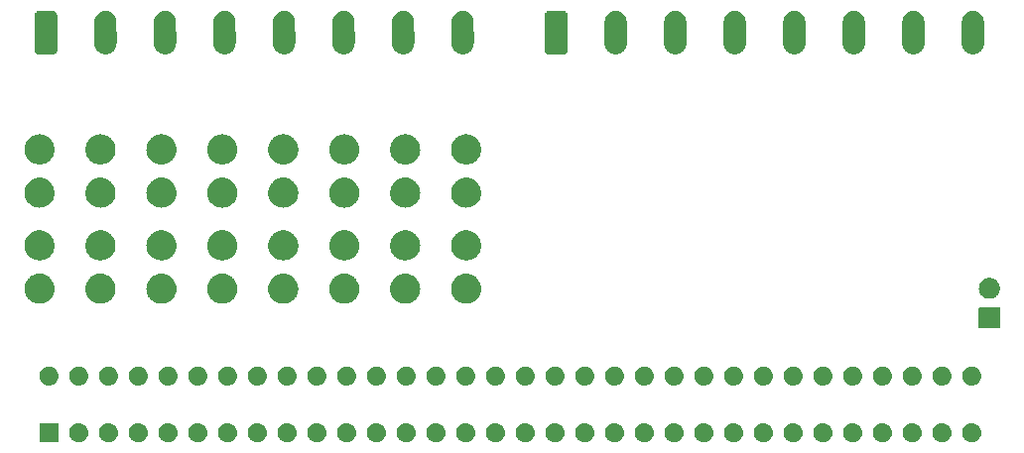
<source format=gbr>
%TF.GenerationSoftware,KiCad,Pcbnew,8.0.0*%
%TF.CreationDate,2024-03-14T00:39:55-04:00*%
%TF.ProjectId,Power_Breakout,506f7765-725f-4427-9265-616b6f75742e,v2*%
%TF.SameCoordinates,Original*%
%TF.FileFunction,Soldermask,Bot*%
%TF.FilePolarity,Negative*%
%FSLAX46Y46*%
G04 Gerber Fmt 4.6, Leading zero omitted, Abs format (unit mm)*
G04 Created by KiCad (PCBNEW 8.0.0) date 2024-03-14 00:39:55*
%MOMM*%
%LPD*%
G01*
G04 APERTURE LIST*
G04 APERTURE END LIST*
G36*
X121180517Y-158859282D02*
G01*
X121197062Y-158870338D01*
X121208118Y-158886883D01*
X121212000Y-158906400D01*
X121212000Y-160436400D01*
X121208118Y-160455917D01*
X121197062Y-160472462D01*
X121180517Y-160483518D01*
X121161000Y-160487400D01*
X119631000Y-160487400D01*
X119611483Y-160483518D01*
X119594938Y-160472462D01*
X119583882Y-160455917D01*
X119580000Y-160436400D01*
X119580000Y-158906400D01*
X119583882Y-158886883D01*
X119594938Y-158870338D01*
X119611483Y-158859282D01*
X119631000Y-158855400D01*
X121161000Y-158855400D01*
X121180517Y-158859282D01*
G37*
G36*
X122981751Y-158860555D02*
G01*
X123021225Y-158860555D01*
X123065754Y-158870019D01*
X123117577Y-158875859D01*
X123155260Y-158889045D01*
X123187944Y-158895992D01*
X123235042Y-158916961D01*
X123290049Y-158936209D01*
X123318681Y-158954200D01*
X123343655Y-158965319D01*
X123390228Y-158999156D01*
X123444768Y-159033426D01*
X123464351Y-159053009D01*
X123481549Y-159065504D01*
X123524061Y-159112719D01*
X123573974Y-159162632D01*
X123585456Y-159180906D01*
X123595600Y-159192172D01*
X123630295Y-159252267D01*
X123671191Y-159317351D01*
X123676297Y-159331944D01*
X123680823Y-159339783D01*
X123704008Y-159411137D01*
X123731541Y-159489823D01*
X123732584Y-159499085D01*
X123733495Y-159501887D01*
X123741748Y-159580417D01*
X123752000Y-159671400D01*
X123741747Y-159762390D01*
X123733495Y-159840912D01*
X123732584Y-159843713D01*
X123731541Y-159852977D01*
X123704003Y-159931675D01*
X123680823Y-160003016D01*
X123676298Y-160010853D01*
X123671191Y-160025449D01*
X123630288Y-160090544D01*
X123595600Y-160150627D01*
X123585458Y-160161889D01*
X123573974Y-160180168D01*
X123524052Y-160230089D01*
X123481549Y-160277295D01*
X123464354Y-160289787D01*
X123444768Y-160309374D01*
X123390218Y-160343650D01*
X123343655Y-160377480D01*
X123318686Y-160388596D01*
X123290049Y-160406591D01*
X123235031Y-160425842D01*
X123187944Y-160446807D01*
X123155266Y-160453752D01*
X123117577Y-160466941D01*
X123065751Y-160472780D01*
X123021225Y-160482245D01*
X122981751Y-160482245D01*
X122936000Y-160487400D01*
X122890249Y-160482245D01*
X122850775Y-160482245D01*
X122806247Y-160472780D01*
X122754423Y-160466941D01*
X122716734Y-160453753D01*
X122684055Y-160446807D01*
X122636963Y-160425840D01*
X122581951Y-160406591D01*
X122553315Y-160388598D01*
X122528344Y-160377480D01*
X122481774Y-160343645D01*
X122427232Y-160309374D01*
X122407647Y-160289789D01*
X122390450Y-160277295D01*
X122347937Y-160230079D01*
X122298026Y-160180168D01*
X122286543Y-160161893D01*
X122276399Y-160150627D01*
X122241698Y-160090524D01*
X122200809Y-160025449D01*
X122195703Y-160010857D01*
X122191176Y-160003016D01*
X122167982Y-159931635D01*
X122140459Y-159852977D01*
X122139415Y-159843718D01*
X122138504Y-159840912D01*
X122130237Y-159762257D01*
X122120000Y-159671400D01*
X122130236Y-159580549D01*
X122138504Y-159501887D01*
X122139415Y-159499080D01*
X122140459Y-159489823D01*
X122167977Y-159411177D01*
X122191176Y-159339783D01*
X122195704Y-159331940D01*
X122200809Y-159317351D01*
X122241691Y-159252286D01*
X122276399Y-159192172D01*
X122286545Y-159180903D01*
X122298026Y-159162632D01*
X122347927Y-159112730D01*
X122390449Y-159065505D01*
X122407650Y-159053007D01*
X122427232Y-159033426D01*
X122481768Y-158999158D01*
X122528346Y-158965318D01*
X122553321Y-158954198D01*
X122581951Y-158936209D01*
X122636952Y-158916963D01*
X122684055Y-158895992D01*
X122716740Y-158889044D01*
X122754423Y-158875859D01*
X122806245Y-158870019D01*
X122850775Y-158860555D01*
X122890249Y-158860555D01*
X122936000Y-158855400D01*
X122981751Y-158860555D01*
G37*
G36*
X125521751Y-158860555D02*
G01*
X125561225Y-158860555D01*
X125605754Y-158870019D01*
X125657577Y-158875859D01*
X125695260Y-158889045D01*
X125727944Y-158895992D01*
X125775042Y-158916961D01*
X125830049Y-158936209D01*
X125858681Y-158954200D01*
X125883655Y-158965319D01*
X125930228Y-158999156D01*
X125984768Y-159033426D01*
X126004351Y-159053009D01*
X126021549Y-159065504D01*
X126064061Y-159112719D01*
X126113974Y-159162632D01*
X126125456Y-159180906D01*
X126135600Y-159192172D01*
X126170295Y-159252267D01*
X126211191Y-159317351D01*
X126216297Y-159331944D01*
X126220823Y-159339783D01*
X126244008Y-159411137D01*
X126271541Y-159489823D01*
X126272584Y-159499085D01*
X126273495Y-159501887D01*
X126281748Y-159580417D01*
X126292000Y-159671400D01*
X126281747Y-159762390D01*
X126273495Y-159840912D01*
X126272584Y-159843713D01*
X126271541Y-159852977D01*
X126244003Y-159931675D01*
X126220823Y-160003016D01*
X126216298Y-160010853D01*
X126211191Y-160025449D01*
X126170288Y-160090544D01*
X126135600Y-160150627D01*
X126125458Y-160161889D01*
X126113974Y-160180168D01*
X126064052Y-160230089D01*
X126021549Y-160277295D01*
X126004354Y-160289787D01*
X125984768Y-160309374D01*
X125930218Y-160343650D01*
X125883655Y-160377480D01*
X125858686Y-160388596D01*
X125830049Y-160406591D01*
X125775031Y-160425842D01*
X125727944Y-160446807D01*
X125695266Y-160453752D01*
X125657577Y-160466941D01*
X125605751Y-160472780D01*
X125561225Y-160482245D01*
X125521751Y-160482245D01*
X125476000Y-160487400D01*
X125430249Y-160482245D01*
X125390775Y-160482245D01*
X125346247Y-160472780D01*
X125294423Y-160466941D01*
X125256734Y-160453753D01*
X125224055Y-160446807D01*
X125176963Y-160425840D01*
X125121951Y-160406591D01*
X125093315Y-160388598D01*
X125068344Y-160377480D01*
X125021774Y-160343645D01*
X124967232Y-160309374D01*
X124947647Y-160289789D01*
X124930450Y-160277295D01*
X124887937Y-160230079D01*
X124838026Y-160180168D01*
X124826543Y-160161893D01*
X124816399Y-160150627D01*
X124781698Y-160090524D01*
X124740809Y-160025449D01*
X124735703Y-160010857D01*
X124731176Y-160003016D01*
X124707982Y-159931635D01*
X124680459Y-159852977D01*
X124679415Y-159843718D01*
X124678504Y-159840912D01*
X124670237Y-159762257D01*
X124660000Y-159671400D01*
X124670236Y-159580549D01*
X124678504Y-159501887D01*
X124679415Y-159499080D01*
X124680459Y-159489823D01*
X124707977Y-159411177D01*
X124731176Y-159339783D01*
X124735704Y-159331940D01*
X124740809Y-159317351D01*
X124781691Y-159252286D01*
X124816399Y-159192172D01*
X124826545Y-159180903D01*
X124838026Y-159162632D01*
X124887927Y-159112730D01*
X124930449Y-159065505D01*
X124947650Y-159053007D01*
X124967232Y-159033426D01*
X125021768Y-158999158D01*
X125068346Y-158965318D01*
X125093321Y-158954198D01*
X125121951Y-158936209D01*
X125176952Y-158916963D01*
X125224055Y-158895992D01*
X125256740Y-158889044D01*
X125294423Y-158875859D01*
X125346245Y-158870019D01*
X125390775Y-158860555D01*
X125430249Y-158860555D01*
X125476000Y-158855400D01*
X125521751Y-158860555D01*
G37*
G36*
X128061751Y-158860555D02*
G01*
X128101225Y-158860555D01*
X128145754Y-158870019D01*
X128197577Y-158875859D01*
X128235260Y-158889045D01*
X128267944Y-158895992D01*
X128315042Y-158916961D01*
X128370049Y-158936209D01*
X128398681Y-158954200D01*
X128423655Y-158965319D01*
X128470228Y-158999156D01*
X128524768Y-159033426D01*
X128544351Y-159053009D01*
X128561549Y-159065504D01*
X128604061Y-159112719D01*
X128653974Y-159162632D01*
X128665456Y-159180906D01*
X128675600Y-159192172D01*
X128710295Y-159252267D01*
X128751191Y-159317351D01*
X128756297Y-159331944D01*
X128760823Y-159339783D01*
X128784008Y-159411137D01*
X128811541Y-159489823D01*
X128812584Y-159499085D01*
X128813495Y-159501887D01*
X128821748Y-159580417D01*
X128832000Y-159671400D01*
X128821747Y-159762390D01*
X128813495Y-159840912D01*
X128812584Y-159843713D01*
X128811541Y-159852977D01*
X128784003Y-159931675D01*
X128760823Y-160003016D01*
X128756298Y-160010853D01*
X128751191Y-160025449D01*
X128710288Y-160090544D01*
X128675600Y-160150627D01*
X128665458Y-160161889D01*
X128653974Y-160180168D01*
X128604052Y-160230089D01*
X128561549Y-160277295D01*
X128544354Y-160289787D01*
X128524768Y-160309374D01*
X128470218Y-160343650D01*
X128423655Y-160377480D01*
X128398686Y-160388596D01*
X128370049Y-160406591D01*
X128315031Y-160425842D01*
X128267944Y-160446807D01*
X128235266Y-160453752D01*
X128197577Y-160466941D01*
X128145751Y-160472780D01*
X128101225Y-160482245D01*
X128061751Y-160482245D01*
X128016000Y-160487400D01*
X127970249Y-160482245D01*
X127930775Y-160482245D01*
X127886247Y-160472780D01*
X127834423Y-160466941D01*
X127796734Y-160453753D01*
X127764055Y-160446807D01*
X127716963Y-160425840D01*
X127661951Y-160406591D01*
X127633315Y-160388598D01*
X127608344Y-160377480D01*
X127561774Y-160343645D01*
X127507232Y-160309374D01*
X127487647Y-160289789D01*
X127470450Y-160277295D01*
X127427937Y-160230079D01*
X127378026Y-160180168D01*
X127366543Y-160161893D01*
X127356399Y-160150627D01*
X127321698Y-160090524D01*
X127280809Y-160025449D01*
X127275703Y-160010857D01*
X127271176Y-160003016D01*
X127247982Y-159931635D01*
X127220459Y-159852977D01*
X127219415Y-159843718D01*
X127218504Y-159840912D01*
X127210237Y-159762257D01*
X127200000Y-159671400D01*
X127210236Y-159580549D01*
X127218504Y-159501887D01*
X127219415Y-159499080D01*
X127220459Y-159489823D01*
X127247977Y-159411177D01*
X127271176Y-159339783D01*
X127275704Y-159331940D01*
X127280809Y-159317351D01*
X127321691Y-159252286D01*
X127356399Y-159192172D01*
X127366545Y-159180903D01*
X127378026Y-159162632D01*
X127427927Y-159112730D01*
X127470449Y-159065505D01*
X127487650Y-159053007D01*
X127507232Y-159033426D01*
X127561768Y-158999158D01*
X127608346Y-158965318D01*
X127633321Y-158954198D01*
X127661951Y-158936209D01*
X127716952Y-158916963D01*
X127764055Y-158895992D01*
X127796740Y-158889044D01*
X127834423Y-158875859D01*
X127886245Y-158870019D01*
X127930775Y-158860555D01*
X127970249Y-158860555D01*
X128016000Y-158855400D01*
X128061751Y-158860555D01*
G37*
G36*
X130601751Y-158860555D02*
G01*
X130641225Y-158860555D01*
X130685754Y-158870019D01*
X130737577Y-158875859D01*
X130775260Y-158889045D01*
X130807944Y-158895992D01*
X130855042Y-158916961D01*
X130910049Y-158936209D01*
X130938681Y-158954200D01*
X130963655Y-158965319D01*
X131010228Y-158999156D01*
X131064768Y-159033426D01*
X131084351Y-159053009D01*
X131101549Y-159065504D01*
X131144061Y-159112719D01*
X131193974Y-159162632D01*
X131205456Y-159180906D01*
X131215600Y-159192172D01*
X131250295Y-159252267D01*
X131291191Y-159317351D01*
X131296297Y-159331944D01*
X131300823Y-159339783D01*
X131324008Y-159411137D01*
X131351541Y-159489823D01*
X131352584Y-159499085D01*
X131353495Y-159501887D01*
X131361748Y-159580417D01*
X131372000Y-159671400D01*
X131361747Y-159762390D01*
X131353495Y-159840912D01*
X131352584Y-159843713D01*
X131351541Y-159852977D01*
X131324003Y-159931675D01*
X131300823Y-160003016D01*
X131296298Y-160010853D01*
X131291191Y-160025449D01*
X131250288Y-160090544D01*
X131215600Y-160150627D01*
X131205458Y-160161889D01*
X131193974Y-160180168D01*
X131144052Y-160230089D01*
X131101549Y-160277295D01*
X131084354Y-160289787D01*
X131064768Y-160309374D01*
X131010218Y-160343650D01*
X130963655Y-160377480D01*
X130938686Y-160388596D01*
X130910049Y-160406591D01*
X130855031Y-160425842D01*
X130807944Y-160446807D01*
X130775266Y-160453752D01*
X130737577Y-160466941D01*
X130685751Y-160472780D01*
X130641225Y-160482245D01*
X130601751Y-160482245D01*
X130556000Y-160487400D01*
X130510249Y-160482245D01*
X130470775Y-160482245D01*
X130426247Y-160472780D01*
X130374423Y-160466941D01*
X130336734Y-160453753D01*
X130304055Y-160446807D01*
X130256963Y-160425840D01*
X130201951Y-160406591D01*
X130173315Y-160388598D01*
X130148344Y-160377480D01*
X130101774Y-160343645D01*
X130047232Y-160309374D01*
X130027647Y-160289789D01*
X130010450Y-160277295D01*
X129967937Y-160230079D01*
X129918026Y-160180168D01*
X129906543Y-160161893D01*
X129896399Y-160150627D01*
X129861698Y-160090524D01*
X129820809Y-160025449D01*
X129815703Y-160010857D01*
X129811176Y-160003016D01*
X129787982Y-159931635D01*
X129760459Y-159852977D01*
X129759415Y-159843718D01*
X129758504Y-159840912D01*
X129750237Y-159762257D01*
X129740000Y-159671400D01*
X129750236Y-159580549D01*
X129758504Y-159501887D01*
X129759415Y-159499080D01*
X129760459Y-159489823D01*
X129787977Y-159411177D01*
X129811176Y-159339783D01*
X129815704Y-159331940D01*
X129820809Y-159317351D01*
X129861691Y-159252286D01*
X129896399Y-159192172D01*
X129906545Y-159180903D01*
X129918026Y-159162632D01*
X129967927Y-159112730D01*
X130010449Y-159065505D01*
X130027650Y-159053007D01*
X130047232Y-159033426D01*
X130101768Y-158999158D01*
X130148346Y-158965318D01*
X130173321Y-158954198D01*
X130201951Y-158936209D01*
X130256952Y-158916963D01*
X130304055Y-158895992D01*
X130336740Y-158889044D01*
X130374423Y-158875859D01*
X130426245Y-158870019D01*
X130470775Y-158860555D01*
X130510249Y-158860555D01*
X130556000Y-158855400D01*
X130601751Y-158860555D01*
G37*
G36*
X133141751Y-158860555D02*
G01*
X133181225Y-158860555D01*
X133225754Y-158870019D01*
X133277577Y-158875859D01*
X133315260Y-158889045D01*
X133347944Y-158895992D01*
X133395042Y-158916961D01*
X133450049Y-158936209D01*
X133478681Y-158954200D01*
X133503655Y-158965319D01*
X133550228Y-158999156D01*
X133604768Y-159033426D01*
X133624351Y-159053009D01*
X133641549Y-159065504D01*
X133684061Y-159112719D01*
X133733974Y-159162632D01*
X133745456Y-159180906D01*
X133755600Y-159192172D01*
X133790295Y-159252267D01*
X133831191Y-159317351D01*
X133836297Y-159331944D01*
X133840823Y-159339783D01*
X133864008Y-159411137D01*
X133891541Y-159489823D01*
X133892584Y-159499085D01*
X133893495Y-159501887D01*
X133901748Y-159580417D01*
X133912000Y-159671400D01*
X133901747Y-159762390D01*
X133893495Y-159840912D01*
X133892584Y-159843713D01*
X133891541Y-159852977D01*
X133864003Y-159931675D01*
X133840823Y-160003016D01*
X133836298Y-160010853D01*
X133831191Y-160025449D01*
X133790288Y-160090544D01*
X133755600Y-160150627D01*
X133745458Y-160161889D01*
X133733974Y-160180168D01*
X133684052Y-160230089D01*
X133641549Y-160277295D01*
X133624354Y-160289787D01*
X133604768Y-160309374D01*
X133550218Y-160343650D01*
X133503655Y-160377480D01*
X133478686Y-160388596D01*
X133450049Y-160406591D01*
X133395031Y-160425842D01*
X133347944Y-160446807D01*
X133315266Y-160453752D01*
X133277577Y-160466941D01*
X133225751Y-160472780D01*
X133181225Y-160482245D01*
X133141751Y-160482245D01*
X133096000Y-160487400D01*
X133050249Y-160482245D01*
X133010775Y-160482245D01*
X132966247Y-160472780D01*
X132914423Y-160466941D01*
X132876734Y-160453753D01*
X132844055Y-160446807D01*
X132796963Y-160425840D01*
X132741951Y-160406591D01*
X132713315Y-160388598D01*
X132688344Y-160377480D01*
X132641774Y-160343645D01*
X132587232Y-160309374D01*
X132567647Y-160289789D01*
X132550450Y-160277295D01*
X132507937Y-160230079D01*
X132458026Y-160180168D01*
X132446543Y-160161893D01*
X132436399Y-160150627D01*
X132401698Y-160090524D01*
X132360809Y-160025449D01*
X132355703Y-160010857D01*
X132351176Y-160003016D01*
X132327982Y-159931635D01*
X132300459Y-159852977D01*
X132299415Y-159843718D01*
X132298504Y-159840912D01*
X132290237Y-159762257D01*
X132280000Y-159671400D01*
X132290236Y-159580549D01*
X132298504Y-159501887D01*
X132299415Y-159499080D01*
X132300459Y-159489823D01*
X132327977Y-159411177D01*
X132351176Y-159339783D01*
X132355704Y-159331940D01*
X132360809Y-159317351D01*
X132401691Y-159252286D01*
X132436399Y-159192172D01*
X132446545Y-159180903D01*
X132458026Y-159162632D01*
X132507927Y-159112730D01*
X132550449Y-159065505D01*
X132567650Y-159053007D01*
X132587232Y-159033426D01*
X132641768Y-158999158D01*
X132688346Y-158965318D01*
X132713321Y-158954198D01*
X132741951Y-158936209D01*
X132796952Y-158916963D01*
X132844055Y-158895992D01*
X132876740Y-158889044D01*
X132914423Y-158875859D01*
X132966245Y-158870019D01*
X133010775Y-158860555D01*
X133050249Y-158860555D01*
X133096000Y-158855400D01*
X133141751Y-158860555D01*
G37*
G36*
X135681751Y-158860555D02*
G01*
X135721225Y-158860555D01*
X135765754Y-158870019D01*
X135817577Y-158875859D01*
X135855260Y-158889045D01*
X135887944Y-158895992D01*
X135935042Y-158916961D01*
X135990049Y-158936209D01*
X136018681Y-158954200D01*
X136043655Y-158965319D01*
X136090228Y-158999156D01*
X136144768Y-159033426D01*
X136164351Y-159053009D01*
X136181549Y-159065504D01*
X136224061Y-159112719D01*
X136273974Y-159162632D01*
X136285456Y-159180906D01*
X136295600Y-159192172D01*
X136330295Y-159252267D01*
X136371191Y-159317351D01*
X136376297Y-159331944D01*
X136380823Y-159339783D01*
X136404008Y-159411137D01*
X136431541Y-159489823D01*
X136432584Y-159499085D01*
X136433495Y-159501887D01*
X136441748Y-159580417D01*
X136452000Y-159671400D01*
X136441747Y-159762390D01*
X136433495Y-159840912D01*
X136432584Y-159843713D01*
X136431541Y-159852977D01*
X136404003Y-159931675D01*
X136380823Y-160003016D01*
X136376298Y-160010853D01*
X136371191Y-160025449D01*
X136330288Y-160090544D01*
X136295600Y-160150627D01*
X136285458Y-160161889D01*
X136273974Y-160180168D01*
X136224052Y-160230089D01*
X136181549Y-160277295D01*
X136164354Y-160289787D01*
X136144768Y-160309374D01*
X136090218Y-160343650D01*
X136043655Y-160377480D01*
X136018686Y-160388596D01*
X135990049Y-160406591D01*
X135935031Y-160425842D01*
X135887944Y-160446807D01*
X135855266Y-160453752D01*
X135817577Y-160466941D01*
X135765751Y-160472780D01*
X135721225Y-160482245D01*
X135681751Y-160482245D01*
X135636000Y-160487400D01*
X135590249Y-160482245D01*
X135550775Y-160482245D01*
X135506247Y-160472780D01*
X135454423Y-160466941D01*
X135416734Y-160453753D01*
X135384055Y-160446807D01*
X135336963Y-160425840D01*
X135281951Y-160406591D01*
X135253315Y-160388598D01*
X135228344Y-160377480D01*
X135181774Y-160343645D01*
X135127232Y-160309374D01*
X135107647Y-160289789D01*
X135090450Y-160277295D01*
X135047937Y-160230079D01*
X134998026Y-160180168D01*
X134986543Y-160161893D01*
X134976399Y-160150627D01*
X134941698Y-160090524D01*
X134900809Y-160025449D01*
X134895703Y-160010857D01*
X134891176Y-160003016D01*
X134867982Y-159931635D01*
X134840459Y-159852977D01*
X134839415Y-159843718D01*
X134838504Y-159840912D01*
X134830237Y-159762257D01*
X134820000Y-159671400D01*
X134830236Y-159580549D01*
X134838504Y-159501887D01*
X134839415Y-159499080D01*
X134840459Y-159489823D01*
X134867977Y-159411177D01*
X134891176Y-159339783D01*
X134895704Y-159331940D01*
X134900809Y-159317351D01*
X134941691Y-159252286D01*
X134976399Y-159192172D01*
X134986545Y-159180903D01*
X134998026Y-159162632D01*
X135047927Y-159112730D01*
X135090449Y-159065505D01*
X135107650Y-159053007D01*
X135127232Y-159033426D01*
X135181768Y-158999158D01*
X135228346Y-158965318D01*
X135253321Y-158954198D01*
X135281951Y-158936209D01*
X135336952Y-158916963D01*
X135384055Y-158895992D01*
X135416740Y-158889044D01*
X135454423Y-158875859D01*
X135506245Y-158870019D01*
X135550775Y-158860555D01*
X135590249Y-158860555D01*
X135636000Y-158855400D01*
X135681751Y-158860555D01*
G37*
G36*
X138221751Y-158860555D02*
G01*
X138261225Y-158860555D01*
X138305754Y-158870019D01*
X138357577Y-158875859D01*
X138395260Y-158889045D01*
X138427944Y-158895992D01*
X138475042Y-158916961D01*
X138530049Y-158936209D01*
X138558681Y-158954200D01*
X138583655Y-158965319D01*
X138630228Y-158999156D01*
X138684768Y-159033426D01*
X138704351Y-159053009D01*
X138721549Y-159065504D01*
X138764061Y-159112719D01*
X138813974Y-159162632D01*
X138825456Y-159180906D01*
X138835600Y-159192172D01*
X138870295Y-159252267D01*
X138911191Y-159317351D01*
X138916297Y-159331944D01*
X138920823Y-159339783D01*
X138944008Y-159411137D01*
X138971541Y-159489823D01*
X138972584Y-159499085D01*
X138973495Y-159501887D01*
X138981748Y-159580417D01*
X138992000Y-159671400D01*
X138981747Y-159762390D01*
X138973495Y-159840912D01*
X138972584Y-159843713D01*
X138971541Y-159852977D01*
X138944003Y-159931675D01*
X138920823Y-160003016D01*
X138916298Y-160010853D01*
X138911191Y-160025449D01*
X138870288Y-160090544D01*
X138835600Y-160150627D01*
X138825458Y-160161889D01*
X138813974Y-160180168D01*
X138764052Y-160230089D01*
X138721549Y-160277295D01*
X138704354Y-160289787D01*
X138684768Y-160309374D01*
X138630218Y-160343650D01*
X138583655Y-160377480D01*
X138558686Y-160388596D01*
X138530049Y-160406591D01*
X138475031Y-160425842D01*
X138427944Y-160446807D01*
X138395266Y-160453752D01*
X138357577Y-160466941D01*
X138305751Y-160472780D01*
X138261225Y-160482245D01*
X138221751Y-160482245D01*
X138176000Y-160487400D01*
X138130249Y-160482245D01*
X138090775Y-160482245D01*
X138046247Y-160472780D01*
X137994423Y-160466941D01*
X137956734Y-160453753D01*
X137924055Y-160446807D01*
X137876963Y-160425840D01*
X137821951Y-160406591D01*
X137793315Y-160388598D01*
X137768344Y-160377480D01*
X137721774Y-160343645D01*
X137667232Y-160309374D01*
X137647647Y-160289789D01*
X137630450Y-160277295D01*
X137587937Y-160230079D01*
X137538026Y-160180168D01*
X137526543Y-160161893D01*
X137516399Y-160150627D01*
X137481698Y-160090524D01*
X137440809Y-160025449D01*
X137435703Y-160010857D01*
X137431176Y-160003016D01*
X137407982Y-159931635D01*
X137380459Y-159852977D01*
X137379415Y-159843718D01*
X137378504Y-159840912D01*
X137370237Y-159762257D01*
X137360000Y-159671400D01*
X137370236Y-159580549D01*
X137378504Y-159501887D01*
X137379415Y-159499080D01*
X137380459Y-159489823D01*
X137407977Y-159411177D01*
X137431176Y-159339783D01*
X137435704Y-159331940D01*
X137440809Y-159317351D01*
X137481691Y-159252286D01*
X137516399Y-159192172D01*
X137526545Y-159180903D01*
X137538026Y-159162632D01*
X137587927Y-159112730D01*
X137630449Y-159065505D01*
X137647650Y-159053007D01*
X137667232Y-159033426D01*
X137721768Y-158999158D01*
X137768346Y-158965318D01*
X137793321Y-158954198D01*
X137821951Y-158936209D01*
X137876952Y-158916963D01*
X137924055Y-158895992D01*
X137956740Y-158889044D01*
X137994423Y-158875859D01*
X138046245Y-158870019D01*
X138090775Y-158860555D01*
X138130249Y-158860555D01*
X138176000Y-158855400D01*
X138221751Y-158860555D01*
G37*
G36*
X140761751Y-158860555D02*
G01*
X140801225Y-158860555D01*
X140845754Y-158870019D01*
X140897577Y-158875859D01*
X140935260Y-158889045D01*
X140967944Y-158895992D01*
X141015042Y-158916961D01*
X141070049Y-158936209D01*
X141098681Y-158954200D01*
X141123655Y-158965319D01*
X141170228Y-158999156D01*
X141224768Y-159033426D01*
X141244351Y-159053009D01*
X141261549Y-159065504D01*
X141304061Y-159112719D01*
X141353974Y-159162632D01*
X141365456Y-159180906D01*
X141375600Y-159192172D01*
X141410295Y-159252267D01*
X141451191Y-159317351D01*
X141456297Y-159331944D01*
X141460823Y-159339783D01*
X141484008Y-159411137D01*
X141511541Y-159489823D01*
X141512584Y-159499085D01*
X141513495Y-159501887D01*
X141521748Y-159580417D01*
X141532000Y-159671400D01*
X141521747Y-159762390D01*
X141513495Y-159840912D01*
X141512584Y-159843713D01*
X141511541Y-159852977D01*
X141484003Y-159931675D01*
X141460823Y-160003016D01*
X141456298Y-160010853D01*
X141451191Y-160025449D01*
X141410288Y-160090544D01*
X141375600Y-160150627D01*
X141365458Y-160161889D01*
X141353974Y-160180168D01*
X141304052Y-160230089D01*
X141261549Y-160277295D01*
X141244354Y-160289787D01*
X141224768Y-160309374D01*
X141170218Y-160343650D01*
X141123655Y-160377480D01*
X141098686Y-160388596D01*
X141070049Y-160406591D01*
X141015031Y-160425842D01*
X140967944Y-160446807D01*
X140935266Y-160453752D01*
X140897577Y-160466941D01*
X140845751Y-160472780D01*
X140801225Y-160482245D01*
X140761751Y-160482245D01*
X140716000Y-160487400D01*
X140670249Y-160482245D01*
X140630775Y-160482245D01*
X140586247Y-160472780D01*
X140534423Y-160466941D01*
X140496734Y-160453753D01*
X140464055Y-160446807D01*
X140416963Y-160425840D01*
X140361951Y-160406591D01*
X140333315Y-160388598D01*
X140308344Y-160377480D01*
X140261774Y-160343645D01*
X140207232Y-160309374D01*
X140187647Y-160289789D01*
X140170450Y-160277295D01*
X140127937Y-160230079D01*
X140078026Y-160180168D01*
X140066543Y-160161893D01*
X140056399Y-160150627D01*
X140021698Y-160090524D01*
X139980809Y-160025449D01*
X139975703Y-160010857D01*
X139971176Y-160003016D01*
X139947982Y-159931635D01*
X139920459Y-159852977D01*
X139919415Y-159843718D01*
X139918504Y-159840912D01*
X139910237Y-159762257D01*
X139900000Y-159671400D01*
X139910236Y-159580549D01*
X139918504Y-159501887D01*
X139919415Y-159499080D01*
X139920459Y-159489823D01*
X139947977Y-159411177D01*
X139971176Y-159339783D01*
X139975704Y-159331940D01*
X139980809Y-159317351D01*
X140021691Y-159252286D01*
X140056399Y-159192172D01*
X140066545Y-159180903D01*
X140078026Y-159162632D01*
X140127927Y-159112730D01*
X140170449Y-159065505D01*
X140187650Y-159053007D01*
X140207232Y-159033426D01*
X140261768Y-158999158D01*
X140308346Y-158965318D01*
X140333321Y-158954198D01*
X140361951Y-158936209D01*
X140416952Y-158916963D01*
X140464055Y-158895992D01*
X140496740Y-158889044D01*
X140534423Y-158875859D01*
X140586245Y-158870019D01*
X140630775Y-158860555D01*
X140670249Y-158860555D01*
X140716000Y-158855400D01*
X140761751Y-158860555D01*
G37*
G36*
X143301751Y-158860555D02*
G01*
X143341225Y-158860555D01*
X143385754Y-158870019D01*
X143437577Y-158875859D01*
X143475260Y-158889045D01*
X143507944Y-158895992D01*
X143555042Y-158916961D01*
X143610049Y-158936209D01*
X143638681Y-158954200D01*
X143663655Y-158965319D01*
X143710228Y-158999156D01*
X143764768Y-159033426D01*
X143784351Y-159053009D01*
X143801549Y-159065504D01*
X143844061Y-159112719D01*
X143893974Y-159162632D01*
X143905456Y-159180906D01*
X143915600Y-159192172D01*
X143950295Y-159252267D01*
X143991191Y-159317351D01*
X143996297Y-159331944D01*
X144000823Y-159339783D01*
X144024008Y-159411137D01*
X144051541Y-159489823D01*
X144052584Y-159499085D01*
X144053495Y-159501887D01*
X144061748Y-159580417D01*
X144072000Y-159671400D01*
X144061747Y-159762390D01*
X144053495Y-159840912D01*
X144052584Y-159843713D01*
X144051541Y-159852977D01*
X144024003Y-159931675D01*
X144000823Y-160003016D01*
X143996298Y-160010853D01*
X143991191Y-160025449D01*
X143950288Y-160090544D01*
X143915600Y-160150627D01*
X143905458Y-160161889D01*
X143893974Y-160180168D01*
X143844052Y-160230089D01*
X143801549Y-160277295D01*
X143784354Y-160289787D01*
X143764768Y-160309374D01*
X143710218Y-160343650D01*
X143663655Y-160377480D01*
X143638686Y-160388596D01*
X143610049Y-160406591D01*
X143555031Y-160425842D01*
X143507944Y-160446807D01*
X143475266Y-160453752D01*
X143437577Y-160466941D01*
X143385751Y-160472780D01*
X143341225Y-160482245D01*
X143301751Y-160482245D01*
X143256000Y-160487400D01*
X143210249Y-160482245D01*
X143170775Y-160482245D01*
X143126247Y-160472780D01*
X143074423Y-160466941D01*
X143036734Y-160453753D01*
X143004055Y-160446807D01*
X142956963Y-160425840D01*
X142901951Y-160406591D01*
X142873315Y-160388598D01*
X142848344Y-160377480D01*
X142801774Y-160343645D01*
X142747232Y-160309374D01*
X142727647Y-160289789D01*
X142710450Y-160277295D01*
X142667937Y-160230079D01*
X142618026Y-160180168D01*
X142606543Y-160161893D01*
X142596399Y-160150627D01*
X142561698Y-160090524D01*
X142520809Y-160025449D01*
X142515703Y-160010857D01*
X142511176Y-160003016D01*
X142487982Y-159931635D01*
X142460459Y-159852977D01*
X142459415Y-159843718D01*
X142458504Y-159840912D01*
X142450237Y-159762257D01*
X142440000Y-159671400D01*
X142450236Y-159580549D01*
X142458504Y-159501887D01*
X142459415Y-159499080D01*
X142460459Y-159489823D01*
X142487977Y-159411177D01*
X142511176Y-159339783D01*
X142515704Y-159331940D01*
X142520809Y-159317351D01*
X142561691Y-159252286D01*
X142596399Y-159192172D01*
X142606545Y-159180903D01*
X142618026Y-159162632D01*
X142667927Y-159112730D01*
X142710449Y-159065505D01*
X142727650Y-159053007D01*
X142747232Y-159033426D01*
X142801768Y-158999158D01*
X142848346Y-158965318D01*
X142873321Y-158954198D01*
X142901951Y-158936209D01*
X142956952Y-158916963D01*
X143004055Y-158895992D01*
X143036740Y-158889044D01*
X143074423Y-158875859D01*
X143126245Y-158870019D01*
X143170775Y-158860555D01*
X143210249Y-158860555D01*
X143256000Y-158855400D01*
X143301751Y-158860555D01*
G37*
G36*
X145841751Y-158860555D02*
G01*
X145881225Y-158860555D01*
X145925754Y-158870019D01*
X145977577Y-158875859D01*
X146015260Y-158889045D01*
X146047944Y-158895992D01*
X146095042Y-158916961D01*
X146150049Y-158936209D01*
X146178681Y-158954200D01*
X146203655Y-158965319D01*
X146250228Y-158999156D01*
X146304768Y-159033426D01*
X146324351Y-159053009D01*
X146341549Y-159065504D01*
X146384061Y-159112719D01*
X146433974Y-159162632D01*
X146445456Y-159180906D01*
X146455600Y-159192172D01*
X146490295Y-159252267D01*
X146531191Y-159317351D01*
X146536297Y-159331944D01*
X146540823Y-159339783D01*
X146564008Y-159411137D01*
X146591541Y-159489823D01*
X146592584Y-159499085D01*
X146593495Y-159501887D01*
X146601748Y-159580417D01*
X146612000Y-159671400D01*
X146601747Y-159762390D01*
X146593495Y-159840912D01*
X146592584Y-159843713D01*
X146591541Y-159852977D01*
X146564003Y-159931675D01*
X146540823Y-160003016D01*
X146536298Y-160010853D01*
X146531191Y-160025449D01*
X146490288Y-160090544D01*
X146455600Y-160150627D01*
X146445458Y-160161889D01*
X146433974Y-160180168D01*
X146384052Y-160230089D01*
X146341549Y-160277295D01*
X146324354Y-160289787D01*
X146304768Y-160309374D01*
X146250218Y-160343650D01*
X146203655Y-160377480D01*
X146178686Y-160388596D01*
X146150049Y-160406591D01*
X146095031Y-160425842D01*
X146047944Y-160446807D01*
X146015266Y-160453752D01*
X145977577Y-160466941D01*
X145925751Y-160472780D01*
X145881225Y-160482245D01*
X145841751Y-160482245D01*
X145796000Y-160487400D01*
X145750249Y-160482245D01*
X145710775Y-160482245D01*
X145666247Y-160472780D01*
X145614423Y-160466941D01*
X145576734Y-160453753D01*
X145544055Y-160446807D01*
X145496963Y-160425840D01*
X145441951Y-160406591D01*
X145413315Y-160388598D01*
X145388344Y-160377480D01*
X145341774Y-160343645D01*
X145287232Y-160309374D01*
X145267647Y-160289789D01*
X145250450Y-160277295D01*
X145207937Y-160230079D01*
X145158026Y-160180168D01*
X145146543Y-160161893D01*
X145136399Y-160150627D01*
X145101698Y-160090524D01*
X145060809Y-160025449D01*
X145055703Y-160010857D01*
X145051176Y-160003016D01*
X145027982Y-159931635D01*
X145000459Y-159852977D01*
X144999415Y-159843718D01*
X144998504Y-159840912D01*
X144990237Y-159762257D01*
X144980000Y-159671400D01*
X144990236Y-159580549D01*
X144998504Y-159501887D01*
X144999415Y-159499080D01*
X145000459Y-159489823D01*
X145027977Y-159411177D01*
X145051176Y-159339783D01*
X145055704Y-159331940D01*
X145060809Y-159317351D01*
X145101691Y-159252286D01*
X145136399Y-159192172D01*
X145146545Y-159180903D01*
X145158026Y-159162632D01*
X145207927Y-159112730D01*
X145250449Y-159065505D01*
X145267650Y-159053007D01*
X145287232Y-159033426D01*
X145341768Y-158999158D01*
X145388346Y-158965318D01*
X145413321Y-158954198D01*
X145441951Y-158936209D01*
X145496952Y-158916963D01*
X145544055Y-158895992D01*
X145576740Y-158889044D01*
X145614423Y-158875859D01*
X145666245Y-158870019D01*
X145710775Y-158860555D01*
X145750249Y-158860555D01*
X145796000Y-158855400D01*
X145841751Y-158860555D01*
G37*
G36*
X148381751Y-158860555D02*
G01*
X148421225Y-158860555D01*
X148465754Y-158870019D01*
X148517577Y-158875859D01*
X148555260Y-158889045D01*
X148587944Y-158895992D01*
X148635042Y-158916961D01*
X148690049Y-158936209D01*
X148718681Y-158954200D01*
X148743655Y-158965319D01*
X148790228Y-158999156D01*
X148844768Y-159033426D01*
X148864351Y-159053009D01*
X148881549Y-159065504D01*
X148924061Y-159112719D01*
X148973974Y-159162632D01*
X148985456Y-159180906D01*
X148995600Y-159192172D01*
X149030295Y-159252267D01*
X149071191Y-159317351D01*
X149076297Y-159331944D01*
X149080823Y-159339783D01*
X149104008Y-159411137D01*
X149131541Y-159489823D01*
X149132584Y-159499085D01*
X149133495Y-159501887D01*
X149141748Y-159580417D01*
X149152000Y-159671400D01*
X149141747Y-159762390D01*
X149133495Y-159840912D01*
X149132584Y-159843713D01*
X149131541Y-159852977D01*
X149104003Y-159931675D01*
X149080823Y-160003016D01*
X149076298Y-160010853D01*
X149071191Y-160025449D01*
X149030288Y-160090544D01*
X148995600Y-160150627D01*
X148985458Y-160161889D01*
X148973974Y-160180168D01*
X148924052Y-160230089D01*
X148881549Y-160277295D01*
X148864354Y-160289787D01*
X148844768Y-160309374D01*
X148790218Y-160343650D01*
X148743655Y-160377480D01*
X148718686Y-160388596D01*
X148690049Y-160406591D01*
X148635031Y-160425842D01*
X148587944Y-160446807D01*
X148555266Y-160453752D01*
X148517577Y-160466941D01*
X148465751Y-160472780D01*
X148421225Y-160482245D01*
X148381751Y-160482245D01*
X148336000Y-160487400D01*
X148290249Y-160482245D01*
X148250775Y-160482245D01*
X148206247Y-160472780D01*
X148154423Y-160466941D01*
X148116734Y-160453753D01*
X148084055Y-160446807D01*
X148036963Y-160425840D01*
X147981951Y-160406591D01*
X147953315Y-160388598D01*
X147928344Y-160377480D01*
X147881774Y-160343645D01*
X147827232Y-160309374D01*
X147807647Y-160289789D01*
X147790450Y-160277295D01*
X147747937Y-160230079D01*
X147698026Y-160180168D01*
X147686543Y-160161893D01*
X147676399Y-160150627D01*
X147641698Y-160090524D01*
X147600809Y-160025449D01*
X147595703Y-160010857D01*
X147591176Y-160003016D01*
X147567982Y-159931635D01*
X147540459Y-159852977D01*
X147539415Y-159843718D01*
X147538504Y-159840912D01*
X147530237Y-159762257D01*
X147520000Y-159671400D01*
X147530236Y-159580549D01*
X147538504Y-159501887D01*
X147539415Y-159499080D01*
X147540459Y-159489823D01*
X147567977Y-159411177D01*
X147591176Y-159339783D01*
X147595704Y-159331940D01*
X147600809Y-159317351D01*
X147641691Y-159252286D01*
X147676399Y-159192172D01*
X147686545Y-159180903D01*
X147698026Y-159162632D01*
X147747927Y-159112730D01*
X147790449Y-159065505D01*
X147807650Y-159053007D01*
X147827232Y-159033426D01*
X147881768Y-158999158D01*
X147928346Y-158965318D01*
X147953321Y-158954198D01*
X147981951Y-158936209D01*
X148036952Y-158916963D01*
X148084055Y-158895992D01*
X148116740Y-158889044D01*
X148154423Y-158875859D01*
X148206245Y-158870019D01*
X148250775Y-158860555D01*
X148290249Y-158860555D01*
X148336000Y-158855400D01*
X148381751Y-158860555D01*
G37*
G36*
X150921751Y-158860555D02*
G01*
X150961225Y-158860555D01*
X151005754Y-158870019D01*
X151057577Y-158875859D01*
X151095260Y-158889045D01*
X151127944Y-158895992D01*
X151175042Y-158916961D01*
X151230049Y-158936209D01*
X151258681Y-158954200D01*
X151283655Y-158965319D01*
X151330228Y-158999156D01*
X151384768Y-159033426D01*
X151404351Y-159053009D01*
X151421549Y-159065504D01*
X151464061Y-159112719D01*
X151513974Y-159162632D01*
X151525456Y-159180906D01*
X151535600Y-159192172D01*
X151570295Y-159252267D01*
X151611191Y-159317351D01*
X151616297Y-159331944D01*
X151620823Y-159339783D01*
X151644008Y-159411137D01*
X151671541Y-159489823D01*
X151672584Y-159499085D01*
X151673495Y-159501887D01*
X151681748Y-159580417D01*
X151692000Y-159671400D01*
X151681747Y-159762390D01*
X151673495Y-159840912D01*
X151672584Y-159843713D01*
X151671541Y-159852977D01*
X151644003Y-159931675D01*
X151620823Y-160003016D01*
X151616298Y-160010853D01*
X151611191Y-160025449D01*
X151570288Y-160090544D01*
X151535600Y-160150627D01*
X151525458Y-160161889D01*
X151513974Y-160180168D01*
X151464052Y-160230089D01*
X151421549Y-160277295D01*
X151404354Y-160289787D01*
X151384768Y-160309374D01*
X151330218Y-160343650D01*
X151283655Y-160377480D01*
X151258686Y-160388596D01*
X151230049Y-160406591D01*
X151175031Y-160425842D01*
X151127944Y-160446807D01*
X151095266Y-160453752D01*
X151057577Y-160466941D01*
X151005751Y-160472780D01*
X150961225Y-160482245D01*
X150921751Y-160482245D01*
X150876000Y-160487400D01*
X150830249Y-160482245D01*
X150790775Y-160482245D01*
X150746247Y-160472780D01*
X150694423Y-160466941D01*
X150656734Y-160453753D01*
X150624055Y-160446807D01*
X150576963Y-160425840D01*
X150521951Y-160406591D01*
X150493315Y-160388598D01*
X150468344Y-160377480D01*
X150421774Y-160343645D01*
X150367232Y-160309374D01*
X150347647Y-160289789D01*
X150330450Y-160277295D01*
X150287937Y-160230079D01*
X150238026Y-160180168D01*
X150226543Y-160161893D01*
X150216399Y-160150627D01*
X150181698Y-160090524D01*
X150140809Y-160025449D01*
X150135703Y-160010857D01*
X150131176Y-160003016D01*
X150107982Y-159931635D01*
X150080459Y-159852977D01*
X150079415Y-159843718D01*
X150078504Y-159840912D01*
X150070237Y-159762257D01*
X150060000Y-159671400D01*
X150070236Y-159580549D01*
X150078504Y-159501887D01*
X150079415Y-159499080D01*
X150080459Y-159489823D01*
X150107977Y-159411177D01*
X150131176Y-159339783D01*
X150135704Y-159331940D01*
X150140809Y-159317351D01*
X150181691Y-159252286D01*
X150216399Y-159192172D01*
X150226545Y-159180903D01*
X150238026Y-159162632D01*
X150287927Y-159112730D01*
X150330449Y-159065505D01*
X150347650Y-159053007D01*
X150367232Y-159033426D01*
X150421768Y-158999158D01*
X150468346Y-158965318D01*
X150493321Y-158954198D01*
X150521951Y-158936209D01*
X150576952Y-158916963D01*
X150624055Y-158895992D01*
X150656740Y-158889044D01*
X150694423Y-158875859D01*
X150746245Y-158870019D01*
X150790775Y-158860555D01*
X150830249Y-158860555D01*
X150876000Y-158855400D01*
X150921751Y-158860555D01*
G37*
G36*
X153461751Y-158860555D02*
G01*
X153501225Y-158860555D01*
X153545754Y-158870019D01*
X153597577Y-158875859D01*
X153635260Y-158889045D01*
X153667944Y-158895992D01*
X153715042Y-158916961D01*
X153770049Y-158936209D01*
X153798681Y-158954200D01*
X153823655Y-158965319D01*
X153870228Y-158999156D01*
X153924768Y-159033426D01*
X153944351Y-159053009D01*
X153961549Y-159065504D01*
X154004061Y-159112719D01*
X154053974Y-159162632D01*
X154065456Y-159180906D01*
X154075600Y-159192172D01*
X154110295Y-159252267D01*
X154151191Y-159317351D01*
X154156297Y-159331944D01*
X154160823Y-159339783D01*
X154184008Y-159411137D01*
X154211541Y-159489823D01*
X154212584Y-159499085D01*
X154213495Y-159501887D01*
X154221748Y-159580417D01*
X154232000Y-159671400D01*
X154221747Y-159762390D01*
X154213495Y-159840912D01*
X154212584Y-159843713D01*
X154211541Y-159852977D01*
X154184003Y-159931675D01*
X154160823Y-160003016D01*
X154156298Y-160010853D01*
X154151191Y-160025449D01*
X154110288Y-160090544D01*
X154075600Y-160150627D01*
X154065458Y-160161889D01*
X154053974Y-160180168D01*
X154004052Y-160230089D01*
X153961549Y-160277295D01*
X153944354Y-160289787D01*
X153924768Y-160309374D01*
X153870218Y-160343650D01*
X153823655Y-160377480D01*
X153798686Y-160388596D01*
X153770049Y-160406591D01*
X153715031Y-160425842D01*
X153667944Y-160446807D01*
X153635266Y-160453752D01*
X153597577Y-160466941D01*
X153545751Y-160472780D01*
X153501225Y-160482245D01*
X153461751Y-160482245D01*
X153416000Y-160487400D01*
X153370249Y-160482245D01*
X153330775Y-160482245D01*
X153286247Y-160472780D01*
X153234423Y-160466941D01*
X153196734Y-160453753D01*
X153164055Y-160446807D01*
X153116963Y-160425840D01*
X153061951Y-160406591D01*
X153033315Y-160388598D01*
X153008344Y-160377480D01*
X152961774Y-160343645D01*
X152907232Y-160309374D01*
X152887647Y-160289789D01*
X152870450Y-160277295D01*
X152827937Y-160230079D01*
X152778026Y-160180168D01*
X152766543Y-160161893D01*
X152756399Y-160150627D01*
X152721698Y-160090524D01*
X152680809Y-160025449D01*
X152675703Y-160010857D01*
X152671176Y-160003016D01*
X152647982Y-159931635D01*
X152620459Y-159852977D01*
X152619415Y-159843718D01*
X152618504Y-159840912D01*
X152610237Y-159762257D01*
X152600000Y-159671400D01*
X152610236Y-159580549D01*
X152618504Y-159501887D01*
X152619415Y-159499080D01*
X152620459Y-159489823D01*
X152647977Y-159411177D01*
X152671176Y-159339783D01*
X152675704Y-159331940D01*
X152680809Y-159317351D01*
X152721691Y-159252286D01*
X152756399Y-159192172D01*
X152766545Y-159180903D01*
X152778026Y-159162632D01*
X152827927Y-159112730D01*
X152870449Y-159065505D01*
X152887650Y-159053007D01*
X152907232Y-159033426D01*
X152961768Y-158999158D01*
X153008346Y-158965318D01*
X153033321Y-158954198D01*
X153061951Y-158936209D01*
X153116952Y-158916963D01*
X153164055Y-158895992D01*
X153196740Y-158889044D01*
X153234423Y-158875859D01*
X153286245Y-158870019D01*
X153330775Y-158860555D01*
X153370249Y-158860555D01*
X153416000Y-158855400D01*
X153461751Y-158860555D01*
G37*
G36*
X156001751Y-158860555D02*
G01*
X156041225Y-158860555D01*
X156085754Y-158870019D01*
X156137577Y-158875859D01*
X156175260Y-158889045D01*
X156207944Y-158895992D01*
X156255042Y-158916961D01*
X156310049Y-158936209D01*
X156338681Y-158954200D01*
X156363655Y-158965319D01*
X156410228Y-158999156D01*
X156464768Y-159033426D01*
X156484351Y-159053009D01*
X156501549Y-159065504D01*
X156544061Y-159112719D01*
X156593974Y-159162632D01*
X156605456Y-159180906D01*
X156615600Y-159192172D01*
X156650295Y-159252267D01*
X156691191Y-159317351D01*
X156696297Y-159331944D01*
X156700823Y-159339783D01*
X156724008Y-159411137D01*
X156751541Y-159489823D01*
X156752584Y-159499085D01*
X156753495Y-159501887D01*
X156761748Y-159580417D01*
X156772000Y-159671400D01*
X156761747Y-159762390D01*
X156753495Y-159840912D01*
X156752584Y-159843713D01*
X156751541Y-159852977D01*
X156724003Y-159931675D01*
X156700823Y-160003016D01*
X156696298Y-160010853D01*
X156691191Y-160025449D01*
X156650288Y-160090544D01*
X156615600Y-160150627D01*
X156605458Y-160161889D01*
X156593974Y-160180168D01*
X156544052Y-160230089D01*
X156501549Y-160277295D01*
X156484354Y-160289787D01*
X156464768Y-160309374D01*
X156410218Y-160343650D01*
X156363655Y-160377480D01*
X156338686Y-160388596D01*
X156310049Y-160406591D01*
X156255031Y-160425842D01*
X156207944Y-160446807D01*
X156175266Y-160453752D01*
X156137577Y-160466941D01*
X156085751Y-160472780D01*
X156041225Y-160482245D01*
X156001751Y-160482245D01*
X155956000Y-160487400D01*
X155910249Y-160482245D01*
X155870775Y-160482245D01*
X155826247Y-160472780D01*
X155774423Y-160466941D01*
X155736734Y-160453753D01*
X155704055Y-160446807D01*
X155656963Y-160425840D01*
X155601951Y-160406591D01*
X155573315Y-160388598D01*
X155548344Y-160377480D01*
X155501774Y-160343645D01*
X155447232Y-160309374D01*
X155427647Y-160289789D01*
X155410450Y-160277295D01*
X155367937Y-160230079D01*
X155318026Y-160180168D01*
X155306543Y-160161893D01*
X155296399Y-160150627D01*
X155261698Y-160090524D01*
X155220809Y-160025449D01*
X155215703Y-160010857D01*
X155211176Y-160003016D01*
X155187982Y-159931635D01*
X155160459Y-159852977D01*
X155159415Y-159843718D01*
X155158504Y-159840912D01*
X155150237Y-159762257D01*
X155140000Y-159671400D01*
X155150236Y-159580549D01*
X155158504Y-159501887D01*
X155159415Y-159499080D01*
X155160459Y-159489823D01*
X155187977Y-159411177D01*
X155211176Y-159339783D01*
X155215704Y-159331940D01*
X155220809Y-159317351D01*
X155261691Y-159252286D01*
X155296399Y-159192172D01*
X155306545Y-159180903D01*
X155318026Y-159162632D01*
X155367927Y-159112730D01*
X155410449Y-159065505D01*
X155427650Y-159053007D01*
X155447232Y-159033426D01*
X155501768Y-158999158D01*
X155548346Y-158965318D01*
X155573321Y-158954198D01*
X155601951Y-158936209D01*
X155656952Y-158916963D01*
X155704055Y-158895992D01*
X155736740Y-158889044D01*
X155774423Y-158875859D01*
X155826245Y-158870019D01*
X155870775Y-158860555D01*
X155910249Y-158860555D01*
X155956000Y-158855400D01*
X156001751Y-158860555D01*
G37*
G36*
X158541751Y-158860555D02*
G01*
X158581225Y-158860555D01*
X158625754Y-158870019D01*
X158677577Y-158875859D01*
X158715260Y-158889045D01*
X158747944Y-158895992D01*
X158795042Y-158916961D01*
X158850049Y-158936209D01*
X158878681Y-158954200D01*
X158903655Y-158965319D01*
X158950228Y-158999156D01*
X159004768Y-159033426D01*
X159024351Y-159053009D01*
X159041549Y-159065504D01*
X159084061Y-159112719D01*
X159133974Y-159162632D01*
X159145456Y-159180906D01*
X159155600Y-159192172D01*
X159190295Y-159252267D01*
X159231191Y-159317351D01*
X159236297Y-159331944D01*
X159240823Y-159339783D01*
X159264008Y-159411137D01*
X159291541Y-159489823D01*
X159292584Y-159499085D01*
X159293495Y-159501887D01*
X159301748Y-159580417D01*
X159312000Y-159671400D01*
X159301747Y-159762390D01*
X159293495Y-159840912D01*
X159292584Y-159843713D01*
X159291541Y-159852977D01*
X159264003Y-159931675D01*
X159240823Y-160003016D01*
X159236298Y-160010853D01*
X159231191Y-160025449D01*
X159190288Y-160090544D01*
X159155600Y-160150627D01*
X159145458Y-160161889D01*
X159133974Y-160180168D01*
X159084052Y-160230089D01*
X159041549Y-160277295D01*
X159024354Y-160289787D01*
X159004768Y-160309374D01*
X158950218Y-160343650D01*
X158903655Y-160377480D01*
X158878686Y-160388596D01*
X158850049Y-160406591D01*
X158795031Y-160425842D01*
X158747944Y-160446807D01*
X158715266Y-160453752D01*
X158677577Y-160466941D01*
X158625751Y-160472780D01*
X158581225Y-160482245D01*
X158541751Y-160482245D01*
X158496000Y-160487400D01*
X158450249Y-160482245D01*
X158410775Y-160482245D01*
X158366247Y-160472780D01*
X158314423Y-160466941D01*
X158276734Y-160453753D01*
X158244055Y-160446807D01*
X158196963Y-160425840D01*
X158141951Y-160406591D01*
X158113315Y-160388598D01*
X158088344Y-160377480D01*
X158041774Y-160343645D01*
X157987232Y-160309374D01*
X157967647Y-160289789D01*
X157950450Y-160277295D01*
X157907937Y-160230079D01*
X157858026Y-160180168D01*
X157846543Y-160161893D01*
X157836399Y-160150627D01*
X157801698Y-160090524D01*
X157760809Y-160025449D01*
X157755703Y-160010857D01*
X157751176Y-160003016D01*
X157727982Y-159931635D01*
X157700459Y-159852977D01*
X157699415Y-159843718D01*
X157698504Y-159840912D01*
X157690237Y-159762257D01*
X157680000Y-159671400D01*
X157690236Y-159580549D01*
X157698504Y-159501887D01*
X157699415Y-159499080D01*
X157700459Y-159489823D01*
X157727977Y-159411177D01*
X157751176Y-159339783D01*
X157755704Y-159331940D01*
X157760809Y-159317351D01*
X157801691Y-159252286D01*
X157836399Y-159192172D01*
X157846545Y-159180903D01*
X157858026Y-159162632D01*
X157907927Y-159112730D01*
X157950449Y-159065505D01*
X157967650Y-159053007D01*
X157987232Y-159033426D01*
X158041768Y-158999158D01*
X158088346Y-158965318D01*
X158113321Y-158954198D01*
X158141951Y-158936209D01*
X158196952Y-158916963D01*
X158244055Y-158895992D01*
X158276740Y-158889044D01*
X158314423Y-158875859D01*
X158366245Y-158870019D01*
X158410775Y-158860555D01*
X158450249Y-158860555D01*
X158496000Y-158855400D01*
X158541751Y-158860555D01*
G37*
G36*
X161081751Y-158860555D02*
G01*
X161121225Y-158860555D01*
X161165754Y-158870019D01*
X161217577Y-158875859D01*
X161255260Y-158889045D01*
X161287944Y-158895992D01*
X161335042Y-158916961D01*
X161390049Y-158936209D01*
X161418681Y-158954200D01*
X161443655Y-158965319D01*
X161490228Y-158999156D01*
X161544768Y-159033426D01*
X161564351Y-159053009D01*
X161581549Y-159065504D01*
X161624061Y-159112719D01*
X161673974Y-159162632D01*
X161685456Y-159180906D01*
X161695600Y-159192172D01*
X161730295Y-159252267D01*
X161771191Y-159317351D01*
X161776297Y-159331944D01*
X161780823Y-159339783D01*
X161804008Y-159411137D01*
X161831541Y-159489823D01*
X161832584Y-159499085D01*
X161833495Y-159501887D01*
X161841748Y-159580417D01*
X161852000Y-159671400D01*
X161841747Y-159762390D01*
X161833495Y-159840912D01*
X161832584Y-159843713D01*
X161831541Y-159852977D01*
X161804003Y-159931675D01*
X161780823Y-160003016D01*
X161776298Y-160010853D01*
X161771191Y-160025449D01*
X161730288Y-160090544D01*
X161695600Y-160150627D01*
X161685458Y-160161889D01*
X161673974Y-160180168D01*
X161624052Y-160230089D01*
X161581549Y-160277295D01*
X161564354Y-160289787D01*
X161544768Y-160309374D01*
X161490218Y-160343650D01*
X161443655Y-160377480D01*
X161418686Y-160388596D01*
X161390049Y-160406591D01*
X161335031Y-160425842D01*
X161287944Y-160446807D01*
X161255266Y-160453752D01*
X161217577Y-160466941D01*
X161165751Y-160472780D01*
X161121225Y-160482245D01*
X161081751Y-160482245D01*
X161036000Y-160487400D01*
X160990249Y-160482245D01*
X160950775Y-160482245D01*
X160906247Y-160472780D01*
X160854423Y-160466941D01*
X160816734Y-160453753D01*
X160784055Y-160446807D01*
X160736963Y-160425840D01*
X160681951Y-160406591D01*
X160653315Y-160388598D01*
X160628344Y-160377480D01*
X160581774Y-160343645D01*
X160527232Y-160309374D01*
X160507647Y-160289789D01*
X160490450Y-160277295D01*
X160447937Y-160230079D01*
X160398026Y-160180168D01*
X160386543Y-160161893D01*
X160376399Y-160150627D01*
X160341698Y-160090524D01*
X160300809Y-160025449D01*
X160295703Y-160010857D01*
X160291176Y-160003016D01*
X160267982Y-159931635D01*
X160240459Y-159852977D01*
X160239415Y-159843718D01*
X160238504Y-159840912D01*
X160230237Y-159762257D01*
X160220000Y-159671400D01*
X160230236Y-159580549D01*
X160238504Y-159501887D01*
X160239415Y-159499080D01*
X160240459Y-159489823D01*
X160267977Y-159411177D01*
X160291176Y-159339783D01*
X160295704Y-159331940D01*
X160300809Y-159317351D01*
X160341691Y-159252286D01*
X160376399Y-159192172D01*
X160386545Y-159180903D01*
X160398026Y-159162632D01*
X160447927Y-159112730D01*
X160490449Y-159065505D01*
X160507650Y-159053007D01*
X160527232Y-159033426D01*
X160581768Y-158999158D01*
X160628346Y-158965318D01*
X160653321Y-158954198D01*
X160681951Y-158936209D01*
X160736952Y-158916963D01*
X160784055Y-158895992D01*
X160816740Y-158889044D01*
X160854423Y-158875859D01*
X160906245Y-158870019D01*
X160950775Y-158860555D01*
X160990249Y-158860555D01*
X161036000Y-158855400D01*
X161081751Y-158860555D01*
G37*
G36*
X163621751Y-158860555D02*
G01*
X163661225Y-158860555D01*
X163705754Y-158870019D01*
X163757577Y-158875859D01*
X163795260Y-158889045D01*
X163827944Y-158895992D01*
X163875042Y-158916961D01*
X163930049Y-158936209D01*
X163958681Y-158954200D01*
X163983655Y-158965319D01*
X164030228Y-158999156D01*
X164084768Y-159033426D01*
X164104351Y-159053009D01*
X164121549Y-159065504D01*
X164164061Y-159112719D01*
X164213974Y-159162632D01*
X164225456Y-159180906D01*
X164235600Y-159192172D01*
X164270295Y-159252267D01*
X164311191Y-159317351D01*
X164316297Y-159331944D01*
X164320823Y-159339783D01*
X164344008Y-159411137D01*
X164371541Y-159489823D01*
X164372584Y-159499085D01*
X164373495Y-159501887D01*
X164381748Y-159580417D01*
X164392000Y-159671400D01*
X164381747Y-159762390D01*
X164373495Y-159840912D01*
X164372584Y-159843713D01*
X164371541Y-159852977D01*
X164344003Y-159931675D01*
X164320823Y-160003016D01*
X164316298Y-160010853D01*
X164311191Y-160025449D01*
X164270288Y-160090544D01*
X164235600Y-160150627D01*
X164225458Y-160161889D01*
X164213974Y-160180168D01*
X164164052Y-160230089D01*
X164121549Y-160277295D01*
X164104354Y-160289787D01*
X164084768Y-160309374D01*
X164030218Y-160343650D01*
X163983655Y-160377480D01*
X163958686Y-160388596D01*
X163930049Y-160406591D01*
X163875031Y-160425842D01*
X163827944Y-160446807D01*
X163795266Y-160453752D01*
X163757577Y-160466941D01*
X163705751Y-160472780D01*
X163661225Y-160482245D01*
X163621751Y-160482245D01*
X163576000Y-160487400D01*
X163530249Y-160482245D01*
X163490775Y-160482245D01*
X163446247Y-160472780D01*
X163394423Y-160466941D01*
X163356734Y-160453753D01*
X163324055Y-160446807D01*
X163276963Y-160425840D01*
X163221951Y-160406591D01*
X163193315Y-160388598D01*
X163168344Y-160377480D01*
X163121774Y-160343645D01*
X163067232Y-160309374D01*
X163047647Y-160289789D01*
X163030450Y-160277295D01*
X162987937Y-160230079D01*
X162938026Y-160180168D01*
X162926543Y-160161893D01*
X162916399Y-160150627D01*
X162881698Y-160090524D01*
X162840809Y-160025449D01*
X162835703Y-160010857D01*
X162831176Y-160003016D01*
X162807982Y-159931635D01*
X162780459Y-159852977D01*
X162779415Y-159843718D01*
X162778504Y-159840912D01*
X162770237Y-159762257D01*
X162760000Y-159671400D01*
X162770236Y-159580549D01*
X162778504Y-159501887D01*
X162779415Y-159499080D01*
X162780459Y-159489823D01*
X162807977Y-159411177D01*
X162831176Y-159339783D01*
X162835704Y-159331940D01*
X162840809Y-159317351D01*
X162881691Y-159252286D01*
X162916399Y-159192172D01*
X162926545Y-159180903D01*
X162938026Y-159162632D01*
X162987927Y-159112730D01*
X163030449Y-159065505D01*
X163047650Y-159053007D01*
X163067232Y-159033426D01*
X163121768Y-158999158D01*
X163168346Y-158965318D01*
X163193321Y-158954198D01*
X163221951Y-158936209D01*
X163276952Y-158916963D01*
X163324055Y-158895992D01*
X163356740Y-158889044D01*
X163394423Y-158875859D01*
X163446245Y-158870019D01*
X163490775Y-158860555D01*
X163530249Y-158860555D01*
X163576000Y-158855400D01*
X163621751Y-158860555D01*
G37*
G36*
X166161751Y-158860555D02*
G01*
X166201225Y-158860555D01*
X166245754Y-158870019D01*
X166297577Y-158875859D01*
X166335260Y-158889045D01*
X166367944Y-158895992D01*
X166415042Y-158916961D01*
X166470049Y-158936209D01*
X166498681Y-158954200D01*
X166523655Y-158965319D01*
X166570228Y-158999156D01*
X166624768Y-159033426D01*
X166644351Y-159053009D01*
X166661549Y-159065504D01*
X166704061Y-159112719D01*
X166753974Y-159162632D01*
X166765456Y-159180906D01*
X166775600Y-159192172D01*
X166810295Y-159252267D01*
X166851191Y-159317351D01*
X166856297Y-159331944D01*
X166860823Y-159339783D01*
X166884008Y-159411137D01*
X166911541Y-159489823D01*
X166912584Y-159499085D01*
X166913495Y-159501887D01*
X166921748Y-159580417D01*
X166932000Y-159671400D01*
X166921747Y-159762390D01*
X166913495Y-159840912D01*
X166912584Y-159843713D01*
X166911541Y-159852977D01*
X166884003Y-159931675D01*
X166860823Y-160003016D01*
X166856298Y-160010853D01*
X166851191Y-160025449D01*
X166810288Y-160090544D01*
X166775600Y-160150627D01*
X166765458Y-160161889D01*
X166753974Y-160180168D01*
X166704052Y-160230089D01*
X166661549Y-160277295D01*
X166644354Y-160289787D01*
X166624768Y-160309374D01*
X166570218Y-160343650D01*
X166523655Y-160377480D01*
X166498686Y-160388596D01*
X166470049Y-160406591D01*
X166415031Y-160425842D01*
X166367944Y-160446807D01*
X166335266Y-160453752D01*
X166297577Y-160466941D01*
X166245751Y-160472780D01*
X166201225Y-160482245D01*
X166161751Y-160482245D01*
X166116000Y-160487400D01*
X166070249Y-160482245D01*
X166030775Y-160482245D01*
X165986247Y-160472780D01*
X165934423Y-160466941D01*
X165896734Y-160453753D01*
X165864055Y-160446807D01*
X165816963Y-160425840D01*
X165761951Y-160406591D01*
X165733315Y-160388598D01*
X165708344Y-160377480D01*
X165661774Y-160343645D01*
X165607232Y-160309374D01*
X165587647Y-160289789D01*
X165570450Y-160277295D01*
X165527937Y-160230079D01*
X165478026Y-160180168D01*
X165466543Y-160161893D01*
X165456399Y-160150627D01*
X165421698Y-160090524D01*
X165380809Y-160025449D01*
X165375703Y-160010857D01*
X165371176Y-160003016D01*
X165347982Y-159931635D01*
X165320459Y-159852977D01*
X165319415Y-159843718D01*
X165318504Y-159840912D01*
X165310237Y-159762257D01*
X165300000Y-159671400D01*
X165310236Y-159580549D01*
X165318504Y-159501887D01*
X165319415Y-159499080D01*
X165320459Y-159489823D01*
X165347977Y-159411177D01*
X165371176Y-159339783D01*
X165375704Y-159331940D01*
X165380809Y-159317351D01*
X165421691Y-159252286D01*
X165456399Y-159192172D01*
X165466545Y-159180903D01*
X165478026Y-159162632D01*
X165527927Y-159112730D01*
X165570449Y-159065505D01*
X165587650Y-159053007D01*
X165607232Y-159033426D01*
X165661768Y-158999158D01*
X165708346Y-158965318D01*
X165733321Y-158954198D01*
X165761951Y-158936209D01*
X165816952Y-158916963D01*
X165864055Y-158895992D01*
X165896740Y-158889044D01*
X165934423Y-158875859D01*
X165986245Y-158870019D01*
X166030775Y-158860555D01*
X166070249Y-158860555D01*
X166116000Y-158855400D01*
X166161751Y-158860555D01*
G37*
G36*
X168701751Y-158860555D02*
G01*
X168741225Y-158860555D01*
X168785754Y-158870019D01*
X168837577Y-158875859D01*
X168875260Y-158889045D01*
X168907944Y-158895992D01*
X168955042Y-158916961D01*
X169010049Y-158936209D01*
X169038681Y-158954200D01*
X169063655Y-158965319D01*
X169110228Y-158999156D01*
X169164768Y-159033426D01*
X169184351Y-159053009D01*
X169201549Y-159065504D01*
X169244061Y-159112719D01*
X169293974Y-159162632D01*
X169305456Y-159180906D01*
X169315600Y-159192172D01*
X169350295Y-159252267D01*
X169391191Y-159317351D01*
X169396297Y-159331944D01*
X169400823Y-159339783D01*
X169424008Y-159411137D01*
X169451541Y-159489823D01*
X169452584Y-159499085D01*
X169453495Y-159501887D01*
X169461748Y-159580417D01*
X169472000Y-159671400D01*
X169461747Y-159762390D01*
X169453495Y-159840912D01*
X169452584Y-159843713D01*
X169451541Y-159852977D01*
X169424003Y-159931675D01*
X169400823Y-160003016D01*
X169396298Y-160010853D01*
X169391191Y-160025449D01*
X169350288Y-160090544D01*
X169315600Y-160150627D01*
X169305458Y-160161889D01*
X169293974Y-160180168D01*
X169244052Y-160230089D01*
X169201549Y-160277295D01*
X169184354Y-160289787D01*
X169164768Y-160309374D01*
X169110218Y-160343650D01*
X169063655Y-160377480D01*
X169038686Y-160388596D01*
X169010049Y-160406591D01*
X168955031Y-160425842D01*
X168907944Y-160446807D01*
X168875266Y-160453752D01*
X168837577Y-160466941D01*
X168785751Y-160472780D01*
X168741225Y-160482245D01*
X168701751Y-160482245D01*
X168656000Y-160487400D01*
X168610249Y-160482245D01*
X168570775Y-160482245D01*
X168526247Y-160472780D01*
X168474423Y-160466941D01*
X168436734Y-160453753D01*
X168404055Y-160446807D01*
X168356963Y-160425840D01*
X168301951Y-160406591D01*
X168273315Y-160388598D01*
X168248344Y-160377480D01*
X168201774Y-160343645D01*
X168147232Y-160309374D01*
X168127647Y-160289789D01*
X168110450Y-160277295D01*
X168067937Y-160230079D01*
X168018026Y-160180168D01*
X168006543Y-160161893D01*
X167996399Y-160150627D01*
X167961698Y-160090524D01*
X167920809Y-160025449D01*
X167915703Y-160010857D01*
X167911176Y-160003016D01*
X167887982Y-159931635D01*
X167860459Y-159852977D01*
X167859415Y-159843718D01*
X167858504Y-159840912D01*
X167850237Y-159762257D01*
X167840000Y-159671400D01*
X167850236Y-159580549D01*
X167858504Y-159501887D01*
X167859415Y-159499080D01*
X167860459Y-159489823D01*
X167887977Y-159411177D01*
X167911176Y-159339783D01*
X167915704Y-159331940D01*
X167920809Y-159317351D01*
X167961691Y-159252286D01*
X167996399Y-159192172D01*
X168006545Y-159180903D01*
X168018026Y-159162632D01*
X168067927Y-159112730D01*
X168110449Y-159065505D01*
X168127650Y-159053007D01*
X168147232Y-159033426D01*
X168201768Y-158999158D01*
X168248346Y-158965318D01*
X168273321Y-158954198D01*
X168301951Y-158936209D01*
X168356952Y-158916963D01*
X168404055Y-158895992D01*
X168436740Y-158889044D01*
X168474423Y-158875859D01*
X168526245Y-158870019D01*
X168570775Y-158860555D01*
X168610249Y-158860555D01*
X168656000Y-158855400D01*
X168701751Y-158860555D01*
G37*
G36*
X171241751Y-158860555D02*
G01*
X171281225Y-158860555D01*
X171325754Y-158870019D01*
X171377577Y-158875859D01*
X171415260Y-158889045D01*
X171447944Y-158895992D01*
X171495042Y-158916961D01*
X171550049Y-158936209D01*
X171578681Y-158954200D01*
X171603655Y-158965319D01*
X171650228Y-158999156D01*
X171704768Y-159033426D01*
X171724351Y-159053009D01*
X171741549Y-159065504D01*
X171784061Y-159112719D01*
X171833974Y-159162632D01*
X171845456Y-159180906D01*
X171855600Y-159192172D01*
X171890295Y-159252267D01*
X171931191Y-159317351D01*
X171936297Y-159331944D01*
X171940823Y-159339783D01*
X171964008Y-159411137D01*
X171991541Y-159489823D01*
X171992584Y-159499085D01*
X171993495Y-159501887D01*
X172001748Y-159580417D01*
X172012000Y-159671400D01*
X172001747Y-159762390D01*
X171993495Y-159840912D01*
X171992584Y-159843713D01*
X171991541Y-159852977D01*
X171964003Y-159931675D01*
X171940823Y-160003016D01*
X171936298Y-160010853D01*
X171931191Y-160025449D01*
X171890288Y-160090544D01*
X171855600Y-160150627D01*
X171845458Y-160161889D01*
X171833974Y-160180168D01*
X171784052Y-160230089D01*
X171741549Y-160277295D01*
X171724354Y-160289787D01*
X171704768Y-160309374D01*
X171650218Y-160343650D01*
X171603655Y-160377480D01*
X171578686Y-160388596D01*
X171550049Y-160406591D01*
X171495031Y-160425842D01*
X171447944Y-160446807D01*
X171415266Y-160453752D01*
X171377577Y-160466941D01*
X171325751Y-160472780D01*
X171281225Y-160482245D01*
X171241751Y-160482245D01*
X171196000Y-160487400D01*
X171150249Y-160482245D01*
X171110775Y-160482245D01*
X171066247Y-160472780D01*
X171014423Y-160466941D01*
X170976734Y-160453753D01*
X170944055Y-160446807D01*
X170896963Y-160425840D01*
X170841951Y-160406591D01*
X170813315Y-160388598D01*
X170788344Y-160377480D01*
X170741774Y-160343645D01*
X170687232Y-160309374D01*
X170667647Y-160289789D01*
X170650450Y-160277295D01*
X170607937Y-160230079D01*
X170558026Y-160180168D01*
X170546543Y-160161893D01*
X170536399Y-160150627D01*
X170501698Y-160090524D01*
X170460809Y-160025449D01*
X170455703Y-160010857D01*
X170451176Y-160003016D01*
X170427982Y-159931635D01*
X170400459Y-159852977D01*
X170399415Y-159843718D01*
X170398504Y-159840912D01*
X170390237Y-159762257D01*
X170380000Y-159671400D01*
X170390236Y-159580549D01*
X170398504Y-159501887D01*
X170399415Y-159499080D01*
X170400459Y-159489823D01*
X170427977Y-159411177D01*
X170451176Y-159339783D01*
X170455704Y-159331940D01*
X170460809Y-159317351D01*
X170501691Y-159252286D01*
X170536399Y-159192172D01*
X170546545Y-159180903D01*
X170558026Y-159162632D01*
X170607927Y-159112730D01*
X170650449Y-159065505D01*
X170667650Y-159053007D01*
X170687232Y-159033426D01*
X170741768Y-158999158D01*
X170788346Y-158965318D01*
X170813321Y-158954198D01*
X170841951Y-158936209D01*
X170896952Y-158916963D01*
X170944055Y-158895992D01*
X170976740Y-158889044D01*
X171014423Y-158875859D01*
X171066245Y-158870019D01*
X171110775Y-158860555D01*
X171150249Y-158860555D01*
X171196000Y-158855400D01*
X171241751Y-158860555D01*
G37*
G36*
X173781751Y-158860555D02*
G01*
X173821225Y-158860555D01*
X173865754Y-158870019D01*
X173917577Y-158875859D01*
X173955260Y-158889045D01*
X173987944Y-158895992D01*
X174035042Y-158916961D01*
X174090049Y-158936209D01*
X174118681Y-158954200D01*
X174143655Y-158965319D01*
X174190228Y-158999156D01*
X174244768Y-159033426D01*
X174264351Y-159053009D01*
X174281549Y-159065504D01*
X174324061Y-159112719D01*
X174373974Y-159162632D01*
X174385456Y-159180906D01*
X174395600Y-159192172D01*
X174430295Y-159252267D01*
X174471191Y-159317351D01*
X174476297Y-159331944D01*
X174480823Y-159339783D01*
X174504008Y-159411137D01*
X174531541Y-159489823D01*
X174532584Y-159499085D01*
X174533495Y-159501887D01*
X174541748Y-159580417D01*
X174552000Y-159671400D01*
X174541747Y-159762390D01*
X174533495Y-159840912D01*
X174532584Y-159843713D01*
X174531541Y-159852977D01*
X174504003Y-159931675D01*
X174480823Y-160003016D01*
X174476298Y-160010853D01*
X174471191Y-160025449D01*
X174430288Y-160090544D01*
X174395600Y-160150627D01*
X174385458Y-160161889D01*
X174373974Y-160180168D01*
X174324052Y-160230089D01*
X174281549Y-160277295D01*
X174264354Y-160289787D01*
X174244768Y-160309374D01*
X174190218Y-160343650D01*
X174143655Y-160377480D01*
X174118686Y-160388596D01*
X174090049Y-160406591D01*
X174035031Y-160425842D01*
X173987944Y-160446807D01*
X173955266Y-160453752D01*
X173917577Y-160466941D01*
X173865751Y-160472780D01*
X173821225Y-160482245D01*
X173781751Y-160482245D01*
X173736000Y-160487400D01*
X173690249Y-160482245D01*
X173650775Y-160482245D01*
X173606247Y-160472780D01*
X173554423Y-160466941D01*
X173516734Y-160453753D01*
X173484055Y-160446807D01*
X173436963Y-160425840D01*
X173381951Y-160406591D01*
X173353315Y-160388598D01*
X173328344Y-160377480D01*
X173281774Y-160343645D01*
X173227232Y-160309374D01*
X173207647Y-160289789D01*
X173190450Y-160277295D01*
X173147937Y-160230079D01*
X173098026Y-160180168D01*
X173086543Y-160161893D01*
X173076399Y-160150627D01*
X173041698Y-160090524D01*
X173000809Y-160025449D01*
X172995703Y-160010857D01*
X172991176Y-160003016D01*
X172967982Y-159931635D01*
X172940459Y-159852977D01*
X172939415Y-159843718D01*
X172938504Y-159840912D01*
X172930237Y-159762257D01*
X172920000Y-159671400D01*
X172930236Y-159580549D01*
X172938504Y-159501887D01*
X172939415Y-159499080D01*
X172940459Y-159489823D01*
X172967977Y-159411177D01*
X172991176Y-159339783D01*
X172995704Y-159331940D01*
X173000809Y-159317351D01*
X173041691Y-159252286D01*
X173076399Y-159192172D01*
X173086545Y-159180903D01*
X173098026Y-159162632D01*
X173147927Y-159112730D01*
X173190449Y-159065505D01*
X173207650Y-159053007D01*
X173227232Y-159033426D01*
X173281768Y-158999158D01*
X173328346Y-158965318D01*
X173353321Y-158954198D01*
X173381951Y-158936209D01*
X173436952Y-158916963D01*
X173484055Y-158895992D01*
X173516740Y-158889044D01*
X173554423Y-158875859D01*
X173606245Y-158870019D01*
X173650775Y-158860555D01*
X173690249Y-158860555D01*
X173736000Y-158855400D01*
X173781751Y-158860555D01*
G37*
G36*
X176321751Y-158860555D02*
G01*
X176361225Y-158860555D01*
X176405754Y-158870019D01*
X176457577Y-158875859D01*
X176495260Y-158889045D01*
X176527944Y-158895992D01*
X176575042Y-158916961D01*
X176630049Y-158936209D01*
X176658681Y-158954200D01*
X176683655Y-158965319D01*
X176730228Y-158999156D01*
X176784768Y-159033426D01*
X176804351Y-159053009D01*
X176821549Y-159065504D01*
X176864061Y-159112719D01*
X176913974Y-159162632D01*
X176925456Y-159180906D01*
X176935600Y-159192172D01*
X176970295Y-159252267D01*
X177011191Y-159317351D01*
X177016297Y-159331944D01*
X177020823Y-159339783D01*
X177044008Y-159411137D01*
X177071541Y-159489823D01*
X177072584Y-159499085D01*
X177073495Y-159501887D01*
X177081748Y-159580417D01*
X177092000Y-159671400D01*
X177081747Y-159762390D01*
X177073495Y-159840912D01*
X177072584Y-159843713D01*
X177071541Y-159852977D01*
X177044003Y-159931675D01*
X177020823Y-160003016D01*
X177016298Y-160010853D01*
X177011191Y-160025449D01*
X176970288Y-160090544D01*
X176935600Y-160150627D01*
X176925458Y-160161889D01*
X176913974Y-160180168D01*
X176864052Y-160230089D01*
X176821549Y-160277295D01*
X176804354Y-160289787D01*
X176784768Y-160309374D01*
X176730218Y-160343650D01*
X176683655Y-160377480D01*
X176658686Y-160388596D01*
X176630049Y-160406591D01*
X176575031Y-160425842D01*
X176527944Y-160446807D01*
X176495266Y-160453752D01*
X176457577Y-160466941D01*
X176405751Y-160472780D01*
X176361225Y-160482245D01*
X176321751Y-160482245D01*
X176276000Y-160487400D01*
X176230249Y-160482245D01*
X176190775Y-160482245D01*
X176146247Y-160472780D01*
X176094423Y-160466941D01*
X176056734Y-160453753D01*
X176024055Y-160446807D01*
X175976963Y-160425840D01*
X175921951Y-160406591D01*
X175893315Y-160388598D01*
X175868344Y-160377480D01*
X175821774Y-160343645D01*
X175767232Y-160309374D01*
X175747647Y-160289789D01*
X175730450Y-160277295D01*
X175687937Y-160230079D01*
X175638026Y-160180168D01*
X175626543Y-160161893D01*
X175616399Y-160150627D01*
X175581698Y-160090524D01*
X175540809Y-160025449D01*
X175535703Y-160010857D01*
X175531176Y-160003016D01*
X175507982Y-159931635D01*
X175480459Y-159852977D01*
X175479415Y-159843718D01*
X175478504Y-159840912D01*
X175470237Y-159762257D01*
X175460000Y-159671400D01*
X175470236Y-159580549D01*
X175478504Y-159501887D01*
X175479415Y-159499080D01*
X175480459Y-159489823D01*
X175507977Y-159411177D01*
X175531176Y-159339783D01*
X175535704Y-159331940D01*
X175540809Y-159317351D01*
X175581691Y-159252286D01*
X175616399Y-159192172D01*
X175626545Y-159180903D01*
X175638026Y-159162632D01*
X175687927Y-159112730D01*
X175730449Y-159065505D01*
X175747650Y-159053007D01*
X175767232Y-159033426D01*
X175821768Y-158999158D01*
X175868346Y-158965318D01*
X175893321Y-158954198D01*
X175921951Y-158936209D01*
X175976952Y-158916963D01*
X176024055Y-158895992D01*
X176056740Y-158889044D01*
X176094423Y-158875859D01*
X176146245Y-158870019D01*
X176190775Y-158860555D01*
X176230249Y-158860555D01*
X176276000Y-158855400D01*
X176321751Y-158860555D01*
G37*
G36*
X178861751Y-158860555D02*
G01*
X178901225Y-158860555D01*
X178945754Y-158870019D01*
X178997577Y-158875859D01*
X179035260Y-158889045D01*
X179067944Y-158895992D01*
X179115042Y-158916961D01*
X179170049Y-158936209D01*
X179198681Y-158954200D01*
X179223655Y-158965319D01*
X179270228Y-158999156D01*
X179324768Y-159033426D01*
X179344351Y-159053009D01*
X179361549Y-159065504D01*
X179404061Y-159112719D01*
X179453974Y-159162632D01*
X179465456Y-159180906D01*
X179475600Y-159192172D01*
X179510295Y-159252267D01*
X179551191Y-159317351D01*
X179556297Y-159331944D01*
X179560823Y-159339783D01*
X179584008Y-159411137D01*
X179611541Y-159489823D01*
X179612584Y-159499085D01*
X179613495Y-159501887D01*
X179621748Y-159580417D01*
X179632000Y-159671400D01*
X179621747Y-159762390D01*
X179613495Y-159840912D01*
X179612584Y-159843713D01*
X179611541Y-159852977D01*
X179584003Y-159931675D01*
X179560823Y-160003016D01*
X179556298Y-160010853D01*
X179551191Y-160025449D01*
X179510288Y-160090544D01*
X179475600Y-160150627D01*
X179465458Y-160161889D01*
X179453974Y-160180168D01*
X179404052Y-160230089D01*
X179361549Y-160277295D01*
X179344354Y-160289787D01*
X179324768Y-160309374D01*
X179270218Y-160343650D01*
X179223655Y-160377480D01*
X179198686Y-160388596D01*
X179170049Y-160406591D01*
X179115031Y-160425842D01*
X179067944Y-160446807D01*
X179035266Y-160453752D01*
X178997577Y-160466941D01*
X178945751Y-160472780D01*
X178901225Y-160482245D01*
X178861751Y-160482245D01*
X178816000Y-160487400D01*
X178770249Y-160482245D01*
X178730775Y-160482245D01*
X178686247Y-160472780D01*
X178634423Y-160466941D01*
X178596734Y-160453753D01*
X178564055Y-160446807D01*
X178516963Y-160425840D01*
X178461951Y-160406591D01*
X178433315Y-160388598D01*
X178408344Y-160377480D01*
X178361774Y-160343645D01*
X178307232Y-160309374D01*
X178287647Y-160289789D01*
X178270450Y-160277295D01*
X178227937Y-160230079D01*
X178178026Y-160180168D01*
X178166543Y-160161893D01*
X178156399Y-160150627D01*
X178121698Y-160090524D01*
X178080809Y-160025449D01*
X178075703Y-160010857D01*
X178071176Y-160003016D01*
X178047982Y-159931635D01*
X178020459Y-159852977D01*
X178019415Y-159843718D01*
X178018504Y-159840912D01*
X178010237Y-159762257D01*
X178000000Y-159671400D01*
X178010236Y-159580549D01*
X178018504Y-159501887D01*
X178019415Y-159499080D01*
X178020459Y-159489823D01*
X178047977Y-159411177D01*
X178071176Y-159339783D01*
X178075704Y-159331940D01*
X178080809Y-159317351D01*
X178121691Y-159252286D01*
X178156399Y-159192172D01*
X178166545Y-159180903D01*
X178178026Y-159162632D01*
X178227927Y-159112730D01*
X178270449Y-159065505D01*
X178287650Y-159053007D01*
X178307232Y-159033426D01*
X178361768Y-158999158D01*
X178408346Y-158965318D01*
X178433321Y-158954198D01*
X178461951Y-158936209D01*
X178516952Y-158916963D01*
X178564055Y-158895992D01*
X178596740Y-158889044D01*
X178634423Y-158875859D01*
X178686245Y-158870019D01*
X178730775Y-158860555D01*
X178770249Y-158860555D01*
X178816000Y-158855400D01*
X178861751Y-158860555D01*
G37*
G36*
X181401751Y-158860555D02*
G01*
X181441225Y-158860555D01*
X181485754Y-158870019D01*
X181537577Y-158875859D01*
X181575260Y-158889045D01*
X181607944Y-158895992D01*
X181655042Y-158916961D01*
X181710049Y-158936209D01*
X181738681Y-158954200D01*
X181763655Y-158965319D01*
X181810228Y-158999156D01*
X181864768Y-159033426D01*
X181884351Y-159053009D01*
X181901549Y-159065504D01*
X181944061Y-159112719D01*
X181993974Y-159162632D01*
X182005456Y-159180906D01*
X182015600Y-159192172D01*
X182050295Y-159252267D01*
X182091191Y-159317351D01*
X182096297Y-159331944D01*
X182100823Y-159339783D01*
X182124008Y-159411137D01*
X182151541Y-159489823D01*
X182152584Y-159499085D01*
X182153495Y-159501887D01*
X182161748Y-159580417D01*
X182172000Y-159671400D01*
X182161747Y-159762390D01*
X182153495Y-159840912D01*
X182152584Y-159843713D01*
X182151541Y-159852977D01*
X182124003Y-159931675D01*
X182100823Y-160003016D01*
X182096298Y-160010853D01*
X182091191Y-160025449D01*
X182050288Y-160090544D01*
X182015600Y-160150627D01*
X182005458Y-160161889D01*
X181993974Y-160180168D01*
X181944052Y-160230089D01*
X181901549Y-160277295D01*
X181884354Y-160289787D01*
X181864768Y-160309374D01*
X181810218Y-160343650D01*
X181763655Y-160377480D01*
X181738686Y-160388596D01*
X181710049Y-160406591D01*
X181655031Y-160425842D01*
X181607944Y-160446807D01*
X181575266Y-160453752D01*
X181537577Y-160466941D01*
X181485751Y-160472780D01*
X181441225Y-160482245D01*
X181401751Y-160482245D01*
X181356000Y-160487400D01*
X181310249Y-160482245D01*
X181270775Y-160482245D01*
X181226247Y-160472780D01*
X181174423Y-160466941D01*
X181136734Y-160453753D01*
X181104055Y-160446807D01*
X181056963Y-160425840D01*
X181001951Y-160406591D01*
X180973315Y-160388598D01*
X180948344Y-160377480D01*
X180901774Y-160343645D01*
X180847232Y-160309374D01*
X180827647Y-160289789D01*
X180810450Y-160277295D01*
X180767937Y-160230079D01*
X180718026Y-160180168D01*
X180706543Y-160161893D01*
X180696399Y-160150627D01*
X180661698Y-160090524D01*
X180620809Y-160025449D01*
X180615703Y-160010857D01*
X180611176Y-160003016D01*
X180587982Y-159931635D01*
X180560459Y-159852977D01*
X180559415Y-159843718D01*
X180558504Y-159840912D01*
X180550237Y-159762257D01*
X180540000Y-159671400D01*
X180550236Y-159580549D01*
X180558504Y-159501887D01*
X180559415Y-159499080D01*
X180560459Y-159489823D01*
X180587977Y-159411177D01*
X180611176Y-159339783D01*
X180615704Y-159331940D01*
X180620809Y-159317351D01*
X180661691Y-159252286D01*
X180696399Y-159192172D01*
X180706545Y-159180903D01*
X180718026Y-159162632D01*
X180767927Y-159112730D01*
X180810449Y-159065505D01*
X180827650Y-159053007D01*
X180847232Y-159033426D01*
X180901768Y-158999158D01*
X180948346Y-158965318D01*
X180973321Y-158954198D01*
X181001951Y-158936209D01*
X181056952Y-158916963D01*
X181104055Y-158895992D01*
X181136740Y-158889044D01*
X181174423Y-158875859D01*
X181226245Y-158870019D01*
X181270775Y-158860555D01*
X181310249Y-158860555D01*
X181356000Y-158855400D01*
X181401751Y-158860555D01*
G37*
G36*
X183941751Y-158860555D02*
G01*
X183981225Y-158860555D01*
X184025754Y-158870019D01*
X184077577Y-158875859D01*
X184115260Y-158889045D01*
X184147944Y-158895992D01*
X184195042Y-158916961D01*
X184250049Y-158936209D01*
X184278681Y-158954200D01*
X184303655Y-158965319D01*
X184350228Y-158999156D01*
X184404768Y-159033426D01*
X184424351Y-159053009D01*
X184441549Y-159065504D01*
X184484061Y-159112719D01*
X184533974Y-159162632D01*
X184545456Y-159180906D01*
X184555600Y-159192172D01*
X184590295Y-159252267D01*
X184631191Y-159317351D01*
X184636297Y-159331944D01*
X184640823Y-159339783D01*
X184664008Y-159411137D01*
X184691541Y-159489823D01*
X184692584Y-159499085D01*
X184693495Y-159501887D01*
X184701748Y-159580417D01*
X184712000Y-159671400D01*
X184701747Y-159762390D01*
X184693495Y-159840912D01*
X184692584Y-159843713D01*
X184691541Y-159852977D01*
X184664003Y-159931675D01*
X184640823Y-160003016D01*
X184636298Y-160010853D01*
X184631191Y-160025449D01*
X184590288Y-160090544D01*
X184555600Y-160150627D01*
X184545458Y-160161889D01*
X184533974Y-160180168D01*
X184484052Y-160230089D01*
X184441549Y-160277295D01*
X184424354Y-160289787D01*
X184404768Y-160309374D01*
X184350218Y-160343650D01*
X184303655Y-160377480D01*
X184278686Y-160388596D01*
X184250049Y-160406591D01*
X184195031Y-160425842D01*
X184147944Y-160446807D01*
X184115266Y-160453752D01*
X184077577Y-160466941D01*
X184025751Y-160472780D01*
X183981225Y-160482245D01*
X183941751Y-160482245D01*
X183896000Y-160487400D01*
X183850249Y-160482245D01*
X183810775Y-160482245D01*
X183766247Y-160472780D01*
X183714423Y-160466941D01*
X183676734Y-160453753D01*
X183644055Y-160446807D01*
X183596963Y-160425840D01*
X183541951Y-160406591D01*
X183513315Y-160388598D01*
X183488344Y-160377480D01*
X183441774Y-160343645D01*
X183387232Y-160309374D01*
X183367647Y-160289789D01*
X183350450Y-160277295D01*
X183307937Y-160230079D01*
X183258026Y-160180168D01*
X183246543Y-160161893D01*
X183236399Y-160150627D01*
X183201698Y-160090524D01*
X183160809Y-160025449D01*
X183155703Y-160010857D01*
X183151176Y-160003016D01*
X183127982Y-159931635D01*
X183100459Y-159852977D01*
X183099415Y-159843718D01*
X183098504Y-159840912D01*
X183090237Y-159762257D01*
X183080000Y-159671400D01*
X183090236Y-159580549D01*
X183098504Y-159501887D01*
X183099415Y-159499080D01*
X183100459Y-159489823D01*
X183127977Y-159411177D01*
X183151176Y-159339783D01*
X183155704Y-159331940D01*
X183160809Y-159317351D01*
X183201691Y-159252286D01*
X183236399Y-159192172D01*
X183246545Y-159180903D01*
X183258026Y-159162632D01*
X183307927Y-159112730D01*
X183350449Y-159065505D01*
X183367650Y-159053007D01*
X183387232Y-159033426D01*
X183441768Y-158999158D01*
X183488346Y-158965318D01*
X183513321Y-158954198D01*
X183541951Y-158936209D01*
X183596952Y-158916963D01*
X183644055Y-158895992D01*
X183676740Y-158889044D01*
X183714423Y-158875859D01*
X183766245Y-158870019D01*
X183810775Y-158860555D01*
X183850249Y-158860555D01*
X183896000Y-158855400D01*
X183941751Y-158860555D01*
G37*
G36*
X186481751Y-158860555D02*
G01*
X186521225Y-158860555D01*
X186565754Y-158870019D01*
X186617577Y-158875859D01*
X186655260Y-158889045D01*
X186687944Y-158895992D01*
X186735042Y-158916961D01*
X186790049Y-158936209D01*
X186818681Y-158954200D01*
X186843655Y-158965319D01*
X186890228Y-158999156D01*
X186944768Y-159033426D01*
X186964351Y-159053009D01*
X186981549Y-159065504D01*
X187024061Y-159112719D01*
X187073974Y-159162632D01*
X187085456Y-159180906D01*
X187095600Y-159192172D01*
X187130295Y-159252267D01*
X187171191Y-159317351D01*
X187176297Y-159331944D01*
X187180823Y-159339783D01*
X187204008Y-159411137D01*
X187231541Y-159489823D01*
X187232584Y-159499085D01*
X187233495Y-159501887D01*
X187241748Y-159580417D01*
X187252000Y-159671400D01*
X187241747Y-159762390D01*
X187233495Y-159840912D01*
X187232584Y-159843713D01*
X187231541Y-159852977D01*
X187204003Y-159931675D01*
X187180823Y-160003016D01*
X187176298Y-160010853D01*
X187171191Y-160025449D01*
X187130288Y-160090544D01*
X187095600Y-160150627D01*
X187085458Y-160161889D01*
X187073974Y-160180168D01*
X187024052Y-160230089D01*
X186981549Y-160277295D01*
X186964354Y-160289787D01*
X186944768Y-160309374D01*
X186890218Y-160343650D01*
X186843655Y-160377480D01*
X186818686Y-160388596D01*
X186790049Y-160406591D01*
X186735031Y-160425842D01*
X186687944Y-160446807D01*
X186655266Y-160453752D01*
X186617577Y-160466941D01*
X186565751Y-160472780D01*
X186521225Y-160482245D01*
X186481751Y-160482245D01*
X186436000Y-160487400D01*
X186390249Y-160482245D01*
X186350775Y-160482245D01*
X186306247Y-160472780D01*
X186254423Y-160466941D01*
X186216734Y-160453753D01*
X186184055Y-160446807D01*
X186136963Y-160425840D01*
X186081951Y-160406591D01*
X186053315Y-160388598D01*
X186028344Y-160377480D01*
X185981774Y-160343645D01*
X185927232Y-160309374D01*
X185907647Y-160289789D01*
X185890450Y-160277295D01*
X185847937Y-160230079D01*
X185798026Y-160180168D01*
X185786543Y-160161893D01*
X185776399Y-160150627D01*
X185741698Y-160090524D01*
X185700809Y-160025449D01*
X185695703Y-160010857D01*
X185691176Y-160003016D01*
X185667982Y-159931635D01*
X185640459Y-159852977D01*
X185639415Y-159843718D01*
X185638504Y-159840912D01*
X185630237Y-159762257D01*
X185620000Y-159671400D01*
X185630236Y-159580549D01*
X185638504Y-159501887D01*
X185639415Y-159499080D01*
X185640459Y-159489823D01*
X185667977Y-159411177D01*
X185691176Y-159339783D01*
X185695704Y-159331940D01*
X185700809Y-159317351D01*
X185741691Y-159252286D01*
X185776399Y-159192172D01*
X185786545Y-159180903D01*
X185798026Y-159162632D01*
X185847927Y-159112730D01*
X185890449Y-159065505D01*
X185907650Y-159053007D01*
X185927232Y-159033426D01*
X185981768Y-158999158D01*
X186028346Y-158965318D01*
X186053321Y-158954198D01*
X186081951Y-158936209D01*
X186136952Y-158916963D01*
X186184055Y-158895992D01*
X186216740Y-158889044D01*
X186254423Y-158875859D01*
X186306245Y-158870019D01*
X186350775Y-158860555D01*
X186390249Y-158860555D01*
X186436000Y-158855400D01*
X186481751Y-158860555D01*
G37*
G36*
X189021751Y-158860555D02*
G01*
X189061225Y-158860555D01*
X189105754Y-158870019D01*
X189157577Y-158875859D01*
X189195260Y-158889045D01*
X189227944Y-158895992D01*
X189275042Y-158916961D01*
X189330049Y-158936209D01*
X189358681Y-158954200D01*
X189383655Y-158965319D01*
X189430228Y-158999156D01*
X189484768Y-159033426D01*
X189504351Y-159053009D01*
X189521549Y-159065504D01*
X189564061Y-159112719D01*
X189613974Y-159162632D01*
X189625456Y-159180906D01*
X189635600Y-159192172D01*
X189670295Y-159252267D01*
X189711191Y-159317351D01*
X189716297Y-159331944D01*
X189720823Y-159339783D01*
X189744008Y-159411137D01*
X189771541Y-159489823D01*
X189772584Y-159499085D01*
X189773495Y-159501887D01*
X189781748Y-159580417D01*
X189792000Y-159671400D01*
X189781747Y-159762390D01*
X189773495Y-159840912D01*
X189772584Y-159843713D01*
X189771541Y-159852977D01*
X189744003Y-159931675D01*
X189720823Y-160003016D01*
X189716298Y-160010853D01*
X189711191Y-160025449D01*
X189670288Y-160090544D01*
X189635600Y-160150627D01*
X189625458Y-160161889D01*
X189613974Y-160180168D01*
X189564052Y-160230089D01*
X189521549Y-160277295D01*
X189504354Y-160289787D01*
X189484768Y-160309374D01*
X189430218Y-160343650D01*
X189383655Y-160377480D01*
X189358686Y-160388596D01*
X189330049Y-160406591D01*
X189275031Y-160425842D01*
X189227944Y-160446807D01*
X189195266Y-160453752D01*
X189157577Y-160466941D01*
X189105751Y-160472780D01*
X189061225Y-160482245D01*
X189021751Y-160482245D01*
X188976000Y-160487400D01*
X188930249Y-160482245D01*
X188890775Y-160482245D01*
X188846247Y-160472780D01*
X188794423Y-160466941D01*
X188756734Y-160453753D01*
X188724055Y-160446807D01*
X188676963Y-160425840D01*
X188621951Y-160406591D01*
X188593315Y-160388598D01*
X188568344Y-160377480D01*
X188521774Y-160343645D01*
X188467232Y-160309374D01*
X188447647Y-160289789D01*
X188430450Y-160277295D01*
X188387937Y-160230079D01*
X188338026Y-160180168D01*
X188326543Y-160161893D01*
X188316399Y-160150627D01*
X188281698Y-160090524D01*
X188240809Y-160025449D01*
X188235703Y-160010857D01*
X188231176Y-160003016D01*
X188207982Y-159931635D01*
X188180459Y-159852977D01*
X188179415Y-159843718D01*
X188178504Y-159840912D01*
X188170237Y-159762257D01*
X188160000Y-159671400D01*
X188170236Y-159580549D01*
X188178504Y-159501887D01*
X188179415Y-159499080D01*
X188180459Y-159489823D01*
X188207977Y-159411177D01*
X188231176Y-159339783D01*
X188235704Y-159331940D01*
X188240809Y-159317351D01*
X188281691Y-159252286D01*
X188316399Y-159192172D01*
X188326545Y-159180903D01*
X188338026Y-159162632D01*
X188387927Y-159112730D01*
X188430449Y-159065505D01*
X188447650Y-159053007D01*
X188467232Y-159033426D01*
X188521768Y-158999158D01*
X188568346Y-158965318D01*
X188593321Y-158954198D01*
X188621951Y-158936209D01*
X188676952Y-158916963D01*
X188724055Y-158895992D01*
X188756740Y-158889044D01*
X188794423Y-158875859D01*
X188846245Y-158870019D01*
X188890775Y-158860555D01*
X188930249Y-158860555D01*
X188976000Y-158855400D01*
X189021751Y-158860555D01*
G37*
G36*
X191561751Y-158860555D02*
G01*
X191601225Y-158860555D01*
X191645754Y-158870019D01*
X191697577Y-158875859D01*
X191735260Y-158889045D01*
X191767944Y-158895992D01*
X191815042Y-158916961D01*
X191870049Y-158936209D01*
X191898681Y-158954200D01*
X191923655Y-158965319D01*
X191970228Y-158999156D01*
X192024768Y-159033426D01*
X192044351Y-159053009D01*
X192061549Y-159065504D01*
X192104061Y-159112719D01*
X192153974Y-159162632D01*
X192165456Y-159180906D01*
X192175600Y-159192172D01*
X192210295Y-159252267D01*
X192251191Y-159317351D01*
X192256297Y-159331944D01*
X192260823Y-159339783D01*
X192284008Y-159411137D01*
X192311541Y-159489823D01*
X192312584Y-159499085D01*
X192313495Y-159501887D01*
X192321748Y-159580417D01*
X192332000Y-159671400D01*
X192321747Y-159762390D01*
X192313495Y-159840912D01*
X192312584Y-159843713D01*
X192311541Y-159852977D01*
X192284003Y-159931675D01*
X192260823Y-160003016D01*
X192256298Y-160010853D01*
X192251191Y-160025449D01*
X192210288Y-160090544D01*
X192175600Y-160150627D01*
X192165458Y-160161889D01*
X192153974Y-160180168D01*
X192104052Y-160230089D01*
X192061549Y-160277295D01*
X192044354Y-160289787D01*
X192024768Y-160309374D01*
X191970218Y-160343650D01*
X191923655Y-160377480D01*
X191898686Y-160388596D01*
X191870049Y-160406591D01*
X191815031Y-160425842D01*
X191767944Y-160446807D01*
X191735266Y-160453752D01*
X191697577Y-160466941D01*
X191645751Y-160472780D01*
X191601225Y-160482245D01*
X191561751Y-160482245D01*
X191516000Y-160487400D01*
X191470249Y-160482245D01*
X191430775Y-160482245D01*
X191386247Y-160472780D01*
X191334423Y-160466941D01*
X191296734Y-160453753D01*
X191264055Y-160446807D01*
X191216963Y-160425840D01*
X191161951Y-160406591D01*
X191133315Y-160388598D01*
X191108344Y-160377480D01*
X191061774Y-160343645D01*
X191007232Y-160309374D01*
X190987647Y-160289789D01*
X190970450Y-160277295D01*
X190927937Y-160230079D01*
X190878026Y-160180168D01*
X190866543Y-160161893D01*
X190856399Y-160150627D01*
X190821698Y-160090524D01*
X190780809Y-160025449D01*
X190775703Y-160010857D01*
X190771176Y-160003016D01*
X190747982Y-159931635D01*
X190720459Y-159852977D01*
X190719415Y-159843718D01*
X190718504Y-159840912D01*
X190710237Y-159762257D01*
X190700000Y-159671400D01*
X190710236Y-159580549D01*
X190718504Y-159501887D01*
X190719415Y-159499080D01*
X190720459Y-159489823D01*
X190747977Y-159411177D01*
X190771176Y-159339783D01*
X190775704Y-159331940D01*
X190780809Y-159317351D01*
X190821691Y-159252286D01*
X190856399Y-159192172D01*
X190866545Y-159180903D01*
X190878026Y-159162632D01*
X190927927Y-159112730D01*
X190970449Y-159065505D01*
X190987650Y-159053007D01*
X191007232Y-159033426D01*
X191061768Y-158999158D01*
X191108346Y-158965318D01*
X191133321Y-158954198D01*
X191161951Y-158936209D01*
X191216952Y-158916963D01*
X191264055Y-158895992D01*
X191296740Y-158889044D01*
X191334423Y-158875859D01*
X191386245Y-158870019D01*
X191430775Y-158860555D01*
X191470249Y-158860555D01*
X191516000Y-158855400D01*
X191561751Y-158860555D01*
G37*
G36*
X194101751Y-158860555D02*
G01*
X194141225Y-158860555D01*
X194185754Y-158870019D01*
X194237577Y-158875859D01*
X194275260Y-158889045D01*
X194307944Y-158895992D01*
X194355042Y-158916961D01*
X194410049Y-158936209D01*
X194438681Y-158954200D01*
X194463655Y-158965319D01*
X194510228Y-158999156D01*
X194564768Y-159033426D01*
X194584351Y-159053009D01*
X194601549Y-159065504D01*
X194644061Y-159112719D01*
X194693974Y-159162632D01*
X194705456Y-159180906D01*
X194715600Y-159192172D01*
X194750295Y-159252267D01*
X194791191Y-159317351D01*
X194796297Y-159331944D01*
X194800823Y-159339783D01*
X194824008Y-159411137D01*
X194851541Y-159489823D01*
X194852584Y-159499085D01*
X194853495Y-159501887D01*
X194861748Y-159580417D01*
X194872000Y-159671400D01*
X194861747Y-159762390D01*
X194853495Y-159840912D01*
X194852584Y-159843713D01*
X194851541Y-159852977D01*
X194824003Y-159931675D01*
X194800823Y-160003016D01*
X194796298Y-160010853D01*
X194791191Y-160025449D01*
X194750288Y-160090544D01*
X194715600Y-160150627D01*
X194705458Y-160161889D01*
X194693974Y-160180168D01*
X194644052Y-160230089D01*
X194601549Y-160277295D01*
X194584354Y-160289787D01*
X194564768Y-160309374D01*
X194510218Y-160343650D01*
X194463655Y-160377480D01*
X194438686Y-160388596D01*
X194410049Y-160406591D01*
X194355031Y-160425842D01*
X194307944Y-160446807D01*
X194275266Y-160453752D01*
X194237577Y-160466941D01*
X194185751Y-160472780D01*
X194141225Y-160482245D01*
X194101751Y-160482245D01*
X194056000Y-160487400D01*
X194010249Y-160482245D01*
X193970775Y-160482245D01*
X193926247Y-160472780D01*
X193874423Y-160466941D01*
X193836734Y-160453753D01*
X193804055Y-160446807D01*
X193756963Y-160425840D01*
X193701951Y-160406591D01*
X193673315Y-160388598D01*
X193648344Y-160377480D01*
X193601774Y-160343645D01*
X193547232Y-160309374D01*
X193527647Y-160289789D01*
X193510450Y-160277295D01*
X193467937Y-160230079D01*
X193418026Y-160180168D01*
X193406543Y-160161893D01*
X193396399Y-160150627D01*
X193361698Y-160090524D01*
X193320809Y-160025449D01*
X193315703Y-160010857D01*
X193311176Y-160003016D01*
X193287982Y-159931635D01*
X193260459Y-159852977D01*
X193259415Y-159843718D01*
X193258504Y-159840912D01*
X193250237Y-159762257D01*
X193240000Y-159671400D01*
X193250236Y-159580549D01*
X193258504Y-159501887D01*
X193259415Y-159499080D01*
X193260459Y-159489823D01*
X193287977Y-159411177D01*
X193311176Y-159339783D01*
X193315704Y-159331940D01*
X193320809Y-159317351D01*
X193361691Y-159252286D01*
X193396399Y-159192172D01*
X193406545Y-159180903D01*
X193418026Y-159162632D01*
X193467927Y-159112730D01*
X193510449Y-159065505D01*
X193527650Y-159053007D01*
X193547232Y-159033426D01*
X193601768Y-158999158D01*
X193648346Y-158965318D01*
X193673321Y-158954198D01*
X193701951Y-158936209D01*
X193756952Y-158916963D01*
X193804055Y-158895992D01*
X193836740Y-158889044D01*
X193874423Y-158875859D01*
X193926245Y-158870019D01*
X193970775Y-158860555D01*
X194010249Y-158860555D01*
X194056000Y-158855400D01*
X194101751Y-158860555D01*
G37*
G36*
X196641751Y-158860555D02*
G01*
X196681225Y-158860555D01*
X196725754Y-158870019D01*
X196777577Y-158875859D01*
X196815260Y-158889045D01*
X196847944Y-158895992D01*
X196895042Y-158916961D01*
X196950049Y-158936209D01*
X196978681Y-158954200D01*
X197003655Y-158965319D01*
X197050228Y-158999156D01*
X197104768Y-159033426D01*
X197124351Y-159053009D01*
X197141549Y-159065504D01*
X197184061Y-159112719D01*
X197233974Y-159162632D01*
X197245456Y-159180906D01*
X197255600Y-159192172D01*
X197290295Y-159252267D01*
X197331191Y-159317351D01*
X197336297Y-159331944D01*
X197340823Y-159339783D01*
X197364008Y-159411137D01*
X197391541Y-159489823D01*
X197392584Y-159499085D01*
X197393495Y-159501887D01*
X197401748Y-159580417D01*
X197412000Y-159671400D01*
X197401747Y-159762390D01*
X197393495Y-159840912D01*
X197392584Y-159843713D01*
X197391541Y-159852977D01*
X197364003Y-159931675D01*
X197340823Y-160003016D01*
X197336298Y-160010853D01*
X197331191Y-160025449D01*
X197290288Y-160090544D01*
X197255600Y-160150627D01*
X197245458Y-160161889D01*
X197233974Y-160180168D01*
X197184052Y-160230089D01*
X197141549Y-160277295D01*
X197124354Y-160289787D01*
X197104768Y-160309374D01*
X197050218Y-160343650D01*
X197003655Y-160377480D01*
X196978686Y-160388596D01*
X196950049Y-160406591D01*
X196895031Y-160425842D01*
X196847944Y-160446807D01*
X196815266Y-160453752D01*
X196777577Y-160466941D01*
X196725751Y-160472780D01*
X196681225Y-160482245D01*
X196641751Y-160482245D01*
X196596000Y-160487400D01*
X196550249Y-160482245D01*
X196510775Y-160482245D01*
X196466247Y-160472780D01*
X196414423Y-160466941D01*
X196376734Y-160453753D01*
X196344055Y-160446807D01*
X196296963Y-160425840D01*
X196241951Y-160406591D01*
X196213315Y-160388598D01*
X196188344Y-160377480D01*
X196141774Y-160343645D01*
X196087232Y-160309374D01*
X196067647Y-160289789D01*
X196050450Y-160277295D01*
X196007937Y-160230079D01*
X195958026Y-160180168D01*
X195946543Y-160161893D01*
X195936399Y-160150627D01*
X195901698Y-160090524D01*
X195860809Y-160025449D01*
X195855703Y-160010857D01*
X195851176Y-160003016D01*
X195827982Y-159931635D01*
X195800459Y-159852977D01*
X195799415Y-159843718D01*
X195798504Y-159840912D01*
X195790237Y-159762257D01*
X195780000Y-159671400D01*
X195790236Y-159580549D01*
X195798504Y-159501887D01*
X195799415Y-159499080D01*
X195800459Y-159489823D01*
X195827977Y-159411177D01*
X195851176Y-159339783D01*
X195855704Y-159331940D01*
X195860809Y-159317351D01*
X195901691Y-159252286D01*
X195936399Y-159192172D01*
X195946545Y-159180903D01*
X195958026Y-159162632D01*
X196007927Y-159112730D01*
X196050449Y-159065505D01*
X196067650Y-159053007D01*
X196087232Y-159033426D01*
X196141768Y-158999158D01*
X196188346Y-158965318D01*
X196213321Y-158954198D01*
X196241951Y-158936209D01*
X196296952Y-158916963D01*
X196344055Y-158895992D01*
X196376740Y-158889044D01*
X196414423Y-158875859D01*
X196466245Y-158870019D01*
X196510775Y-158860555D01*
X196550249Y-158860555D01*
X196596000Y-158855400D01*
X196641751Y-158860555D01*
G37*
G36*
X199181751Y-158860555D02*
G01*
X199221225Y-158860555D01*
X199265754Y-158870019D01*
X199317577Y-158875859D01*
X199355260Y-158889045D01*
X199387944Y-158895992D01*
X199435042Y-158916961D01*
X199490049Y-158936209D01*
X199518681Y-158954200D01*
X199543655Y-158965319D01*
X199590228Y-158999156D01*
X199644768Y-159033426D01*
X199664351Y-159053009D01*
X199681549Y-159065504D01*
X199724061Y-159112719D01*
X199773974Y-159162632D01*
X199785456Y-159180906D01*
X199795600Y-159192172D01*
X199830295Y-159252267D01*
X199871191Y-159317351D01*
X199876297Y-159331944D01*
X199880823Y-159339783D01*
X199904008Y-159411137D01*
X199931541Y-159489823D01*
X199932584Y-159499085D01*
X199933495Y-159501887D01*
X199941748Y-159580417D01*
X199952000Y-159671400D01*
X199941747Y-159762390D01*
X199933495Y-159840912D01*
X199932584Y-159843713D01*
X199931541Y-159852977D01*
X199904003Y-159931675D01*
X199880823Y-160003016D01*
X199876298Y-160010853D01*
X199871191Y-160025449D01*
X199830288Y-160090544D01*
X199795600Y-160150627D01*
X199785458Y-160161889D01*
X199773974Y-160180168D01*
X199724052Y-160230089D01*
X199681549Y-160277295D01*
X199664354Y-160289787D01*
X199644768Y-160309374D01*
X199590218Y-160343650D01*
X199543655Y-160377480D01*
X199518686Y-160388596D01*
X199490049Y-160406591D01*
X199435031Y-160425842D01*
X199387944Y-160446807D01*
X199355266Y-160453752D01*
X199317577Y-160466941D01*
X199265751Y-160472780D01*
X199221225Y-160482245D01*
X199181751Y-160482245D01*
X199136000Y-160487400D01*
X199090249Y-160482245D01*
X199050775Y-160482245D01*
X199006247Y-160472780D01*
X198954423Y-160466941D01*
X198916734Y-160453753D01*
X198884055Y-160446807D01*
X198836963Y-160425840D01*
X198781951Y-160406591D01*
X198753315Y-160388598D01*
X198728344Y-160377480D01*
X198681774Y-160343645D01*
X198627232Y-160309374D01*
X198607647Y-160289789D01*
X198590450Y-160277295D01*
X198547937Y-160230079D01*
X198498026Y-160180168D01*
X198486543Y-160161893D01*
X198476399Y-160150627D01*
X198441698Y-160090524D01*
X198400809Y-160025449D01*
X198395703Y-160010857D01*
X198391176Y-160003016D01*
X198367982Y-159931635D01*
X198340459Y-159852977D01*
X198339415Y-159843718D01*
X198338504Y-159840912D01*
X198330237Y-159762257D01*
X198320000Y-159671400D01*
X198330236Y-159580549D01*
X198338504Y-159501887D01*
X198339415Y-159499080D01*
X198340459Y-159489823D01*
X198367977Y-159411177D01*
X198391176Y-159339783D01*
X198395704Y-159331940D01*
X198400809Y-159317351D01*
X198441691Y-159252286D01*
X198476399Y-159192172D01*
X198486545Y-159180903D01*
X198498026Y-159162632D01*
X198547927Y-159112730D01*
X198590449Y-159065505D01*
X198607650Y-159053007D01*
X198627232Y-159033426D01*
X198681768Y-158999158D01*
X198728346Y-158965318D01*
X198753321Y-158954198D01*
X198781951Y-158936209D01*
X198836952Y-158916963D01*
X198884055Y-158895992D01*
X198916740Y-158889044D01*
X198954423Y-158875859D01*
X199006245Y-158870019D01*
X199050775Y-158860555D01*
X199090249Y-158860555D01*
X199136000Y-158855400D01*
X199181751Y-158860555D01*
G37*
G36*
X120441751Y-154020555D02*
G01*
X120481225Y-154020555D01*
X120525754Y-154030019D01*
X120577577Y-154035859D01*
X120615260Y-154049045D01*
X120647944Y-154055992D01*
X120695042Y-154076961D01*
X120750049Y-154096209D01*
X120778681Y-154114200D01*
X120803655Y-154125319D01*
X120850228Y-154159156D01*
X120904768Y-154193426D01*
X120924351Y-154213009D01*
X120941549Y-154225504D01*
X120984061Y-154272719D01*
X121033974Y-154322632D01*
X121045456Y-154340906D01*
X121055600Y-154352172D01*
X121090295Y-154412267D01*
X121131191Y-154477351D01*
X121136297Y-154491944D01*
X121140823Y-154499783D01*
X121164008Y-154571137D01*
X121191541Y-154649823D01*
X121192584Y-154659085D01*
X121193495Y-154661887D01*
X121201748Y-154740417D01*
X121212000Y-154831400D01*
X121201747Y-154922390D01*
X121193495Y-155000912D01*
X121192584Y-155003713D01*
X121191541Y-155012977D01*
X121164003Y-155091675D01*
X121140823Y-155163016D01*
X121136298Y-155170853D01*
X121131191Y-155185449D01*
X121090288Y-155250544D01*
X121055600Y-155310627D01*
X121045458Y-155321889D01*
X121033974Y-155340168D01*
X120984052Y-155390089D01*
X120941549Y-155437295D01*
X120924354Y-155449787D01*
X120904768Y-155469374D01*
X120850218Y-155503650D01*
X120803655Y-155537480D01*
X120778686Y-155548596D01*
X120750049Y-155566591D01*
X120695031Y-155585842D01*
X120647944Y-155606807D01*
X120615266Y-155613752D01*
X120577577Y-155626941D01*
X120525751Y-155632780D01*
X120481225Y-155642245D01*
X120441751Y-155642245D01*
X120396000Y-155647400D01*
X120350249Y-155642245D01*
X120310775Y-155642245D01*
X120266247Y-155632780D01*
X120214423Y-155626941D01*
X120176734Y-155613753D01*
X120144055Y-155606807D01*
X120096963Y-155585840D01*
X120041951Y-155566591D01*
X120013315Y-155548598D01*
X119988344Y-155537480D01*
X119941774Y-155503645D01*
X119887232Y-155469374D01*
X119867647Y-155449789D01*
X119850450Y-155437295D01*
X119807937Y-155390079D01*
X119758026Y-155340168D01*
X119746543Y-155321893D01*
X119736399Y-155310627D01*
X119701698Y-155250524D01*
X119660809Y-155185449D01*
X119655703Y-155170857D01*
X119651176Y-155163016D01*
X119627982Y-155091635D01*
X119600459Y-155012977D01*
X119599415Y-155003718D01*
X119598504Y-155000912D01*
X119590237Y-154922257D01*
X119580000Y-154831400D01*
X119590236Y-154740549D01*
X119598504Y-154661887D01*
X119599415Y-154659080D01*
X119600459Y-154649823D01*
X119627977Y-154571177D01*
X119651176Y-154499783D01*
X119655704Y-154491940D01*
X119660809Y-154477351D01*
X119701691Y-154412286D01*
X119736399Y-154352172D01*
X119746545Y-154340903D01*
X119758026Y-154322632D01*
X119807927Y-154272730D01*
X119850449Y-154225505D01*
X119867650Y-154213007D01*
X119887232Y-154193426D01*
X119941768Y-154159158D01*
X119988346Y-154125318D01*
X120013321Y-154114198D01*
X120041951Y-154096209D01*
X120096952Y-154076963D01*
X120144055Y-154055992D01*
X120176740Y-154049044D01*
X120214423Y-154035859D01*
X120266245Y-154030019D01*
X120310775Y-154020555D01*
X120350249Y-154020555D01*
X120396000Y-154015400D01*
X120441751Y-154020555D01*
G37*
G36*
X122981751Y-154020555D02*
G01*
X123021225Y-154020555D01*
X123065754Y-154030019D01*
X123117577Y-154035859D01*
X123155260Y-154049045D01*
X123187944Y-154055992D01*
X123235042Y-154076961D01*
X123290049Y-154096209D01*
X123318681Y-154114200D01*
X123343655Y-154125319D01*
X123390228Y-154159156D01*
X123444768Y-154193426D01*
X123464351Y-154213009D01*
X123481549Y-154225504D01*
X123524061Y-154272719D01*
X123573974Y-154322632D01*
X123585456Y-154340906D01*
X123595600Y-154352172D01*
X123630295Y-154412267D01*
X123671191Y-154477351D01*
X123676297Y-154491944D01*
X123680823Y-154499783D01*
X123704008Y-154571137D01*
X123731541Y-154649823D01*
X123732584Y-154659085D01*
X123733495Y-154661887D01*
X123741748Y-154740417D01*
X123752000Y-154831400D01*
X123741747Y-154922390D01*
X123733495Y-155000912D01*
X123732584Y-155003713D01*
X123731541Y-155012977D01*
X123704003Y-155091675D01*
X123680823Y-155163016D01*
X123676298Y-155170853D01*
X123671191Y-155185449D01*
X123630288Y-155250544D01*
X123595600Y-155310627D01*
X123585458Y-155321889D01*
X123573974Y-155340168D01*
X123524052Y-155390089D01*
X123481549Y-155437295D01*
X123464354Y-155449787D01*
X123444768Y-155469374D01*
X123390218Y-155503650D01*
X123343655Y-155537480D01*
X123318686Y-155548596D01*
X123290049Y-155566591D01*
X123235031Y-155585842D01*
X123187944Y-155606807D01*
X123155266Y-155613752D01*
X123117577Y-155626941D01*
X123065751Y-155632780D01*
X123021225Y-155642245D01*
X122981751Y-155642245D01*
X122936000Y-155647400D01*
X122890249Y-155642245D01*
X122850775Y-155642245D01*
X122806247Y-155632780D01*
X122754423Y-155626941D01*
X122716734Y-155613753D01*
X122684055Y-155606807D01*
X122636963Y-155585840D01*
X122581951Y-155566591D01*
X122553315Y-155548598D01*
X122528344Y-155537480D01*
X122481774Y-155503645D01*
X122427232Y-155469374D01*
X122407647Y-155449789D01*
X122390450Y-155437295D01*
X122347937Y-155390079D01*
X122298026Y-155340168D01*
X122286543Y-155321893D01*
X122276399Y-155310627D01*
X122241698Y-155250524D01*
X122200809Y-155185449D01*
X122195703Y-155170857D01*
X122191176Y-155163016D01*
X122167982Y-155091635D01*
X122140459Y-155012977D01*
X122139415Y-155003718D01*
X122138504Y-155000912D01*
X122130237Y-154922257D01*
X122120000Y-154831400D01*
X122130236Y-154740549D01*
X122138504Y-154661887D01*
X122139415Y-154659080D01*
X122140459Y-154649823D01*
X122167977Y-154571177D01*
X122191176Y-154499783D01*
X122195704Y-154491940D01*
X122200809Y-154477351D01*
X122241691Y-154412286D01*
X122276399Y-154352172D01*
X122286545Y-154340903D01*
X122298026Y-154322632D01*
X122347927Y-154272730D01*
X122390449Y-154225505D01*
X122407650Y-154213007D01*
X122427232Y-154193426D01*
X122481768Y-154159158D01*
X122528346Y-154125318D01*
X122553321Y-154114198D01*
X122581951Y-154096209D01*
X122636952Y-154076963D01*
X122684055Y-154055992D01*
X122716740Y-154049044D01*
X122754423Y-154035859D01*
X122806245Y-154030019D01*
X122850775Y-154020555D01*
X122890249Y-154020555D01*
X122936000Y-154015400D01*
X122981751Y-154020555D01*
G37*
G36*
X125521751Y-154020555D02*
G01*
X125561225Y-154020555D01*
X125605754Y-154030019D01*
X125657577Y-154035859D01*
X125695260Y-154049045D01*
X125727944Y-154055992D01*
X125775042Y-154076961D01*
X125830049Y-154096209D01*
X125858681Y-154114200D01*
X125883655Y-154125319D01*
X125930228Y-154159156D01*
X125984768Y-154193426D01*
X126004351Y-154213009D01*
X126021549Y-154225504D01*
X126064061Y-154272719D01*
X126113974Y-154322632D01*
X126125456Y-154340906D01*
X126135600Y-154352172D01*
X126170295Y-154412267D01*
X126211191Y-154477351D01*
X126216297Y-154491944D01*
X126220823Y-154499783D01*
X126244008Y-154571137D01*
X126271541Y-154649823D01*
X126272584Y-154659085D01*
X126273495Y-154661887D01*
X126281748Y-154740417D01*
X126292000Y-154831400D01*
X126281747Y-154922390D01*
X126273495Y-155000912D01*
X126272584Y-155003713D01*
X126271541Y-155012977D01*
X126244003Y-155091675D01*
X126220823Y-155163016D01*
X126216298Y-155170853D01*
X126211191Y-155185449D01*
X126170288Y-155250544D01*
X126135600Y-155310627D01*
X126125458Y-155321889D01*
X126113974Y-155340168D01*
X126064052Y-155390089D01*
X126021549Y-155437295D01*
X126004354Y-155449787D01*
X125984768Y-155469374D01*
X125930218Y-155503650D01*
X125883655Y-155537480D01*
X125858686Y-155548596D01*
X125830049Y-155566591D01*
X125775031Y-155585842D01*
X125727944Y-155606807D01*
X125695266Y-155613752D01*
X125657577Y-155626941D01*
X125605751Y-155632780D01*
X125561225Y-155642245D01*
X125521751Y-155642245D01*
X125476000Y-155647400D01*
X125430249Y-155642245D01*
X125390775Y-155642245D01*
X125346247Y-155632780D01*
X125294423Y-155626941D01*
X125256734Y-155613753D01*
X125224055Y-155606807D01*
X125176963Y-155585840D01*
X125121951Y-155566591D01*
X125093315Y-155548598D01*
X125068344Y-155537480D01*
X125021774Y-155503645D01*
X124967232Y-155469374D01*
X124947647Y-155449789D01*
X124930450Y-155437295D01*
X124887937Y-155390079D01*
X124838026Y-155340168D01*
X124826543Y-155321893D01*
X124816399Y-155310627D01*
X124781698Y-155250524D01*
X124740809Y-155185449D01*
X124735703Y-155170857D01*
X124731176Y-155163016D01*
X124707982Y-155091635D01*
X124680459Y-155012977D01*
X124679415Y-155003718D01*
X124678504Y-155000912D01*
X124670237Y-154922257D01*
X124660000Y-154831400D01*
X124670236Y-154740549D01*
X124678504Y-154661887D01*
X124679415Y-154659080D01*
X124680459Y-154649823D01*
X124707977Y-154571177D01*
X124731176Y-154499783D01*
X124735704Y-154491940D01*
X124740809Y-154477351D01*
X124781691Y-154412286D01*
X124816399Y-154352172D01*
X124826545Y-154340903D01*
X124838026Y-154322632D01*
X124887927Y-154272730D01*
X124930449Y-154225505D01*
X124947650Y-154213007D01*
X124967232Y-154193426D01*
X125021768Y-154159158D01*
X125068346Y-154125318D01*
X125093321Y-154114198D01*
X125121951Y-154096209D01*
X125176952Y-154076963D01*
X125224055Y-154055992D01*
X125256740Y-154049044D01*
X125294423Y-154035859D01*
X125346245Y-154030019D01*
X125390775Y-154020555D01*
X125430249Y-154020555D01*
X125476000Y-154015400D01*
X125521751Y-154020555D01*
G37*
G36*
X128061751Y-154020555D02*
G01*
X128101225Y-154020555D01*
X128145754Y-154030019D01*
X128197577Y-154035859D01*
X128235260Y-154049045D01*
X128267944Y-154055992D01*
X128315042Y-154076961D01*
X128370049Y-154096209D01*
X128398681Y-154114200D01*
X128423655Y-154125319D01*
X128470228Y-154159156D01*
X128524768Y-154193426D01*
X128544351Y-154213009D01*
X128561549Y-154225504D01*
X128604061Y-154272719D01*
X128653974Y-154322632D01*
X128665456Y-154340906D01*
X128675600Y-154352172D01*
X128710295Y-154412267D01*
X128751191Y-154477351D01*
X128756297Y-154491944D01*
X128760823Y-154499783D01*
X128784008Y-154571137D01*
X128811541Y-154649823D01*
X128812584Y-154659085D01*
X128813495Y-154661887D01*
X128821748Y-154740417D01*
X128832000Y-154831400D01*
X128821747Y-154922390D01*
X128813495Y-155000912D01*
X128812584Y-155003713D01*
X128811541Y-155012977D01*
X128784003Y-155091675D01*
X128760823Y-155163016D01*
X128756298Y-155170853D01*
X128751191Y-155185449D01*
X128710288Y-155250544D01*
X128675600Y-155310627D01*
X128665458Y-155321889D01*
X128653974Y-155340168D01*
X128604052Y-155390089D01*
X128561549Y-155437295D01*
X128544354Y-155449787D01*
X128524768Y-155469374D01*
X128470218Y-155503650D01*
X128423655Y-155537480D01*
X128398686Y-155548596D01*
X128370049Y-155566591D01*
X128315031Y-155585842D01*
X128267944Y-155606807D01*
X128235266Y-155613752D01*
X128197577Y-155626941D01*
X128145751Y-155632780D01*
X128101225Y-155642245D01*
X128061751Y-155642245D01*
X128016000Y-155647400D01*
X127970249Y-155642245D01*
X127930775Y-155642245D01*
X127886247Y-155632780D01*
X127834423Y-155626941D01*
X127796734Y-155613753D01*
X127764055Y-155606807D01*
X127716963Y-155585840D01*
X127661951Y-155566591D01*
X127633315Y-155548598D01*
X127608344Y-155537480D01*
X127561774Y-155503645D01*
X127507232Y-155469374D01*
X127487647Y-155449789D01*
X127470450Y-155437295D01*
X127427937Y-155390079D01*
X127378026Y-155340168D01*
X127366543Y-155321893D01*
X127356399Y-155310627D01*
X127321698Y-155250524D01*
X127280809Y-155185449D01*
X127275703Y-155170857D01*
X127271176Y-155163016D01*
X127247982Y-155091635D01*
X127220459Y-155012977D01*
X127219415Y-155003718D01*
X127218504Y-155000912D01*
X127210237Y-154922257D01*
X127200000Y-154831400D01*
X127210236Y-154740549D01*
X127218504Y-154661887D01*
X127219415Y-154659080D01*
X127220459Y-154649823D01*
X127247977Y-154571177D01*
X127271176Y-154499783D01*
X127275704Y-154491940D01*
X127280809Y-154477351D01*
X127321691Y-154412286D01*
X127356399Y-154352172D01*
X127366545Y-154340903D01*
X127378026Y-154322632D01*
X127427927Y-154272730D01*
X127470449Y-154225505D01*
X127487650Y-154213007D01*
X127507232Y-154193426D01*
X127561768Y-154159158D01*
X127608346Y-154125318D01*
X127633321Y-154114198D01*
X127661951Y-154096209D01*
X127716952Y-154076963D01*
X127764055Y-154055992D01*
X127796740Y-154049044D01*
X127834423Y-154035859D01*
X127886245Y-154030019D01*
X127930775Y-154020555D01*
X127970249Y-154020555D01*
X128016000Y-154015400D01*
X128061751Y-154020555D01*
G37*
G36*
X130601751Y-154020555D02*
G01*
X130641225Y-154020555D01*
X130685754Y-154030019D01*
X130737577Y-154035859D01*
X130775260Y-154049045D01*
X130807944Y-154055992D01*
X130855042Y-154076961D01*
X130910049Y-154096209D01*
X130938681Y-154114200D01*
X130963655Y-154125319D01*
X131010228Y-154159156D01*
X131064768Y-154193426D01*
X131084351Y-154213009D01*
X131101549Y-154225504D01*
X131144061Y-154272719D01*
X131193974Y-154322632D01*
X131205456Y-154340906D01*
X131215600Y-154352172D01*
X131250295Y-154412267D01*
X131291191Y-154477351D01*
X131296297Y-154491944D01*
X131300823Y-154499783D01*
X131324008Y-154571137D01*
X131351541Y-154649823D01*
X131352584Y-154659085D01*
X131353495Y-154661887D01*
X131361748Y-154740417D01*
X131372000Y-154831400D01*
X131361747Y-154922390D01*
X131353495Y-155000912D01*
X131352584Y-155003713D01*
X131351541Y-155012977D01*
X131324003Y-155091675D01*
X131300823Y-155163016D01*
X131296298Y-155170853D01*
X131291191Y-155185449D01*
X131250288Y-155250544D01*
X131215600Y-155310627D01*
X131205458Y-155321889D01*
X131193974Y-155340168D01*
X131144052Y-155390089D01*
X131101549Y-155437295D01*
X131084354Y-155449787D01*
X131064768Y-155469374D01*
X131010218Y-155503650D01*
X130963655Y-155537480D01*
X130938686Y-155548596D01*
X130910049Y-155566591D01*
X130855031Y-155585842D01*
X130807944Y-155606807D01*
X130775266Y-155613752D01*
X130737577Y-155626941D01*
X130685751Y-155632780D01*
X130641225Y-155642245D01*
X130601751Y-155642245D01*
X130556000Y-155647400D01*
X130510249Y-155642245D01*
X130470775Y-155642245D01*
X130426247Y-155632780D01*
X130374423Y-155626941D01*
X130336734Y-155613753D01*
X130304055Y-155606807D01*
X130256963Y-155585840D01*
X130201951Y-155566591D01*
X130173315Y-155548598D01*
X130148344Y-155537480D01*
X130101774Y-155503645D01*
X130047232Y-155469374D01*
X130027647Y-155449789D01*
X130010450Y-155437295D01*
X129967937Y-155390079D01*
X129918026Y-155340168D01*
X129906543Y-155321893D01*
X129896399Y-155310627D01*
X129861698Y-155250524D01*
X129820809Y-155185449D01*
X129815703Y-155170857D01*
X129811176Y-155163016D01*
X129787982Y-155091635D01*
X129760459Y-155012977D01*
X129759415Y-155003718D01*
X129758504Y-155000912D01*
X129750237Y-154922257D01*
X129740000Y-154831400D01*
X129750236Y-154740549D01*
X129758504Y-154661887D01*
X129759415Y-154659080D01*
X129760459Y-154649823D01*
X129787977Y-154571177D01*
X129811176Y-154499783D01*
X129815704Y-154491940D01*
X129820809Y-154477351D01*
X129861691Y-154412286D01*
X129896399Y-154352172D01*
X129906545Y-154340903D01*
X129918026Y-154322632D01*
X129967927Y-154272730D01*
X130010449Y-154225505D01*
X130027650Y-154213007D01*
X130047232Y-154193426D01*
X130101768Y-154159158D01*
X130148346Y-154125318D01*
X130173321Y-154114198D01*
X130201951Y-154096209D01*
X130256952Y-154076963D01*
X130304055Y-154055992D01*
X130336740Y-154049044D01*
X130374423Y-154035859D01*
X130426245Y-154030019D01*
X130470775Y-154020555D01*
X130510249Y-154020555D01*
X130556000Y-154015400D01*
X130601751Y-154020555D01*
G37*
G36*
X133141751Y-154020555D02*
G01*
X133181225Y-154020555D01*
X133225754Y-154030019D01*
X133277577Y-154035859D01*
X133315260Y-154049045D01*
X133347944Y-154055992D01*
X133395042Y-154076961D01*
X133450049Y-154096209D01*
X133478681Y-154114200D01*
X133503655Y-154125319D01*
X133550228Y-154159156D01*
X133604768Y-154193426D01*
X133624351Y-154213009D01*
X133641549Y-154225504D01*
X133684061Y-154272719D01*
X133733974Y-154322632D01*
X133745456Y-154340906D01*
X133755600Y-154352172D01*
X133790295Y-154412267D01*
X133831191Y-154477351D01*
X133836297Y-154491944D01*
X133840823Y-154499783D01*
X133864008Y-154571137D01*
X133891541Y-154649823D01*
X133892584Y-154659085D01*
X133893495Y-154661887D01*
X133901748Y-154740417D01*
X133912000Y-154831400D01*
X133901747Y-154922390D01*
X133893495Y-155000912D01*
X133892584Y-155003713D01*
X133891541Y-155012977D01*
X133864003Y-155091675D01*
X133840823Y-155163016D01*
X133836298Y-155170853D01*
X133831191Y-155185449D01*
X133790288Y-155250544D01*
X133755600Y-155310627D01*
X133745458Y-155321889D01*
X133733974Y-155340168D01*
X133684052Y-155390089D01*
X133641549Y-155437295D01*
X133624354Y-155449787D01*
X133604768Y-155469374D01*
X133550218Y-155503650D01*
X133503655Y-155537480D01*
X133478686Y-155548596D01*
X133450049Y-155566591D01*
X133395031Y-155585842D01*
X133347944Y-155606807D01*
X133315266Y-155613752D01*
X133277577Y-155626941D01*
X133225751Y-155632780D01*
X133181225Y-155642245D01*
X133141751Y-155642245D01*
X133096000Y-155647400D01*
X133050249Y-155642245D01*
X133010775Y-155642245D01*
X132966247Y-155632780D01*
X132914423Y-155626941D01*
X132876734Y-155613753D01*
X132844055Y-155606807D01*
X132796963Y-155585840D01*
X132741951Y-155566591D01*
X132713315Y-155548598D01*
X132688344Y-155537480D01*
X132641774Y-155503645D01*
X132587232Y-155469374D01*
X132567647Y-155449789D01*
X132550450Y-155437295D01*
X132507937Y-155390079D01*
X132458026Y-155340168D01*
X132446543Y-155321893D01*
X132436399Y-155310627D01*
X132401698Y-155250524D01*
X132360809Y-155185449D01*
X132355703Y-155170857D01*
X132351176Y-155163016D01*
X132327982Y-155091635D01*
X132300459Y-155012977D01*
X132299415Y-155003718D01*
X132298504Y-155000912D01*
X132290237Y-154922257D01*
X132280000Y-154831400D01*
X132290236Y-154740549D01*
X132298504Y-154661887D01*
X132299415Y-154659080D01*
X132300459Y-154649823D01*
X132327977Y-154571177D01*
X132351176Y-154499783D01*
X132355704Y-154491940D01*
X132360809Y-154477351D01*
X132401691Y-154412286D01*
X132436399Y-154352172D01*
X132446545Y-154340903D01*
X132458026Y-154322632D01*
X132507927Y-154272730D01*
X132550449Y-154225505D01*
X132567650Y-154213007D01*
X132587232Y-154193426D01*
X132641768Y-154159158D01*
X132688346Y-154125318D01*
X132713321Y-154114198D01*
X132741951Y-154096209D01*
X132796952Y-154076963D01*
X132844055Y-154055992D01*
X132876740Y-154049044D01*
X132914423Y-154035859D01*
X132966245Y-154030019D01*
X133010775Y-154020555D01*
X133050249Y-154020555D01*
X133096000Y-154015400D01*
X133141751Y-154020555D01*
G37*
G36*
X135681751Y-154020555D02*
G01*
X135721225Y-154020555D01*
X135765754Y-154030019D01*
X135817577Y-154035859D01*
X135855260Y-154049045D01*
X135887944Y-154055992D01*
X135935042Y-154076961D01*
X135990049Y-154096209D01*
X136018681Y-154114200D01*
X136043655Y-154125319D01*
X136090228Y-154159156D01*
X136144768Y-154193426D01*
X136164351Y-154213009D01*
X136181549Y-154225504D01*
X136224061Y-154272719D01*
X136273974Y-154322632D01*
X136285456Y-154340906D01*
X136295600Y-154352172D01*
X136330295Y-154412267D01*
X136371191Y-154477351D01*
X136376297Y-154491944D01*
X136380823Y-154499783D01*
X136404008Y-154571137D01*
X136431541Y-154649823D01*
X136432584Y-154659085D01*
X136433495Y-154661887D01*
X136441748Y-154740417D01*
X136452000Y-154831400D01*
X136441747Y-154922390D01*
X136433495Y-155000912D01*
X136432584Y-155003713D01*
X136431541Y-155012977D01*
X136404003Y-155091675D01*
X136380823Y-155163016D01*
X136376298Y-155170853D01*
X136371191Y-155185449D01*
X136330288Y-155250544D01*
X136295600Y-155310627D01*
X136285458Y-155321889D01*
X136273974Y-155340168D01*
X136224052Y-155390089D01*
X136181549Y-155437295D01*
X136164354Y-155449787D01*
X136144768Y-155469374D01*
X136090218Y-155503650D01*
X136043655Y-155537480D01*
X136018686Y-155548596D01*
X135990049Y-155566591D01*
X135935031Y-155585842D01*
X135887944Y-155606807D01*
X135855266Y-155613752D01*
X135817577Y-155626941D01*
X135765751Y-155632780D01*
X135721225Y-155642245D01*
X135681751Y-155642245D01*
X135636000Y-155647400D01*
X135590249Y-155642245D01*
X135550775Y-155642245D01*
X135506247Y-155632780D01*
X135454423Y-155626941D01*
X135416734Y-155613753D01*
X135384055Y-155606807D01*
X135336963Y-155585840D01*
X135281951Y-155566591D01*
X135253315Y-155548598D01*
X135228344Y-155537480D01*
X135181774Y-155503645D01*
X135127232Y-155469374D01*
X135107647Y-155449789D01*
X135090450Y-155437295D01*
X135047937Y-155390079D01*
X134998026Y-155340168D01*
X134986543Y-155321893D01*
X134976399Y-155310627D01*
X134941698Y-155250524D01*
X134900809Y-155185449D01*
X134895703Y-155170857D01*
X134891176Y-155163016D01*
X134867982Y-155091635D01*
X134840459Y-155012977D01*
X134839415Y-155003718D01*
X134838504Y-155000912D01*
X134830237Y-154922257D01*
X134820000Y-154831400D01*
X134830236Y-154740549D01*
X134838504Y-154661887D01*
X134839415Y-154659080D01*
X134840459Y-154649823D01*
X134867977Y-154571177D01*
X134891176Y-154499783D01*
X134895704Y-154491940D01*
X134900809Y-154477351D01*
X134941691Y-154412286D01*
X134976399Y-154352172D01*
X134986545Y-154340903D01*
X134998026Y-154322632D01*
X135047927Y-154272730D01*
X135090449Y-154225505D01*
X135107650Y-154213007D01*
X135127232Y-154193426D01*
X135181768Y-154159158D01*
X135228346Y-154125318D01*
X135253321Y-154114198D01*
X135281951Y-154096209D01*
X135336952Y-154076963D01*
X135384055Y-154055992D01*
X135416740Y-154049044D01*
X135454423Y-154035859D01*
X135506245Y-154030019D01*
X135550775Y-154020555D01*
X135590249Y-154020555D01*
X135636000Y-154015400D01*
X135681751Y-154020555D01*
G37*
G36*
X138221751Y-154020555D02*
G01*
X138261225Y-154020555D01*
X138305754Y-154030019D01*
X138357577Y-154035859D01*
X138395260Y-154049045D01*
X138427944Y-154055992D01*
X138475042Y-154076961D01*
X138530049Y-154096209D01*
X138558681Y-154114200D01*
X138583655Y-154125319D01*
X138630228Y-154159156D01*
X138684768Y-154193426D01*
X138704351Y-154213009D01*
X138721549Y-154225504D01*
X138764061Y-154272719D01*
X138813974Y-154322632D01*
X138825456Y-154340906D01*
X138835600Y-154352172D01*
X138870295Y-154412267D01*
X138911191Y-154477351D01*
X138916297Y-154491944D01*
X138920823Y-154499783D01*
X138944008Y-154571137D01*
X138971541Y-154649823D01*
X138972584Y-154659085D01*
X138973495Y-154661887D01*
X138981748Y-154740417D01*
X138992000Y-154831400D01*
X138981747Y-154922390D01*
X138973495Y-155000912D01*
X138972584Y-155003713D01*
X138971541Y-155012977D01*
X138944003Y-155091675D01*
X138920823Y-155163016D01*
X138916298Y-155170853D01*
X138911191Y-155185449D01*
X138870288Y-155250544D01*
X138835600Y-155310627D01*
X138825458Y-155321889D01*
X138813974Y-155340168D01*
X138764052Y-155390089D01*
X138721549Y-155437295D01*
X138704354Y-155449787D01*
X138684768Y-155469374D01*
X138630218Y-155503650D01*
X138583655Y-155537480D01*
X138558686Y-155548596D01*
X138530049Y-155566591D01*
X138475031Y-155585842D01*
X138427944Y-155606807D01*
X138395266Y-155613752D01*
X138357577Y-155626941D01*
X138305751Y-155632780D01*
X138261225Y-155642245D01*
X138221751Y-155642245D01*
X138176000Y-155647400D01*
X138130249Y-155642245D01*
X138090775Y-155642245D01*
X138046247Y-155632780D01*
X137994423Y-155626941D01*
X137956734Y-155613753D01*
X137924055Y-155606807D01*
X137876963Y-155585840D01*
X137821951Y-155566591D01*
X137793315Y-155548598D01*
X137768344Y-155537480D01*
X137721774Y-155503645D01*
X137667232Y-155469374D01*
X137647647Y-155449789D01*
X137630450Y-155437295D01*
X137587937Y-155390079D01*
X137538026Y-155340168D01*
X137526543Y-155321893D01*
X137516399Y-155310627D01*
X137481698Y-155250524D01*
X137440809Y-155185449D01*
X137435703Y-155170857D01*
X137431176Y-155163016D01*
X137407982Y-155091635D01*
X137380459Y-155012977D01*
X137379415Y-155003718D01*
X137378504Y-155000912D01*
X137370237Y-154922257D01*
X137360000Y-154831400D01*
X137370236Y-154740549D01*
X137378504Y-154661887D01*
X137379415Y-154659080D01*
X137380459Y-154649823D01*
X137407977Y-154571177D01*
X137431176Y-154499783D01*
X137435704Y-154491940D01*
X137440809Y-154477351D01*
X137481691Y-154412286D01*
X137516399Y-154352172D01*
X137526545Y-154340903D01*
X137538026Y-154322632D01*
X137587927Y-154272730D01*
X137630449Y-154225505D01*
X137647650Y-154213007D01*
X137667232Y-154193426D01*
X137721768Y-154159158D01*
X137768346Y-154125318D01*
X137793321Y-154114198D01*
X137821951Y-154096209D01*
X137876952Y-154076963D01*
X137924055Y-154055992D01*
X137956740Y-154049044D01*
X137994423Y-154035859D01*
X138046245Y-154030019D01*
X138090775Y-154020555D01*
X138130249Y-154020555D01*
X138176000Y-154015400D01*
X138221751Y-154020555D01*
G37*
G36*
X140761751Y-154020555D02*
G01*
X140801225Y-154020555D01*
X140845754Y-154030019D01*
X140897577Y-154035859D01*
X140935260Y-154049045D01*
X140967944Y-154055992D01*
X141015042Y-154076961D01*
X141070049Y-154096209D01*
X141098681Y-154114200D01*
X141123655Y-154125319D01*
X141170228Y-154159156D01*
X141224768Y-154193426D01*
X141244351Y-154213009D01*
X141261549Y-154225504D01*
X141304061Y-154272719D01*
X141353974Y-154322632D01*
X141365456Y-154340906D01*
X141375600Y-154352172D01*
X141410295Y-154412267D01*
X141451191Y-154477351D01*
X141456297Y-154491944D01*
X141460823Y-154499783D01*
X141484008Y-154571137D01*
X141511541Y-154649823D01*
X141512584Y-154659085D01*
X141513495Y-154661887D01*
X141521748Y-154740417D01*
X141532000Y-154831400D01*
X141521747Y-154922390D01*
X141513495Y-155000912D01*
X141512584Y-155003713D01*
X141511541Y-155012977D01*
X141484003Y-155091675D01*
X141460823Y-155163016D01*
X141456298Y-155170853D01*
X141451191Y-155185449D01*
X141410288Y-155250544D01*
X141375600Y-155310627D01*
X141365458Y-155321889D01*
X141353974Y-155340168D01*
X141304052Y-155390089D01*
X141261549Y-155437295D01*
X141244354Y-155449787D01*
X141224768Y-155469374D01*
X141170218Y-155503650D01*
X141123655Y-155537480D01*
X141098686Y-155548596D01*
X141070049Y-155566591D01*
X141015031Y-155585842D01*
X140967944Y-155606807D01*
X140935266Y-155613752D01*
X140897577Y-155626941D01*
X140845751Y-155632780D01*
X140801225Y-155642245D01*
X140761751Y-155642245D01*
X140716000Y-155647400D01*
X140670249Y-155642245D01*
X140630775Y-155642245D01*
X140586247Y-155632780D01*
X140534423Y-155626941D01*
X140496734Y-155613753D01*
X140464055Y-155606807D01*
X140416963Y-155585840D01*
X140361951Y-155566591D01*
X140333315Y-155548598D01*
X140308344Y-155537480D01*
X140261774Y-155503645D01*
X140207232Y-155469374D01*
X140187647Y-155449789D01*
X140170450Y-155437295D01*
X140127937Y-155390079D01*
X140078026Y-155340168D01*
X140066543Y-155321893D01*
X140056399Y-155310627D01*
X140021698Y-155250524D01*
X139980809Y-155185449D01*
X139975703Y-155170857D01*
X139971176Y-155163016D01*
X139947982Y-155091635D01*
X139920459Y-155012977D01*
X139919415Y-155003718D01*
X139918504Y-155000912D01*
X139910237Y-154922257D01*
X139900000Y-154831400D01*
X139910236Y-154740549D01*
X139918504Y-154661887D01*
X139919415Y-154659080D01*
X139920459Y-154649823D01*
X139947977Y-154571177D01*
X139971176Y-154499783D01*
X139975704Y-154491940D01*
X139980809Y-154477351D01*
X140021691Y-154412286D01*
X140056399Y-154352172D01*
X140066545Y-154340903D01*
X140078026Y-154322632D01*
X140127927Y-154272730D01*
X140170449Y-154225505D01*
X140187650Y-154213007D01*
X140207232Y-154193426D01*
X140261768Y-154159158D01*
X140308346Y-154125318D01*
X140333321Y-154114198D01*
X140361951Y-154096209D01*
X140416952Y-154076963D01*
X140464055Y-154055992D01*
X140496740Y-154049044D01*
X140534423Y-154035859D01*
X140586245Y-154030019D01*
X140630775Y-154020555D01*
X140670249Y-154020555D01*
X140716000Y-154015400D01*
X140761751Y-154020555D01*
G37*
G36*
X143301751Y-154020555D02*
G01*
X143341225Y-154020555D01*
X143385754Y-154030019D01*
X143437577Y-154035859D01*
X143475260Y-154049045D01*
X143507944Y-154055992D01*
X143555042Y-154076961D01*
X143610049Y-154096209D01*
X143638681Y-154114200D01*
X143663655Y-154125319D01*
X143710228Y-154159156D01*
X143764768Y-154193426D01*
X143784351Y-154213009D01*
X143801549Y-154225504D01*
X143844061Y-154272719D01*
X143893974Y-154322632D01*
X143905456Y-154340906D01*
X143915600Y-154352172D01*
X143950295Y-154412267D01*
X143991191Y-154477351D01*
X143996297Y-154491944D01*
X144000823Y-154499783D01*
X144024008Y-154571137D01*
X144051541Y-154649823D01*
X144052584Y-154659085D01*
X144053495Y-154661887D01*
X144061748Y-154740417D01*
X144072000Y-154831400D01*
X144061747Y-154922390D01*
X144053495Y-155000912D01*
X144052584Y-155003713D01*
X144051541Y-155012977D01*
X144024003Y-155091675D01*
X144000823Y-155163016D01*
X143996298Y-155170853D01*
X143991191Y-155185449D01*
X143950288Y-155250544D01*
X143915600Y-155310627D01*
X143905458Y-155321889D01*
X143893974Y-155340168D01*
X143844052Y-155390089D01*
X143801549Y-155437295D01*
X143784354Y-155449787D01*
X143764768Y-155469374D01*
X143710218Y-155503650D01*
X143663655Y-155537480D01*
X143638686Y-155548596D01*
X143610049Y-155566591D01*
X143555031Y-155585842D01*
X143507944Y-155606807D01*
X143475266Y-155613752D01*
X143437577Y-155626941D01*
X143385751Y-155632780D01*
X143341225Y-155642245D01*
X143301751Y-155642245D01*
X143256000Y-155647400D01*
X143210249Y-155642245D01*
X143170775Y-155642245D01*
X143126247Y-155632780D01*
X143074423Y-155626941D01*
X143036734Y-155613753D01*
X143004055Y-155606807D01*
X142956963Y-155585840D01*
X142901951Y-155566591D01*
X142873315Y-155548598D01*
X142848344Y-155537480D01*
X142801774Y-155503645D01*
X142747232Y-155469374D01*
X142727647Y-155449789D01*
X142710450Y-155437295D01*
X142667937Y-155390079D01*
X142618026Y-155340168D01*
X142606543Y-155321893D01*
X142596399Y-155310627D01*
X142561698Y-155250524D01*
X142520809Y-155185449D01*
X142515703Y-155170857D01*
X142511176Y-155163016D01*
X142487982Y-155091635D01*
X142460459Y-155012977D01*
X142459415Y-155003718D01*
X142458504Y-155000912D01*
X142450237Y-154922257D01*
X142440000Y-154831400D01*
X142450236Y-154740549D01*
X142458504Y-154661887D01*
X142459415Y-154659080D01*
X142460459Y-154649823D01*
X142487977Y-154571177D01*
X142511176Y-154499783D01*
X142515704Y-154491940D01*
X142520809Y-154477351D01*
X142561691Y-154412286D01*
X142596399Y-154352172D01*
X142606545Y-154340903D01*
X142618026Y-154322632D01*
X142667927Y-154272730D01*
X142710449Y-154225505D01*
X142727650Y-154213007D01*
X142747232Y-154193426D01*
X142801768Y-154159158D01*
X142848346Y-154125318D01*
X142873321Y-154114198D01*
X142901951Y-154096209D01*
X142956952Y-154076963D01*
X143004055Y-154055992D01*
X143036740Y-154049044D01*
X143074423Y-154035859D01*
X143126245Y-154030019D01*
X143170775Y-154020555D01*
X143210249Y-154020555D01*
X143256000Y-154015400D01*
X143301751Y-154020555D01*
G37*
G36*
X145841751Y-154020555D02*
G01*
X145881225Y-154020555D01*
X145925754Y-154030019D01*
X145977577Y-154035859D01*
X146015260Y-154049045D01*
X146047944Y-154055992D01*
X146095042Y-154076961D01*
X146150049Y-154096209D01*
X146178681Y-154114200D01*
X146203655Y-154125319D01*
X146250228Y-154159156D01*
X146304768Y-154193426D01*
X146324351Y-154213009D01*
X146341549Y-154225504D01*
X146384061Y-154272719D01*
X146433974Y-154322632D01*
X146445456Y-154340906D01*
X146455600Y-154352172D01*
X146490295Y-154412267D01*
X146531191Y-154477351D01*
X146536297Y-154491944D01*
X146540823Y-154499783D01*
X146564008Y-154571137D01*
X146591541Y-154649823D01*
X146592584Y-154659085D01*
X146593495Y-154661887D01*
X146601748Y-154740417D01*
X146612000Y-154831400D01*
X146601747Y-154922390D01*
X146593495Y-155000912D01*
X146592584Y-155003713D01*
X146591541Y-155012977D01*
X146564003Y-155091675D01*
X146540823Y-155163016D01*
X146536298Y-155170853D01*
X146531191Y-155185449D01*
X146490288Y-155250544D01*
X146455600Y-155310627D01*
X146445458Y-155321889D01*
X146433974Y-155340168D01*
X146384052Y-155390089D01*
X146341549Y-155437295D01*
X146324354Y-155449787D01*
X146304768Y-155469374D01*
X146250218Y-155503650D01*
X146203655Y-155537480D01*
X146178686Y-155548596D01*
X146150049Y-155566591D01*
X146095031Y-155585842D01*
X146047944Y-155606807D01*
X146015266Y-155613752D01*
X145977577Y-155626941D01*
X145925751Y-155632780D01*
X145881225Y-155642245D01*
X145841751Y-155642245D01*
X145796000Y-155647400D01*
X145750249Y-155642245D01*
X145710775Y-155642245D01*
X145666247Y-155632780D01*
X145614423Y-155626941D01*
X145576734Y-155613753D01*
X145544055Y-155606807D01*
X145496963Y-155585840D01*
X145441951Y-155566591D01*
X145413315Y-155548598D01*
X145388344Y-155537480D01*
X145341774Y-155503645D01*
X145287232Y-155469374D01*
X145267647Y-155449789D01*
X145250450Y-155437295D01*
X145207937Y-155390079D01*
X145158026Y-155340168D01*
X145146543Y-155321893D01*
X145136399Y-155310627D01*
X145101698Y-155250524D01*
X145060809Y-155185449D01*
X145055703Y-155170857D01*
X145051176Y-155163016D01*
X145027982Y-155091635D01*
X145000459Y-155012977D01*
X144999415Y-155003718D01*
X144998504Y-155000912D01*
X144990237Y-154922257D01*
X144980000Y-154831400D01*
X144990236Y-154740549D01*
X144998504Y-154661887D01*
X144999415Y-154659080D01*
X145000459Y-154649823D01*
X145027977Y-154571177D01*
X145051176Y-154499783D01*
X145055704Y-154491940D01*
X145060809Y-154477351D01*
X145101691Y-154412286D01*
X145136399Y-154352172D01*
X145146545Y-154340903D01*
X145158026Y-154322632D01*
X145207927Y-154272730D01*
X145250449Y-154225505D01*
X145267650Y-154213007D01*
X145287232Y-154193426D01*
X145341768Y-154159158D01*
X145388346Y-154125318D01*
X145413321Y-154114198D01*
X145441951Y-154096209D01*
X145496952Y-154076963D01*
X145544055Y-154055992D01*
X145576740Y-154049044D01*
X145614423Y-154035859D01*
X145666245Y-154030019D01*
X145710775Y-154020555D01*
X145750249Y-154020555D01*
X145796000Y-154015400D01*
X145841751Y-154020555D01*
G37*
G36*
X148381751Y-154020555D02*
G01*
X148421225Y-154020555D01*
X148465754Y-154030019D01*
X148517577Y-154035859D01*
X148555260Y-154049045D01*
X148587944Y-154055992D01*
X148635042Y-154076961D01*
X148690049Y-154096209D01*
X148718681Y-154114200D01*
X148743655Y-154125319D01*
X148790228Y-154159156D01*
X148844768Y-154193426D01*
X148864351Y-154213009D01*
X148881549Y-154225504D01*
X148924061Y-154272719D01*
X148973974Y-154322632D01*
X148985456Y-154340906D01*
X148995600Y-154352172D01*
X149030295Y-154412267D01*
X149071191Y-154477351D01*
X149076297Y-154491944D01*
X149080823Y-154499783D01*
X149104008Y-154571137D01*
X149131541Y-154649823D01*
X149132584Y-154659085D01*
X149133495Y-154661887D01*
X149141748Y-154740417D01*
X149152000Y-154831400D01*
X149141747Y-154922390D01*
X149133495Y-155000912D01*
X149132584Y-155003713D01*
X149131541Y-155012977D01*
X149104003Y-155091675D01*
X149080823Y-155163016D01*
X149076298Y-155170853D01*
X149071191Y-155185449D01*
X149030288Y-155250544D01*
X148995600Y-155310627D01*
X148985458Y-155321889D01*
X148973974Y-155340168D01*
X148924052Y-155390089D01*
X148881549Y-155437295D01*
X148864354Y-155449787D01*
X148844768Y-155469374D01*
X148790218Y-155503650D01*
X148743655Y-155537480D01*
X148718686Y-155548596D01*
X148690049Y-155566591D01*
X148635031Y-155585842D01*
X148587944Y-155606807D01*
X148555266Y-155613752D01*
X148517577Y-155626941D01*
X148465751Y-155632780D01*
X148421225Y-155642245D01*
X148381751Y-155642245D01*
X148336000Y-155647400D01*
X148290249Y-155642245D01*
X148250775Y-155642245D01*
X148206247Y-155632780D01*
X148154423Y-155626941D01*
X148116734Y-155613753D01*
X148084055Y-155606807D01*
X148036963Y-155585840D01*
X147981951Y-155566591D01*
X147953315Y-155548598D01*
X147928344Y-155537480D01*
X147881774Y-155503645D01*
X147827232Y-155469374D01*
X147807647Y-155449789D01*
X147790450Y-155437295D01*
X147747937Y-155390079D01*
X147698026Y-155340168D01*
X147686543Y-155321893D01*
X147676399Y-155310627D01*
X147641698Y-155250524D01*
X147600809Y-155185449D01*
X147595703Y-155170857D01*
X147591176Y-155163016D01*
X147567982Y-155091635D01*
X147540459Y-155012977D01*
X147539415Y-155003718D01*
X147538504Y-155000912D01*
X147530237Y-154922257D01*
X147520000Y-154831400D01*
X147530236Y-154740549D01*
X147538504Y-154661887D01*
X147539415Y-154659080D01*
X147540459Y-154649823D01*
X147567977Y-154571177D01*
X147591176Y-154499783D01*
X147595704Y-154491940D01*
X147600809Y-154477351D01*
X147641691Y-154412286D01*
X147676399Y-154352172D01*
X147686545Y-154340903D01*
X147698026Y-154322632D01*
X147747927Y-154272730D01*
X147790449Y-154225505D01*
X147807650Y-154213007D01*
X147827232Y-154193426D01*
X147881768Y-154159158D01*
X147928346Y-154125318D01*
X147953321Y-154114198D01*
X147981951Y-154096209D01*
X148036952Y-154076963D01*
X148084055Y-154055992D01*
X148116740Y-154049044D01*
X148154423Y-154035859D01*
X148206245Y-154030019D01*
X148250775Y-154020555D01*
X148290249Y-154020555D01*
X148336000Y-154015400D01*
X148381751Y-154020555D01*
G37*
G36*
X150921751Y-154020555D02*
G01*
X150961225Y-154020555D01*
X151005754Y-154030019D01*
X151057577Y-154035859D01*
X151095260Y-154049045D01*
X151127944Y-154055992D01*
X151175042Y-154076961D01*
X151230049Y-154096209D01*
X151258681Y-154114200D01*
X151283655Y-154125319D01*
X151330228Y-154159156D01*
X151384768Y-154193426D01*
X151404351Y-154213009D01*
X151421549Y-154225504D01*
X151464061Y-154272719D01*
X151513974Y-154322632D01*
X151525456Y-154340906D01*
X151535600Y-154352172D01*
X151570295Y-154412267D01*
X151611191Y-154477351D01*
X151616297Y-154491944D01*
X151620823Y-154499783D01*
X151644008Y-154571137D01*
X151671541Y-154649823D01*
X151672584Y-154659085D01*
X151673495Y-154661887D01*
X151681748Y-154740417D01*
X151692000Y-154831400D01*
X151681747Y-154922390D01*
X151673495Y-155000912D01*
X151672584Y-155003713D01*
X151671541Y-155012977D01*
X151644003Y-155091675D01*
X151620823Y-155163016D01*
X151616298Y-155170853D01*
X151611191Y-155185449D01*
X151570288Y-155250544D01*
X151535600Y-155310627D01*
X151525458Y-155321889D01*
X151513974Y-155340168D01*
X151464052Y-155390089D01*
X151421549Y-155437295D01*
X151404354Y-155449787D01*
X151384768Y-155469374D01*
X151330218Y-155503650D01*
X151283655Y-155537480D01*
X151258686Y-155548596D01*
X151230049Y-155566591D01*
X151175031Y-155585842D01*
X151127944Y-155606807D01*
X151095266Y-155613752D01*
X151057577Y-155626941D01*
X151005751Y-155632780D01*
X150961225Y-155642245D01*
X150921751Y-155642245D01*
X150876000Y-155647400D01*
X150830249Y-155642245D01*
X150790775Y-155642245D01*
X150746247Y-155632780D01*
X150694423Y-155626941D01*
X150656734Y-155613753D01*
X150624055Y-155606807D01*
X150576963Y-155585840D01*
X150521951Y-155566591D01*
X150493315Y-155548598D01*
X150468344Y-155537480D01*
X150421774Y-155503645D01*
X150367232Y-155469374D01*
X150347647Y-155449789D01*
X150330450Y-155437295D01*
X150287937Y-155390079D01*
X150238026Y-155340168D01*
X150226543Y-155321893D01*
X150216399Y-155310627D01*
X150181698Y-155250524D01*
X150140809Y-155185449D01*
X150135703Y-155170857D01*
X150131176Y-155163016D01*
X150107982Y-155091635D01*
X150080459Y-155012977D01*
X150079415Y-155003718D01*
X150078504Y-155000912D01*
X150070237Y-154922257D01*
X150060000Y-154831400D01*
X150070236Y-154740549D01*
X150078504Y-154661887D01*
X150079415Y-154659080D01*
X150080459Y-154649823D01*
X150107977Y-154571177D01*
X150131176Y-154499783D01*
X150135704Y-154491940D01*
X150140809Y-154477351D01*
X150181691Y-154412286D01*
X150216399Y-154352172D01*
X150226545Y-154340903D01*
X150238026Y-154322632D01*
X150287927Y-154272730D01*
X150330449Y-154225505D01*
X150347650Y-154213007D01*
X150367232Y-154193426D01*
X150421768Y-154159158D01*
X150468346Y-154125318D01*
X150493321Y-154114198D01*
X150521951Y-154096209D01*
X150576952Y-154076963D01*
X150624055Y-154055992D01*
X150656740Y-154049044D01*
X150694423Y-154035859D01*
X150746245Y-154030019D01*
X150790775Y-154020555D01*
X150830249Y-154020555D01*
X150876000Y-154015400D01*
X150921751Y-154020555D01*
G37*
G36*
X153461751Y-154020555D02*
G01*
X153501225Y-154020555D01*
X153545754Y-154030019D01*
X153597577Y-154035859D01*
X153635260Y-154049045D01*
X153667944Y-154055992D01*
X153715042Y-154076961D01*
X153770049Y-154096209D01*
X153798681Y-154114200D01*
X153823655Y-154125319D01*
X153870228Y-154159156D01*
X153924768Y-154193426D01*
X153944351Y-154213009D01*
X153961549Y-154225504D01*
X154004061Y-154272719D01*
X154053974Y-154322632D01*
X154065456Y-154340906D01*
X154075600Y-154352172D01*
X154110295Y-154412267D01*
X154151191Y-154477351D01*
X154156297Y-154491944D01*
X154160823Y-154499783D01*
X154184008Y-154571137D01*
X154211541Y-154649823D01*
X154212584Y-154659085D01*
X154213495Y-154661887D01*
X154221748Y-154740417D01*
X154232000Y-154831400D01*
X154221747Y-154922390D01*
X154213495Y-155000912D01*
X154212584Y-155003713D01*
X154211541Y-155012977D01*
X154184003Y-155091675D01*
X154160823Y-155163016D01*
X154156298Y-155170853D01*
X154151191Y-155185449D01*
X154110288Y-155250544D01*
X154075600Y-155310627D01*
X154065458Y-155321889D01*
X154053974Y-155340168D01*
X154004052Y-155390089D01*
X153961549Y-155437295D01*
X153944354Y-155449787D01*
X153924768Y-155469374D01*
X153870218Y-155503650D01*
X153823655Y-155537480D01*
X153798686Y-155548596D01*
X153770049Y-155566591D01*
X153715031Y-155585842D01*
X153667944Y-155606807D01*
X153635266Y-155613752D01*
X153597577Y-155626941D01*
X153545751Y-155632780D01*
X153501225Y-155642245D01*
X153461751Y-155642245D01*
X153416000Y-155647400D01*
X153370249Y-155642245D01*
X153330775Y-155642245D01*
X153286247Y-155632780D01*
X153234423Y-155626941D01*
X153196734Y-155613753D01*
X153164055Y-155606807D01*
X153116963Y-155585840D01*
X153061951Y-155566591D01*
X153033315Y-155548598D01*
X153008344Y-155537480D01*
X152961774Y-155503645D01*
X152907232Y-155469374D01*
X152887647Y-155449789D01*
X152870450Y-155437295D01*
X152827937Y-155390079D01*
X152778026Y-155340168D01*
X152766543Y-155321893D01*
X152756399Y-155310627D01*
X152721698Y-155250524D01*
X152680809Y-155185449D01*
X152675703Y-155170857D01*
X152671176Y-155163016D01*
X152647982Y-155091635D01*
X152620459Y-155012977D01*
X152619415Y-155003718D01*
X152618504Y-155000912D01*
X152610237Y-154922257D01*
X152600000Y-154831400D01*
X152610236Y-154740549D01*
X152618504Y-154661887D01*
X152619415Y-154659080D01*
X152620459Y-154649823D01*
X152647977Y-154571177D01*
X152671176Y-154499783D01*
X152675704Y-154491940D01*
X152680809Y-154477351D01*
X152721691Y-154412286D01*
X152756399Y-154352172D01*
X152766545Y-154340903D01*
X152778026Y-154322632D01*
X152827927Y-154272730D01*
X152870449Y-154225505D01*
X152887650Y-154213007D01*
X152907232Y-154193426D01*
X152961768Y-154159158D01*
X153008346Y-154125318D01*
X153033321Y-154114198D01*
X153061951Y-154096209D01*
X153116952Y-154076963D01*
X153164055Y-154055992D01*
X153196740Y-154049044D01*
X153234423Y-154035859D01*
X153286245Y-154030019D01*
X153330775Y-154020555D01*
X153370249Y-154020555D01*
X153416000Y-154015400D01*
X153461751Y-154020555D01*
G37*
G36*
X156001751Y-154020555D02*
G01*
X156041225Y-154020555D01*
X156085754Y-154030019D01*
X156137577Y-154035859D01*
X156175260Y-154049045D01*
X156207944Y-154055992D01*
X156255042Y-154076961D01*
X156310049Y-154096209D01*
X156338681Y-154114200D01*
X156363655Y-154125319D01*
X156410228Y-154159156D01*
X156464768Y-154193426D01*
X156484351Y-154213009D01*
X156501549Y-154225504D01*
X156544061Y-154272719D01*
X156593974Y-154322632D01*
X156605456Y-154340906D01*
X156615600Y-154352172D01*
X156650295Y-154412267D01*
X156691191Y-154477351D01*
X156696297Y-154491944D01*
X156700823Y-154499783D01*
X156724008Y-154571137D01*
X156751541Y-154649823D01*
X156752584Y-154659085D01*
X156753495Y-154661887D01*
X156761748Y-154740417D01*
X156772000Y-154831400D01*
X156761747Y-154922390D01*
X156753495Y-155000912D01*
X156752584Y-155003713D01*
X156751541Y-155012977D01*
X156724003Y-155091675D01*
X156700823Y-155163016D01*
X156696298Y-155170853D01*
X156691191Y-155185449D01*
X156650288Y-155250544D01*
X156615600Y-155310627D01*
X156605458Y-155321889D01*
X156593974Y-155340168D01*
X156544052Y-155390089D01*
X156501549Y-155437295D01*
X156484354Y-155449787D01*
X156464768Y-155469374D01*
X156410218Y-155503650D01*
X156363655Y-155537480D01*
X156338686Y-155548596D01*
X156310049Y-155566591D01*
X156255031Y-155585842D01*
X156207944Y-155606807D01*
X156175266Y-155613752D01*
X156137577Y-155626941D01*
X156085751Y-155632780D01*
X156041225Y-155642245D01*
X156001751Y-155642245D01*
X155956000Y-155647400D01*
X155910249Y-155642245D01*
X155870775Y-155642245D01*
X155826247Y-155632780D01*
X155774423Y-155626941D01*
X155736734Y-155613753D01*
X155704055Y-155606807D01*
X155656963Y-155585840D01*
X155601951Y-155566591D01*
X155573315Y-155548598D01*
X155548344Y-155537480D01*
X155501774Y-155503645D01*
X155447232Y-155469374D01*
X155427647Y-155449789D01*
X155410450Y-155437295D01*
X155367937Y-155390079D01*
X155318026Y-155340168D01*
X155306543Y-155321893D01*
X155296399Y-155310627D01*
X155261698Y-155250524D01*
X155220809Y-155185449D01*
X155215703Y-155170857D01*
X155211176Y-155163016D01*
X155187982Y-155091635D01*
X155160459Y-155012977D01*
X155159415Y-155003718D01*
X155158504Y-155000912D01*
X155150237Y-154922257D01*
X155140000Y-154831400D01*
X155150236Y-154740549D01*
X155158504Y-154661887D01*
X155159415Y-154659080D01*
X155160459Y-154649823D01*
X155187977Y-154571177D01*
X155211176Y-154499783D01*
X155215704Y-154491940D01*
X155220809Y-154477351D01*
X155261691Y-154412286D01*
X155296399Y-154352172D01*
X155306545Y-154340903D01*
X155318026Y-154322632D01*
X155367927Y-154272730D01*
X155410449Y-154225505D01*
X155427650Y-154213007D01*
X155447232Y-154193426D01*
X155501768Y-154159158D01*
X155548346Y-154125318D01*
X155573321Y-154114198D01*
X155601951Y-154096209D01*
X155656952Y-154076963D01*
X155704055Y-154055992D01*
X155736740Y-154049044D01*
X155774423Y-154035859D01*
X155826245Y-154030019D01*
X155870775Y-154020555D01*
X155910249Y-154020555D01*
X155956000Y-154015400D01*
X156001751Y-154020555D01*
G37*
G36*
X158541751Y-154020555D02*
G01*
X158581225Y-154020555D01*
X158625754Y-154030019D01*
X158677577Y-154035859D01*
X158715260Y-154049045D01*
X158747944Y-154055992D01*
X158795042Y-154076961D01*
X158850049Y-154096209D01*
X158878681Y-154114200D01*
X158903655Y-154125319D01*
X158950228Y-154159156D01*
X159004768Y-154193426D01*
X159024351Y-154213009D01*
X159041549Y-154225504D01*
X159084061Y-154272719D01*
X159133974Y-154322632D01*
X159145456Y-154340906D01*
X159155600Y-154352172D01*
X159190295Y-154412267D01*
X159231191Y-154477351D01*
X159236297Y-154491944D01*
X159240823Y-154499783D01*
X159264008Y-154571137D01*
X159291541Y-154649823D01*
X159292584Y-154659085D01*
X159293495Y-154661887D01*
X159301748Y-154740417D01*
X159312000Y-154831400D01*
X159301747Y-154922390D01*
X159293495Y-155000912D01*
X159292584Y-155003713D01*
X159291541Y-155012977D01*
X159264003Y-155091675D01*
X159240823Y-155163016D01*
X159236298Y-155170853D01*
X159231191Y-155185449D01*
X159190288Y-155250544D01*
X159155600Y-155310627D01*
X159145458Y-155321889D01*
X159133974Y-155340168D01*
X159084052Y-155390089D01*
X159041549Y-155437295D01*
X159024354Y-155449787D01*
X159004768Y-155469374D01*
X158950218Y-155503650D01*
X158903655Y-155537480D01*
X158878686Y-155548596D01*
X158850049Y-155566591D01*
X158795031Y-155585842D01*
X158747944Y-155606807D01*
X158715266Y-155613752D01*
X158677577Y-155626941D01*
X158625751Y-155632780D01*
X158581225Y-155642245D01*
X158541751Y-155642245D01*
X158496000Y-155647400D01*
X158450249Y-155642245D01*
X158410775Y-155642245D01*
X158366247Y-155632780D01*
X158314423Y-155626941D01*
X158276734Y-155613753D01*
X158244055Y-155606807D01*
X158196963Y-155585840D01*
X158141951Y-155566591D01*
X158113315Y-155548598D01*
X158088344Y-155537480D01*
X158041774Y-155503645D01*
X157987232Y-155469374D01*
X157967647Y-155449789D01*
X157950450Y-155437295D01*
X157907937Y-155390079D01*
X157858026Y-155340168D01*
X157846543Y-155321893D01*
X157836399Y-155310627D01*
X157801698Y-155250524D01*
X157760809Y-155185449D01*
X157755703Y-155170857D01*
X157751176Y-155163016D01*
X157727982Y-155091635D01*
X157700459Y-155012977D01*
X157699415Y-155003718D01*
X157698504Y-155000912D01*
X157690237Y-154922257D01*
X157680000Y-154831400D01*
X157690236Y-154740549D01*
X157698504Y-154661887D01*
X157699415Y-154659080D01*
X157700459Y-154649823D01*
X157727977Y-154571177D01*
X157751176Y-154499783D01*
X157755704Y-154491940D01*
X157760809Y-154477351D01*
X157801691Y-154412286D01*
X157836399Y-154352172D01*
X157846545Y-154340903D01*
X157858026Y-154322632D01*
X157907927Y-154272730D01*
X157950449Y-154225505D01*
X157967650Y-154213007D01*
X157987232Y-154193426D01*
X158041768Y-154159158D01*
X158088346Y-154125318D01*
X158113321Y-154114198D01*
X158141951Y-154096209D01*
X158196952Y-154076963D01*
X158244055Y-154055992D01*
X158276740Y-154049044D01*
X158314423Y-154035859D01*
X158366245Y-154030019D01*
X158410775Y-154020555D01*
X158450249Y-154020555D01*
X158496000Y-154015400D01*
X158541751Y-154020555D01*
G37*
G36*
X161081751Y-154020555D02*
G01*
X161121225Y-154020555D01*
X161165754Y-154030019D01*
X161217577Y-154035859D01*
X161255260Y-154049045D01*
X161287944Y-154055992D01*
X161335042Y-154076961D01*
X161390049Y-154096209D01*
X161418681Y-154114200D01*
X161443655Y-154125319D01*
X161490228Y-154159156D01*
X161544768Y-154193426D01*
X161564351Y-154213009D01*
X161581549Y-154225504D01*
X161624061Y-154272719D01*
X161673974Y-154322632D01*
X161685456Y-154340906D01*
X161695600Y-154352172D01*
X161730295Y-154412267D01*
X161771191Y-154477351D01*
X161776297Y-154491944D01*
X161780823Y-154499783D01*
X161804008Y-154571137D01*
X161831541Y-154649823D01*
X161832584Y-154659085D01*
X161833495Y-154661887D01*
X161841748Y-154740417D01*
X161852000Y-154831400D01*
X161841747Y-154922390D01*
X161833495Y-155000912D01*
X161832584Y-155003713D01*
X161831541Y-155012977D01*
X161804003Y-155091675D01*
X161780823Y-155163016D01*
X161776298Y-155170853D01*
X161771191Y-155185449D01*
X161730288Y-155250544D01*
X161695600Y-155310627D01*
X161685458Y-155321889D01*
X161673974Y-155340168D01*
X161624052Y-155390089D01*
X161581549Y-155437295D01*
X161564354Y-155449787D01*
X161544768Y-155469374D01*
X161490218Y-155503650D01*
X161443655Y-155537480D01*
X161418686Y-155548596D01*
X161390049Y-155566591D01*
X161335031Y-155585842D01*
X161287944Y-155606807D01*
X161255266Y-155613752D01*
X161217577Y-155626941D01*
X161165751Y-155632780D01*
X161121225Y-155642245D01*
X161081751Y-155642245D01*
X161036000Y-155647400D01*
X160990249Y-155642245D01*
X160950775Y-155642245D01*
X160906247Y-155632780D01*
X160854423Y-155626941D01*
X160816734Y-155613753D01*
X160784055Y-155606807D01*
X160736963Y-155585840D01*
X160681951Y-155566591D01*
X160653315Y-155548598D01*
X160628344Y-155537480D01*
X160581774Y-155503645D01*
X160527232Y-155469374D01*
X160507647Y-155449789D01*
X160490450Y-155437295D01*
X160447937Y-155390079D01*
X160398026Y-155340168D01*
X160386543Y-155321893D01*
X160376399Y-155310627D01*
X160341698Y-155250524D01*
X160300809Y-155185449D01*
X160295703Y-155170857D01*
X160291176Y-155163016D01*
X160267982Y-155091635D01*
X160240459Y-155012977D01*
X160239415Y-155003718D01*
X160238504Y-155000912D01*
X160230237Y-154922257D01*
X160220000Y-154831400D01*
X160230236Y-154740549D01*
X160238504Y-154661887D01*
X160239415Y-154659080D01*
X160240459Y-154649823D01*
X160267977Y-154571177D01*
X160291176Y-154499783D01*
X160295704Y-154491940D01*
X160300809Y-154477351D01*
X160341691Y-154412286D01*
X160376399Y-154352172D01*
X160386545Y-154340903D01*
X160398026Y-154322632D01*
X160447927Y-154272730D01*
X160490449Y-154225505D01*
X160507650Y-154213007D01*
X160527232Y-154193426D01*
X160581768Y-154159158D01*
X160628346Y-154125318D01*
X160653321Y-154114198D01*
X160681951Y-154096209D01*
X160736952Y-154076963D01*
X160784055Y-154055992D01*
X160816740Y-154049044D01*
X160854423Y-154035859D01*
X160906245Y-154030019D01*
X160950775Y-154020555D01*
X160990249Y-154020555D01*
X161036000Y-154015400D01*
X161081751Y-154020555D01*
G37*
G36*
X163621751Y-154020555D02*
G01*
X163661225Y-154020555D01*
X163705754Y-154030019D01*
X163757577Y-154035859D01*
X163795260Y-154049045D01*
X163827944Y-154055992D01*
X163875042Y-154076961D01*
X163930049Y-154096209D01*
X163958681Y-154114200D01*
X163983655Y-154125319D01*
X164030228Y-154159156D01*
X164084768Y-154193426D01*
X164104351Y-154213009D01*
X164121549Y-154225504D01*
X164164061Y-154272719D01*
X164213974Y-154322632D01*
X164225456Y-154340906D01*
X164235600Y-154352172D01*
X164270295Y-154412267D01*
X164311191Y-154477351D01*
X164316297Y-154491944D01*
X164320823Y-154499783D01*
X164344008Y-154571137D01*
X164371541Y-154649823D01*
X164372584Y-154659085D01*
X164373495Y-154661887D01*
X164381748Y-154740417D01*
X164392000Y-154831400D01*
X164381747Y-154922390D01*
X164373495Y-155000912D01*
X164372584Y-155003713D01*
X164371541Y-155012977D01*
X164344003Y-155091675D01*
X164320823Y-155163016D01*
X164316298Y-155170853D01*
X164311191Y-155185449D01*
X164270288Y-155250544D01*
X164235600Y-155310627D01*
X164225458Y-155321889D01*
X164213974Y-155340168D01*
X164164052Y-155390089D01*
X164121549Y-155437295D01*
X164104354Y-155449787D01*
X164084768Y-155469374D01*
X164030218Y-155503650D01*
X163983655Y-155537480D01*
X163958686Y-155548596D01*
X163930049Y-155566591D01*
X163875031Y-155585842D01*
X163827944Y-155606807D01*
X163795266Y-155613752D01*
X163757577Y-155626941D01*
X163705751Y-155632780D01*
X163661225Y-155642245D01*
X163621751Y-155642245D01*
X163576000Y-155647400D01*
X163530249Y-155642245D01*
X163490775Y-155642245D01*
X163446247Y-155632780D01*
X163394423Y-155626941D01*
X163356734Y-155613753D01*
X163324055Y-155606807D01*
X163276963Y-155585840D01*
X163221951Y-155566591D01*
X163193315Y-155548598D01*
X163168344Y-155537480D01*
X163121774Y-155503645D01*
X163067232Y-155469374D01*
X163047647Y-155449789D01*
X163030450Y-155437295D01*
X162987937Y-155390079D01*
X162938026Y-155340168D01*
X162926543Y-155321893D01*
X162916399Y-155310627D01*
X162881698Y-155250524D01*
X162840809Y-155185449D01*
X162835703Y-155170857D01*
X162831176Y-155163016D01*
X162807982Y-155091635D01*
X162780459Y-155012977D01*
X162779415Y-155003718D01*
X162778504Y-155000912D01*
X162770237Y-154922257D01*
X162760000Y-154831400D01*
X162770236Y-154740549D01*
X162778504Y-154661887D01*
X162779415Y-154659080D01*
X162780459Y-154649823D01*
X162807977Y-154571177D01*
X162831176Y-154499783D01*
X162835704Y-154491940D01*
X162840809Y-154477351D01*
X162881691Y-154412286D01*
X162916399Y-154352172D01*
X162926545Y-154340903D01*
X162938026Y-154322632D01*
X162987927Y-154272730D01*
X163030449Y-154225505D01*
X163047650Y-154213007D01*
X163067232Y-154193426D01*
X163121768Y-154159158D01*
X163168346Y-154125318D01*
X163193321Y-154114198D01*
X163221951Y-154096209D01*
X163276952Y-154076963D01*
X163324055Y-154055992D01*
X163356740Y-154049044D01*
X163394423Y-154035859D01*
X163446245Y-154030019D01*
X163490775Y-154020555D01*
X163530249Y-154020555D01*
X163576000Y-154015400D01*
X163621751Y-154020555D01*
G37*
G36*
X166161751Y-154020555D02*
G01*
X166201225Y-154020555D01*
X166245754Y-154030019D01*
X166297577Y-154035859D01*
X166335260Y-154049045D01*
X166367944Y-154055992D01*
X166415042Y-154076961D01*
X166470049Y-154096209D01*
X166498681Y-154114200D01*
X166523655Y-154125319D01*
X166570228Y-154159156D01*
X166624768Y-154193426D01*
X166644351Y-154213009D01*
X166661549Y-154225504D01*
X166704061Y-154272719D01*
X166753974Y-154322632D01*
X166765456Y-154340906D01*
X166775600Y-154352172D01*
X166810295Y-154412267D01*
X166851191Y-154477351D01*
X166856297Y-154491944D01*
X166860823Y-154499783D01*
X166884008Y-154571137D01*
X166911541Y-154649823D01*
X166912584Y-154659085D01*
X166913495Y-154661887D01*
X166921748Y-154740417D01*
X166932000Y-154831400D01*
X166921747Y-154922390D01*
X166913495Y-155000912D01*
X166912584Y-155003713D01*
X166911541Y-155012977D01*
X166884003Y-155091675D01*
X166860823Y-155163016D01*
X166856298Y-155170853D01*
X166851191Y-155185449D01*
X166810288Y-155250544D01*
X166775600Y-155310627D01*
X166765458Y-155321889D01*
X166753974Y-155340168D01*
X166704052Y-155390089D01*
X166661549Y-155437295D01*
X166644354Y-155449787D01*
X166624768Y-155469374D01*
X166570218Y-155503650D01*
X166523655Y-155537480D01*
X166498686Y-155548596D01*
X166470049Y-155566591D01*
X166415031Y-155585842D01*
X166367944Y-155606807D01*
X166335266Y-155613752D01*
X166297577Y-155626941D01*
X166245751Y-155632780D01*
X166201225Y-155642245D01*
X166161751Y-155642245D01*
X166116000Y-155647400D01*
X166070249Y-155642245D01*
X166030775Y-155642245D01*
X165986247Y-155632780D01*
X165934423Y-155626941D01*
X165896734Y-155613753D01*
X165864055Y-155606807D01*
X165816963Y-155585840D01*
X165761951Y-155566591D01*
X165733315Y-155548598D01*
X165708344Y-155537480D01*
X165661774Y-155503645D01*
X165607232Y-155469374D01*
X165587647Y-155449789D01*
X165570450Y-155437295D01*
X165527937Y-155390079D01*
X165478026Y-155340168D01*
X165466543Y-155321893D01*
X165456399Y-155310627D01*
X165421698Y-155250524D01*
X165380809Y-155185449D01*
X165375703Y-155170857D01*
X165371176Y-155163016D01*
X165347982Y-155091635D01*
X165320459Y-155012977D01*
X165319415Y-155003718D01*
X165318504Y-155000912D01*
X165310237Y-154922257D01*
X165300000Y-154831400D01*
X165310236Y-154740549D01*
X165318504Y-154661887D01*
X165319415Y-154659080D01*
X165320459Y-154649823D01*
X165347977Y-154571177D01*
X165371176Y-154499783D01*
X165375704Y-154491940D01*
X165380809Y-154477351D01*
X165421691Y-154412286D01*
X165456399Y-154352172D01*
X165466545Y-154340903D01*
X165478026Y-154322632D01*
X165527927Y-154272730D01*
X165570449Y-154225505D01*
X165587650Y-154213007D01*
X165607232Y-154193426D01*
X165661768Y-154159158D01*
X165708346Y-154125318D01*
X165733321Y-154114198D01*
X165761951Y-154096209D01*
X165816952Y-154076963D01*
X165864055Y-154055992D01*
X165896740Y-154049044D01*
X165934423Y-154035859D01*
X165986245Y-154030019D01*
X166030775Y-154020555D01*
X166070249Y-154020555D01*
X166116000Y-154015400D01*
X166161751Y-154020555D01*
G37*
G36*
X168701751Y-154020555D02*
G01*
X168741225Y-154020555D01*
X168785754Y-154030019D01*
X168837577Y-154035859D01*
X168875260Y-154049045D01*
X168907944Y-154055992D01*
X168955042Y-154076961D01*
X169010049Y-154096209D01*
X169038681Y-154114200D01*
X169063655Y-154125319D01*
X169110228Y-154159156D01*
X169164768Y-154193426D01*
X169184351Y-154213009D01*
X169201549Y-154225504D01*
X169244061Y-154272719D01*
X169293974Y-154322632D01*
X169305456Y-154340906D01*
X169315600Y-154352172D01*
X169350295Y-154412267D01*
X169391191Y-154477351D01*
X169396297Y-154491944D01*
X169400823Y-154499783D01*
X169424008Y-154571137D01*
X169451541Y-154649823D01*
X169452584Y-154659085D01*
X169453495Y-154661887D01*
X169461748Y-154740417D01*
X169472000Y-154831400D01*
X169461747Y-154922390D01*
X169453495Y-155000912D01*
X169452584Y-155003713D01*
X169451541Y-155012977D01*
X169424003Y-155091675D01*
X169400823Y-155163016D01*
X169396298Y-155170853D01*
X169391191Y-155185449D01*
X169350288Y-155250544D01*
X169315600Y-155310627D01*
X169305458Y-155321889D01*
X169293974Y-155340168D01*
X169244052Y-155390089D01*
X169201549Y-155437295D01*
X169184354Y-155449787D01*
X169164768Y-155469374D01*
X169110218Y-155503650D01*
X169063655Y-155537480D01*
X169038686Y-155548596D01*
X169010049Y-155566591D01*
X168955031Y-155585842D01*
X168907944Y-155606807D01*
X168875266Y-155613752D01*
X168837577Y-155626941D01*
X168785751Y-155632780D01*
X168741225Y-155642245D01*
X168701751Y-155642245D01*
X168656000Y-155647400D01*
X168610249Y-155642245D01*
X168570775Y-155642245D01*
X168526247Y-155632780D01*
X168474423Y-155626941D01*
X168436734Y-155613753D01*
X168404055Y-155606807D01*
X168356963Y-155585840D01*
X168301951Y-155566591D01*
X168273315Y-155548598D01*
X168248344Y-155537480D01*
X168201774Y-155503645D01*
X168147232Y-155469374D01*
X168127647Y-155449789D01*
X168110450Y-155437295D01*
X168067937Y-155390079D01*
X168018026Y-155340168D01*
X168006543Y-155321893D01*
X167996399Y-155310627D01*
X167961698Y-155250524D01*
X167920809Y-155185449D01*
X167915703Y-155170857D01*
X167911176Y-155163016D01*
X167887982Y-155091635D01*
X167860459Y-155012977D01*
X167859415Y-155003718D01*
X167858504Y-155000912D01*
X167850237Y-154922257D01*
X167840000Y-154831400D01*
X167850236Y-154740549D01*
X167858504Y-154661887D01*
X167859415Y-154659080D01*
X167860459Y-154649823D01*
X167887977Y-154571177D01*
X167911176Y-154499783D01*
X167915704Y-154491940D01*
X167920809Y-154477351D01*
X167961691Y-154412286D01*
X167996399Y-154352172D01*
X168006545Y-154340903D01*
X168018026Y-154322632D01*
X168067927Y-154272730D01*
X168110449Y-154225505D01*
X168127650Y-154213007D01*
X168147232Y-154193426D01*
X168201768Y-154159158D01*
X168248346Y-154125318D01*
X168273321Y-154114198D01*
X168301951Y-154096209D01*
X168356952Y-154076963D01*
X168404055Y-154055992D01*
X168436740Y-154049044D01*
X168474423Y-154035859D01*
X168526245Y-154030019D01*
X168570775Y-154020555D01*
X168610249Y-154020555D01*
X168656000Y-154015400D01*
X168701751Y-154020555D01*
G37*
G36*
X171241751Y-154020555D02*
G01*
X171281225Y-154020555D01*
X171325754Y-154030019D01*
X171377577Y-154035859D01*
X171415260Y-154049045D01*
X171447944Y-154055992D01*
X171495042Y-154076961D01*
X171550049Y-154096209D01*
X171578681Y-154114200D01*
X171603655Y-154125319D01*
X171650228Y-154159156D01*
X171704768Y-154193426D01*
X171724351Y-154213009D01*
X171741549Y-154225504D01*
X171784061Y-154272719D01*
X171833974Y-154322632D01*
X171845456Y-154340906D01*
X171855600Y-154352172D01*
X171890295Y-154412267D01*
X171931191Y-154477351D01*
X171936297Y-154491944D01*
X171940823Y-154499783D01*
X171964008Y-154571137D01*
X171991541Y-154649823D01*
X171992584Y-154659085D01*
X171993495Y-154661887D01*
X172001748Y-154740417D01*
X172012000Y-154831400D01*
X172001747Y-154922390D01*
X171993495Y-155000912D01*
X171992584Y-155003713D01*
X171991541Y-155012977D01*
X171964003Y-155091675D01*
X171940823Y-155163016D01*
X171936298Y-155170853D01*
X171931191Y-155185449D01*
X171890288Y-155250544D01*
X171855600Y-155310627D01*
X171845458Y-155321889D01*
X171833974Y-155340168D01*
X171784052Y-155390089D01*
X171741549Y-155437295D01*
X171724354Y-155449787D01*
X171704768Y-155469374D01*
X171650218Y-155503650D01*
X171603655Y-155537480D01*
X171578686Y-155548596D01*
X171550049Y-155566591D01*
X171495031Y-155585842D01*
X171447944Y-155606807D01*
X171415266Y-155613752D01*
X171377577Y-155626941D01*
X171325751Y-155632780D01*
X171281225Y-155642245D01*
X171241751Y-155642245D01*
X171196000Y-155647400D01*
X171150249Y-155642245D01*
X171110775Y-155642245D01*
X171066247Y-155632780D01*
X171014423Y-155626941D01*
X170976734Y-155613753D01*
X170944055Y-155606807D01*
X170896963Y-155585840D01*
X170841951Y-155566591D01*
X170813315Y-155548598D01*
X170788344Y-155537480D01*
X170741774Y-155503645D01*
X170687232Y-155469374D01*
X170667647Y-155449789D01*
X170650450Y-155437295D01*
X170607937Y-155390079D01*
X170558026Y-155340168D01*
X170546543Y-155321893D01*
X170536399Y-155310627D01*
X170501698Y-155250524D01*
X170460809Y-155185449D01*
X170455703Y-155170857D01*
X170451176Y-155163016D01*
X170427982Y-155091635D01*
X170400459Y-155012977D01*
X170399415Y-155003718D01*
X170398504Y-155000912D01*
X170390237Y-154922257D01*
X170380000Y-154831400D01*
X170390236Y-154740549D01*
X170398504Y-154661887D01*
X170399415Y-154659080D01*
X170400459Y-154649823D01*
X170427977Y-154571177D01*
X170451176Y-154499783D01*
X170455704Y-154491940D01*
X170460809Y-154477351D01*
X170501691Y-154412286D01*
X170536399Y-154352172D01*
X170546545Y-154340903D01*
X170558026Y-154322632D01*
X170607927Y-154272730D01*
X170650449Y-154225505D01*
X170667650Y-154213007D01*
X170687232Y-154193426D01*
X170741768Y-154159158D01*
X170788346Y-154125318D01*
X170813321Y-154114198D01*
X170841951Y-154096209D01*
X170896952Y-154076963D01*
X170944055Y-154055992D01*
X170976740Y-154049044D01*
X171014423Y-154035859D01*
X171066245Y-154030019D01*
X171110775Y-154020555D01*
X171150249Y-154020555D01*
X171196000Y-154015400D01*
X171241751Y-154020555D01*
G37*
G36*
X173781751Y-154020555D02*
G01*
X173821225Y-154020555D01*
X173865754Y-154030019D01*
X173917577Y-154035859D01*
X173955260Y-154049045D01*
X173987944Y-154055992D01*
X174035042Y-154076961D01*
X174090049Y-154096209D01*
X174118681Y-154114200D01*
X174143655Y-154125319D01*
X174190228Y-154159156D01*
X174244768Y-154193426D01*
X174264351Y-154213009D01*
X174281549Y-154225504D01*
X174324061Y-154272719D01*
X174373974Y-154322632D01*
X174385456Y-154340906D01*
X174395600Y-154352172D01*
X174430295Y-154412267D01*
X174471191Y-154477351D01*
X174476297Y-154491944D01*
X174480823Y-154499783D01*
X174504008Y-154571137D01*
X174531541Y-154649823D01*
X174532584Y-154659085D01*
X174533495Y-154661887D01*
X174541748Y-154740417D01*
X174552000Y-154831400D01*
X174541747Y-154922390D01*
X174533495Y-155000912D01*
X174532584Y-155003713D01*
X174531541Y-155012977D01*
X174504003Y-155091675D01*
X174480823Y-155163016D01*
X174476298Y-155170853D01*
X174471191Y-155185449D01*
X174430288Y-155250544D01*
X174395600Y-155310627D01*
X174385458Y-155321889D01*
X174373974Y-155340168D01*
X174324052Y-155390089D01*
X174281549Y-155437295D01*
X174264354Y-155449787D01*
X174244768Y-155469374D01*
X174190218Y-155503650D01*
X174143655Y-155537480D01*
X174118686Y-155548596D01*
X174090049Y-155566591D01*
X174035031Y-155585842D01*
X173987944Y-155606807D01*
X173955266Y-155613752D01*
X173917577Y-155626941D01*
X173865751Y-155632780D01*
X173821225Y-155642245D01*
X173781751Y-155642245D01*
X173736000Y-155647400D01*
X173690249Y-155642245D01*
X173650775Y-155642245D01*
X173606247Y-155632780D01*
X173554423Y-155626941D01*
X173516734Y-155613753D01*
X173484055Y-155606807D01*
X173436963Y-155585840D01*
X173381951Y-155566591D01*
X173353315Y-155548598D01*
X173328344Y-155537480D01*
X173281774Y-155503645D01*
X173227232Y-155469374D01*
X173207647Y-155449789D01*
X173190450Y-155437295D01*
X173147937Y-155390079D01*
X173098026Y-155340168D01*
X173086543Y-155321893D01*
X173076399Y-155310627D01*
X173041698Y-155250524D01*
X173000809Y-155185449D01*
X172995703Y-155170857D01*
X172991176Y-155163016D01*
X172967982Y-155091635D01*
X172940459Y-155012977D01*
X172939415Y-155003718D01*
X172938504Y-155000912D01*
X172930237Y-154922257D01*
X172920000Y-154831400D01*
X172930236Y-154740549D01*
X172938504Y-154661887D01*
X172939415Y-154659080D01*
X172940459Y-154649823D01*
X172967977Y-154571177D01*
X172991176Y-154499783D01*
X172995704Y-154491940D01*
X173000809Y-154477351D01*
X173041691Y-154412286D01*
X173076399Y-154352172D01*
X173086545Y-154340903D01*
X173098026Y-154322632D01*
X173147927Y-154272730D01*
X173190449Y-154225505D01*
X173207650Y-154213007D01*
X173227232Y-154193426D01*
X173281768Y-154159158D01*
X173328346Y-154125318D01*
X173353321Y-154114198D01*
X173381951Y-154096209D01*
X173436952Y-154076963D01*
X173484055Y-154055992D01*
X173516740Y-154049044D01*
X173554423Y-154035859D01*
X173606245Y-154030019D01*
X173650775Y-154020555D01*
X173690249Y-154020555D01*
X173736000Y-154015400D01*
X173781751Y-154020555D01*
G37*
G36*
X176321751Y-154020555D02*
G01*
X176361225Y-154020555D01*
X176405754Y-154030019D01*
X176457577Y-154035859D01*
X176495260Y-154049045D01*
X176527944Y-154055992D01*
X176575042Y-154076961D01*
X176630049Y-154096209D01*
X176658681Y-154114200D01*
X176683655Y-154125319D01*
X176730228Y-154159156D01*
X176784768Y-154193426D01*
X176804351Y-154213009D01*
X176821549Y-154225504D01*
X176864061Y-154272719D01*
X176913974Y-154322632D01*
X176925456Y-154340906D01*
X176935600Y-154352172D01*
X176970295Y-154412267D01*
X177011191Y-154477351D01*
X177016297Y-154491944D01*
X177020823Y-154499783D01*
X177044008Y-154571137D01*
X177071541Y-154649823D01*
X177072584Y-154659085D01*
X177073495Y-154661887D01*
X177081748Y-154740417D01*
X177092000Y-154831400D01*
X177081747Y-154922390D01*
X177073495Y-155000912D01*
X177072584Y-155003713D01*
X177071541Y-155012977D01*
X177044003Y-155091675D01*
X177020823Y-155163016D01*
X177016298Y-155170853D01*
X177011191Y-155185449D01*
X176970288Y-155250544D01*
X176935600Y-155310627D01*
X176925458Y-155321889D01*
X176913974Y-155340168D01*
X176864052Y-155390089D01*
X176821549Y-155437295D01*
X176804354Y-155449787D01*
X176784768Y-155469374D01*
X176730218Y-155503650D01*
X176683655Y-155537480D01*
X176658686Y-155548596D01*
X176630049Y-155566591D01*
X176575031Y-155585842D01*
X176527944Y-155606807D01*
X176495266Y-155613752D01*
X176457577Y-155626941D01*
X176405751Y-155632780D01*
X176361225Y-155642245D01*
X176321751Y-155642245D01*
X176276000Y-155647400D01*
X176230249Y-155642245D01*
X176190775Y-155642245D01*
X176146247Y-155632780D01*
X176094423Y-155626941D01*
X176056734Y-155613753D01*
X176024055Y-155606807D01*
X175976963Y-155585840D01*
X175921951Y-155566591D01*
X175893315Y-155548598D01*
X175868344Y-155537480D01*
X175821774Y-155503645D01*
X175767232Y-155469374D01*
X175747647Y-155449789D01*
X175730450Y-155437295D01*
X175687937Y-155390079D01*
X175638026Y-155340168D01*
X175626543Y-155321893D01*
X175616399Y-155310627D01*
X175581698Y-155250524D01*
X175540809Y-155185449D01*
X175535703Y-155170857D01*
X175531176Y-155163016D01*
X175507982Y-155091635D01*
X175480459Y-155012977D01*
X175479415Y-155003718D01*
X175478504Y-155000912D01*
X175470237Y-154922257D01*
X175460000Y-154831400D01*
X175470236Y-154740549D01*
X175478504Y-154661887D01*
X175479415Y-154659080D01*
X175480459Y-154649823D01*
X175507977Y-154571177D01*
X175531176Y-154499783D01*
X175535704Y-154491940D01*
X175540809Y-154477351D01*
X175581691Y-154412286D01*
X175616399Y-154352172D01*
X175626545Y-154340903D01*
X175638026Y-154322632D01*
X175687927Y-154272730D01*
X175730449Y-154225505D01*
X175747650Y-154213007D01*
X175767232Y-154193426D01*
X175821768Y-154159158D01*
X175868346Y-154125318D01*
X175893321Y-154114198D01*
X175921951Y-154096209D01*
X175976952Y-154076963D01*
X176024055Y-154055992D01*
X176056740Y-154049044D01*
X176094423Y-154035859D01*
X176146245Y-154030019D01*
X176190775Y-154020555D01*
X176230249Y-154020555D01*
X176276000Y-154015400D01*
X176321751Y-154020555D01*
G37*
G36*
X178861751Y-154020555D02*
G01*
X178901225Y-154020555D01*
X178945754Y-154030019D01*
X178997577Y-154035859D01*
X179035260Y-154049045D01*
X179067944Y-154055992D01*
X179115042Y-154076961D01*
X179170049Y-154096209D01*
X179198681Y-154114200D01*
X179223655Y-154125319D01*
X179270228Y-154159156D01*
X179324768Y-154193426D01*
X179344351Y-154213009D01*
X179361549Y-154225504D01*
X179404061Y-154272719D01*
X179453974Y-154322632D01*
X179465456Y-154340906D01*
X179475600Y-154352172D01*
X179510295Y-154412267D01*
X179551191Y-154477351D01*
X179556297Y-154491944D01*
X179560823Y-154499783D01*
X179584008Y-154571137D01*
X179611541Y-154649823D01*
X179612584Y-154659085D01*
X179613495Y-154661887D01*
X179621748Y-154740417D01*
X179632000Y-154831400D01*
X179621747Y-154922390D01*
X179613495Y-155000912D01*
X179612584Y-155003713D01*
X179611541Y-155012977D01*
X179584003Y-155091675D01*
X179560823Y-155163016D01*
X179556298Y-155170853D01*
X179551191Y-155185449D01*
X179510288Y-155250544D01*
X179475600Y-155310627D01*
X179465458Y-155321889D01*
X179453974Y-155340168D01*
X179404052Y-155390089D01*
X179361549Y-155437295D01*
X179344354Y-155449787D01*
X179324768Y-155469374D01*
X179270218Y-155503650D01*
X179223655Y-155537480D01*
X179198686Y-155548596D01*
X179170049Y-155566591D01*
X179115031Y-155585842D01*
X179067944Y-155606807D01*
X179035266Y-155613752D01*
X178997577Y-155626941D01*
X178945751Y-155632780D01*
X178901225Y-155642245D01*
X178861751Y-155642245D01*
X178816000Y-155647400D01*
X178770249Y-155642245D01*
X178730775Y-155642245D01*
X178686247Y-155632780D01*
X178634423Y-155626941D01*
X178596734Y-155613753D01*
X178564055Y-155606807D01*
X178516963Y-155585840D01*
X178461951Y-155566591D01*
X178433315Y-155548598D01*
X178408344Y-155537480D01*
X178361774Y-155503645D01*
X178307232Y-155469374D01*
X178287647Y-155449789D01*
X178270450Y-155437295D01*
X178227937Y-155390079D01*
X178178026Y-155340168D01*
X178166543Y-155321893D01*
X178156399Y-155310627D01*
X178121698Y-155250524D01*
X178080809Y-155185449D01*
X178075703Y-155170857D01*
X178071176Y-155163016D01*
X178047982Y-155091635D01*
X178020459Y-155012977D01*
X178019415Y-155003718D01*
X178018504Y-155000912D01*
X178010237Y-154922257D01*
X178000000Y-154831400D01*
X178010236Y-154740549D01*
X178018504Y-154661887D01*
X178019415Y-154659080D01*
X178020459Y-154649823D01*
X178047977Y-154571177D01*
X178071176Y-154499783D01*
X178075704Y-154491940D01*
X178080809Y-154477351D01*
X178121691Y-154412286D01*
X178156399Y-154352172D01*
X178166545Y-154340903D01*
X178178026Y-154322632D01*
X178227927Y-154272730D01*
X178270449Y-154225505D01*
X178287650Y-154213007D01*
X178307232Y-154193426D01*
X178361768Y-154159158D01*
X178408346Y-154125318D01*
X178433321Y-154114198D01*
X178461951Y-154096209D01*
X178516952Y-154076963D01*
X178564055Y-154055992D01*
X178596740Y-154049044D01*
X178634423Y-154035859D01*
X178686245Y-154030019D01*
X178730775Y-154020555D01*
X178770249Y-154020555D01*
X178816000Y-154015400D01*
X178861751Y-154020555D01*
G37*
G36*
X181401751Y-154020555D02*
G01*
X181441225Y-154020555D01*
X181485754Y-154030019D01*
X181537577Y-154035859D01*
X181575260Y-154049045D01*
X181607944Y-154055992D01*
X181655042Y-154076961D01*
X181710049Y-154096209D01*
X181738681Y-154114200D01*
X181763655Y-154125319D01*
X181810228Y-154159156D01*
X181864768Y-154193426D01*
X181884351Y-154213009D01*
X181901549Y-154225504D01*
X181944061Y-154272719D01*
X181993974Y-154322632D01*
X182005456Y-154340906D01*
X182015600Y-154352172D01*
X182050295Y-154412267D01*
X182091191Y-154477351D01*
X182096297Y-154491944D01*
X182100823Y-154499783D01*
X182124008Y-154571137D01*
X182151541Y-154649823D01*
X182152584Y-154659085D01*
X182153495Y-154661887D01*
X182161748Y-154740417D01*
X182172000Y-154831400D01*
X182161747Y-154922390D01*
X182153495Y-155000912D01*
X182152584Y-155003713D01*
X182151541Y-155012977D01*
X182124003Y-155091675D01*
X182100823Y-155163016D01*
X182096298Y-155170853D01*
X182091191Y-155185449D01*
X182050288Y-155250544D01*
X182015600Y-155310627D01*
X182005458Y-155321889D01*
X181993974Y-155340168D01*
X181944052Y-155390089D01*
X181901549Y-155437295D01*
X181884354Y-155449787D01*
X181864768Y-155469374D01*
X181810218Y-155503650D01*
X181763655Y-155537480D01*
X181738686Y-155548596D01*
X181710049Y-155566591D01*
X181655031Y-155585842D01*
X181607944Y-155606807D01*
X181575266Y-155613752D01*
X181537577Y-155626941D01*
X181485751Y-155632780D01*
X181441225Y-155642245D01*
X181401751Y-155642245D01*
X181356000Y-155647400D01*
X181310249Y-155642245D01*
X181270775Y-155642245D01*
X181226247Y-155632780D01*
X181174423Y-155626941D01*
X181136734Y-155613753D01*
X181104055Y-155606807D01*
X181056963Y-155585840D01*
X181001951Y-155566591D01*
X180973315Y-155548598D01*
X180948344Y-155537480D01*
X180901774Y-155503645D01*
X180847232Y-155469374D01*
X180827647Y-155449789D01*
X180810450Y-155437295D01*
X180767937Y-155390079D01*
X180718026Y-155340168D01*
X180706543Y-155321893D01*
X180696399Y-155310627D01*
X180661698Y-155250524D01*
X180620809Y-155185449D01*
X180615703Y-155170857D01*
X180611176Y-155163016D01*
X180587982Y-155091635D01*
X180560459Y-155012977D01*
X180559415Y-155003718D01*
X180558504Y-155000912D01*
X180550237Y-154922257D01*
X180540000Y-154831400D01*
X180550236Y-154740549D01*
X180558504Y-154661887D01*
X180559415Y-154659080D01*
X180560459Y-154649823D01*
X180587977Y-154571177D01*
X180611176Y-154499783D01*
X180615704Y-154491940D01*
X180620809Y-154477351D01*
X180661691Y-154412286D01*
X180696399Y-154352172D01*
X180706545Y-154340903D01*
X180718026Y-154322632D01*
X180767927Y-154272730D01*
X180810449Y-154225505D01*
X180827650Y-154213007D01*
X180847232Y-154193426D01*
X180901768Y-154159158D01*
X180948346Y-154125318D01*
X180973321Y-154114198D01*
X181001951Y-154096209D01*
X181056952Y-154076963D01*
X181104055Y-154055992D01*
X181136740Y-154049044D01*
X181174423Y-154035859D01*
X181226245Y-154030019D01*
X181270775Y-154020555D01*
X181310249Y-154020555D01*
X181356000Y-154015400D01*
X181401751Y-154020555D01*
G37*
G36*
X183941751Y-154020555D02*
G01*
X183981225Y-154020555D01*
X184025754Y-154030019D01*
X184077577Y-154035859D01*
X184115260Y-154049045D01*
X184147944Y-154055992D01*
X184195042Y-154076961D01*
X184250049Y-154096209D01*
X184278681Y-154114200D01*
X184303655Y-154125319D01*
X184350228Y-154159156D01*
X184404768Y-154193426D01*
X184424351Y-154213009D01*
X184441549Y-154225504D01*
X184484061Y-154272719D01*
X184533974Y-154322632D01*
X184545456Y-154340906D01*
X184555600Y-154352172D01*
X184590295Y-154412267D01*
X184631191Y-154477351D01*
X184636297Y-154491944D01*
X184640823Y-154499783D01*
X184664008Y-154571137D01*
X184691541Y-154649823D01*
X184692584Y-154659085D01*
X184693495Y-154661887D01*
X184701748Y-154740417D01*
X184712000Y-154831400D01*
X184701747Y-154922390D01*
X184693495Y-155000912D01*
X184692584Y-155003713D01*
X184691541Y-155012977D01*
X184664003Y-155091675D01*
X184640823Y-155163016D01*
X184636298Y-155170853D01*
X184631191Y-155185449D01*
X184590288Y-155250544D01*
X184555600Y-155310627D01*
X184545458Y-155321889D01*
X184533974Y-155340168D01*
X184484052Y-155390089D01*
X184441549Y-155437295D01*
X184424354Y-155449787D01*
X184404768Y-155469374D01*
X184350218Y-155503650D01*
X184303655Y-155537480D01*
X184278686Y-155548596D01*
X184250049Y-155566591D01*
X184195031Y-155585842D01*
X184147944Y-155606807D01*
X184115266Y-155613752D01*
X184077577Y-155626941D01*
X184025751Y-155632780D01*
X183981225Y-155642245D01*
X183941751Y-155642245D01*
X183896000Y-155647400D01*
X183850249Y-155642245D01*
X183810775Y-155642245D01*
X183766247Y-155632780D01*
X183714423Y-155626941D01*
X183676734Y-155613753D01*
X183644055Y-155606807D01*
X183596963Y-155585840D01*
X183541951Y-155566591D01*
X183513315Y-155548598D01*
X183488344Y-155537480D01*
X183441774Y-155503645D01*
X183387232Y-155469374D01*
X183367647Y-155449789D01*
X183350450Y-155437295D01*
X183307937Y-155390079D01*
X183258026Y-155340168D01*
X183246543Y-155321893D01*
X183236399Y-155310627D01*
X183201698Y-155250524D01*
X183160809Y-155185449D01*
X183155703Y-155170857D01*
X183151176Y-155163016D01*
X183127982Y-155091635D01*
X183100459Y-155012977D01*
X183099415Y-155003718D01*
X183098504Y-155000912D01*
X183090237Y-154922257D01*
X183080000Y-154831400D01*
X183090236Y-154740549D01*
X183098504Y-154661887D01*
X183099415Y-154659080D01*
X183100459Y-154649823D01*
X183127977Y-154571177D01*
X183151176Y-154499783D01*
X183155704Y-154491940D01*
X183160809Y-154477351D01*
X183201691Y-154412286D01*
X183236399Y-154352172D01*
X183246545Y-154340903D01*
X183258026Y-154322632D01*
X183307927Y-154272730D01*
X183350449Y-154225505D01*
X183367650Y-154213007D01*
X183387232Y-154193426D01*
X183441768Y-154159158D01*
X183488346Y-154125318D01*
X183513321Y-154114198D01*
X183541951Y-154096209D01*
X183596952Y-154076963D01*
X183644055Y-154055992D01*
X183676740Y-154049044D01*
X183714423Y-154035859D01*
X183766245Y-154030019D01*
X183810775Y-154020555D01*
X183850249Y-154020555D01*
X183896000Y-154015400D01*
X183941751Y-154020555D01*
G37*
G36*
X186481751Y-154020555D02*
G01*
X186521225Y-154020555D01*
X186565754Y-154030019D01*
X186617577Y-154035859D01*
X186655260Y-154049045D01*
X186687944Y-154055992D01*
X186735042Y-154076961D01*
X186790049Y-154096209D01*
X186818681Y-154114200D01*
X186843655Y-154125319D01*
X186890228Y-154159156D01*
X186944768Y-154193426D01*
X186964351Y-154213009D01*
X186981549Y-154225504D01*
X187024061Y-154272719D01*
X187073974Y-154322632D01*
X187085456Y-154340906D01*
X187095600Y-154352172D01*
X187130295Y-154412267D01*
X187171191Y-154477351D01*
X187176297Y-154491944D01*
X187180823Y-154499783D01*
X187204008Y-154571137D01*
X187231541Y-154649823D01*
X187232584Y-154659085D01*
X187233495Y-154661887D01*
X187241748Y-154740417D01*
X187252000Y-154831400D01*
X187241747Y-154922390D01*
X187233495Y-155000912D01*
X187232584Y-155003713D01*
X187231541Y-155012977D01*
X187204003Y-155091675D01*
X187180823Y-155163016D01*
X187176298Y-155170853D01*
X187171191Y-155185449D01*
X187130288Y-155250544D01*
X187095600Y-155310627D01*
X187085458Y-155321889D01*
X187073974Y-155340168D01*
X187024052Y-155390089D01*
X186981549Y-155437295D01*
X186964354Y-155449787D01*
X186944768Y-155469374D01*
X186890218Y-155503650D01*
X186843655Y-155537480D01*
X186818686Y-155548596D01*
X186790049Y-155566591D01*
X186735031Y-155585842D01*
X186687944Y-155606807D01*
X186655266Y-155613752D01*
X186617577Y-155626941D01*
X186565751Y-155632780D01*
X186521225Y-155642245D01*
X186481751Y-155642245D01*
X186436000Y-155647400D01*
X186390249Y-155642245D01*
X186350775Y-155642245D01*
X186306247Y-155632780D01*
X186254423Y-155626941D01*
X186216734Y-155613753D01*
X186184055Y-155606807D01*
X186136963Y-155585840D01*
X186081951Y-155566591D01*
X186053315Y-155548598D01*
X186028344Y-155537480D01*
X185981774Y-155503645D01*
X185927232Y-155469374D01*
X185907647Y-155449789D01*
X185890450Y-155437295D01*
X185847937Y-155390079D01*
X185798026Y-155340168D01*
X185786543Y-155321893D01*
X185776399Y-155310627D01*
X185741698Y-155250524D01*
X185700809Y-155185449D01*
X185695703Y-155170857D01*
X185691176Y-155163016D01*
X185667982Y-155091635D01*
X185640459Y-155012977D01*
X185639415Y-155003718D01*
X185638504Y-155000912D01*
X185630237Y-154922257D01*
X185620000Y-154831400D01*
X185630236Y-154740549D01*
X185638504Y-154661887D01*
X185639415Y-154659080D01*
X185640459Y-154649823D01*
X185667977Y-154571177D01*
X185691176Y-154499783D01*
X185695704Y-154491940D01*
X185700809Y-154477351D01*
X185741691Y-154412286D01*
X185776399Y-154352172D01*
X185786545Y-154340903D01*
X185798026Y-154322632D01*
X185847927Y-154272730D01*
X185890449Y-154225505D01*
X185907650Y-154213007D01*
X185927232Y-154193426D01*
X185981768Y-154159158D01*
X186028346Y-154125318D01*
X186053321Y-154114198D01*
X186081951Y-154096209D01*
X186136952Y-154076963D01*
X186184055Y-154055992D01*
X186216740Y-154049044D01*
X186254423Y-154035859D01*
X186306245Y-154030019D01*
X186350775Y-154020555D01*
X186390249Y-154020555D01*
X186436000Y-154015400D01*
X186481751Y-154020555D01*
G37*
G36*
X189021751Y-154020555D02*
G01*
X189061225Y-154020555D01*
X189105754Y-154030019D01*
X189157577Y-154035859D01*
X189195260Y-154049045D01*
X189227944Y-154055992D01*
X189275042Y-154076961D01*
X189330049Y-154096209D01*
X189358681Y-154114200D01*
X189383655Y-154125319D01*
X189430228Y-154159156D01*
X189484768Y-154193426D01*
X189504351Y-154213009D01*
X189521549Y-154225504D01*
X189564061Y-154272719D01*
X189613974Y-154322632D01*
X189625456Y-154340906D01*
X189635600Y-154352172D01*
X189670295Y-154412267D01*
X189711191Y-154477351D01*
X189716297Y-154491944D01*
X189720823Y-154499783D01*
X189744008Y-154571137D01*
X189771541Y-154649823D01*
X189772584Y-154659085D01*
X189773495Y-154661887D01*
X189781748Y-154740417D01*
X189792000Y-154831400D01*
X189781747Y-154922390D01*
X189773495Y-155000912D01*
X189772584Y-155003713D01*
X189771541Y-155012977D01*
X189744003Y-155091675D01*
X189720823Y-155163016D01*
X189716298Y-155170853D01*
X189711191Y-155185449D01*
X189670288Y-155250544D01*
X189635600Y-155310627D01*
X189625458Y-155321889D01*
X189613974Y-155340168D01*
X189564052Y-155390089D01*
X189521549Y-155437295D01*
X189504354Y-155449787D01*
X189484768Y-155469374D01*
X189430218Y-155503650D01*
X189383655Y-155537480D01*
X189358686Y-155548596D01*
X189330049Y-155566591D01*
X189275031Y-155585842D01*
X189227944Y-155606807D01*
X189195266Y-155613752D01*
X189157577Y-155626941D01*
X189105751Y-155632780D01*
X189061225Y-155642245D01*
X189021751Y-155642245D01*
X188976000Y-155647400D01*
X188930249Y-155642245D01*
X188890775Y-155642245D01*
X188846247Y-155632780D01*
X188794423Y-155626941D01*
X188756734Y-155613753D01*
X188724055Y-155606807D01*
X188676963Y-155585840D01*
X188621951Y-155566591D01*
X188593315Y-155548598D01*
X188568344Y-155537480D01*
X188521774Y-155503645D01*
X188467232Y-155469374D01*
X188447647Y-155449789D01*
X188430450Y-155437295D01*
X188387937Y-155390079D01*
X188338026Y-155340168D01*
X188326543Y-155321893D01*
X188316399Y-155310627D01*
X188281698Y-155250524D01*
X188240809Y-155185449D01*
X188235703Y-155170857D01*
X188231176Y-155163016D01*
X188207982Y-155091635D01*
X188180459Y-155012977D01*
X188179415Y-155003718D01*
X188178504Y-155000912D01*
X188170237Y-154922257D01*
X188160000Y-154831400D01*
X188170236Y-154740549D01*
X188178504Y-154661887D01*
X188179415Y-154659080D01*
X188180459Y-154649823D01*
X188207977Y-154571177D01*
X188231176Y-154499783D01*
X188235704Y-154491940D01*
X188240809Y-154477351D01*
X188281691Y-154412286D01*
X188316399Y-154352172D01*
X188326545Y-154340903D01*
X188338026Y-154322632D01*
X188387927Y-154272730D01*
X188430449Y-154225505D01*
X188447650Y-154213007D01*
X188467232Y-154193426D01*
X188521768Y-154159158D01*
X188568346Y-154125318D01*
X188593321Y-154114198D01*
X188621951Y-154096209D01*
X188676952Y-154076963D01*
X188724055Y-154055992D01*
X188756740Y-154049044D01*
X188794423Y-154035859D01*
X188846245Y-154030019D01*
X188890775Y-154020555D01*
X188930249Y-154020555D01*
X188976000Y-154015400D01*
X189021751Y-154020555D01*
G37*
G36*
X191561751Y-154020555D02*
G01*
X191601225Y-154020555D01*
X191645754Y-154030019D01*
X191697577Y-154035859D01*
X191735260Y-154049045D01*
X191767944Y-154055992D01*
X191815042Y-154076961D01*
X191870049Y-154096209D01*
X191898681Y-154114200D01*
X191923655Y-154125319D01*
X191970228Y-154159156D01*
X192024768Y-154193426D01*
X192044351Y-154213009D01*
X192061549Y-154225504D01*
X192104061Y-154272719D01*
X192153974Y-154322632D01*
X192165456Y-154340906D01*
X192175600Y-154352172D01*
X192210295Y-154412267D01*
X192251191Y-154477351D01*
X192256297Y-154491944D01*
X192260823Y-154499783D01*
X192284008Y-154571137D01*
X192311541Y-154649823D01*
X192312584Y-154659085D01*
X192313495Y-154661887D01*
X192321748Y-154740417D01*
X192332000Y-154831400D01*
X192321747Y-154922390D01*
X192313495Y-155000912D01*
X192312584Y-155003713D01*
X192311541Y-155012977D01*
X192284003Y-155091675D01*
X192260823Y-155163016D01*
X192256298Y-155170853D01*
X192251191Y-155185449D01*
X192210288Y-155250544D01*
X192175600Y-155310627D01*
X192165458Y-155321889D01*
X192153974Y-155340168D01*
X192104052Y-155390089D01*
X192061549Y-155437295D01*
X192044354Y-155449787D01*
X192024768Y-155469374D01*
X191970218Y-155503650D01*
X191923655Y-155537480D01*
X191898686Y-155548596D01*
X191870049Y-155566591D01*
X191815031Y-155585842D01*
X191767944Y-155606807D01*
X191735266Y-155613752D01*
X191697577Y-155626941D01*
X191645751Y-155632780D01*
X191601225Y-155642245D01*
X191561751Y-155642245D01*
X191516000Y-155647400D01*
X191470249Y-155642245D01*
X191430775Y-155642245D01*
X191386247Y-155632780D01*
X191334423Y-155626941D01*
X191296734Y-155613753D01*
X191264055Y-155606807D01*
X191216963Y-155585840D01*
X191161951Y-155566591D01*
X191133315Y-155548598D01*
X191108344Y-155537480D01*
X191061774Y-155503645D01*
X191007232Y-155469374D01*
X190987647Y-155449789D01*
X190970450Y-155437295D01*
X190927937Y-155390079D01*
X190878026Y-155340168D01*
X190866543Y-155321893D01*
X190856399Y-155310627D01*
X190821698Y-155250524D01*
X190780809Y-155185449D01*
X190775703Y-155170857D01*
X190771176Y-155163016D01*
X190747982Y-155091635D01*
X190720459Y-155012977D01*
X190719415Y-155003718D01*
X190718504Y-155000912D01*
X190710237Y-154922257D01*
X190700000Y-154831400D01*
X190710236Y-154740549D01*
X190718504Y-154661887D01*
X190719415Y-154659080D01*
X190720459Y-154649823D01*
X190747977Y-154571177D01*
X190771176Y-154499783D01*
X190775704Y-154491940D01*
X190780809Y-154477351D01*
X190821691Y-154412286D01*
X190856399Y-154352172D01*
X190866545Y-154340903D01*
X190878026Y-154322632D01*
X190927927Y-154272730D01*
X190970449Y-154225505D01*
X190987650Y-154213007D01*
X191007232Y-154193426D01*
X191061768Y-154159158D01*
X191108346Y-154125318D01*
X191133321Y-154114198D01*
X191161951Y-154096209D01*
X191216952Y-154076963D01*
X191264055Y-154055992D01*
X191296740Y-154049044D01*
X191334423Y-154035859D01*
X191386245Y-154030019D01*
X191430775Y-154020555D01*
X191470249Y-154020555D01*
X191516000Y-154015400D01*
X191561751Y-154020555D01*
G37*
G36*
X194101751Y-154020555D02*
G01*
X194141225Y-154020555D01*
X194185754Y-154030019D01*
X194237577Y-154035859D01*
X194275260Y-154049045D01*
X194307944Y-154055992D01*
X194355042Y-154076961D01*
X194410049Y-154096209D01*
X194438681Y-154114200D01*
X194463655Y-154125319D01*
X194510228Y-154159156D01*
X194564768Y-154193426D01*
X194584351Y-154213009D01*
X194601549Y-154225504D01*
X194644061Y-154272719D01*
X194693974Y-154322632D01*
X194705456Y-154340906D01*
X194715600Y-154352172D01*
X194750295Y-154412267D01*
X194791191Y-154477351D01*
X194796297Y-154491944D01*
X194800823Y-154499783D01*
X194824008Y-154571137D01*
X194851541Y-154649823D01*
X194852584Y-154659085D01*
X194853495Y-154661887D01*
X194861748Y-154740417D01*
X194872000Y-154831400D01*
X194861747Y-154922390D01*
X194853495Y-155000912D01*
X194852584Y-155003713D01*
X194851541Y-155012977D01*
X194824003Y-155091675D01*
X194800823Y-155163016D01*
X194796298Y-155170853D01*
X194791191Y-155185449D01*
X194750288Y-155250544D01*
X194715600Y-155310627D01*
X194705458Y-155321889D01*
X194693974Y-155340168D01*
X194644052Y-155390089D01*
X194601549Y-155437295D01*
X194584354Y-155449787D01*
X194564768Y-155469374D01*
X194510218Y-155503650D01*
X194463655Y-155537480D01*
X194438686Y-155548596D01*
X194410049Y-155566591D01*
X194355031Y-155585842D01*
X194307944Y-155606807D01*
X194275266Y-155613752D01*
X194237577Y-155626941D01*
X194185751Y-155632780D01*
X194141225Y-155642245D01*
X194101751Y-155642245D01*
X194056000Y-155647400D01*
X194010249Y-155642245D01*
X193970775Y-155642245D01*
X193926247Y-155632780D01*
X193874423Y-155626941D01*
X193836734Y-155613753D01*
X193804055Y-155606807D01*
X193756963Y-155585840D01*
X193701951Y-155566591D01*
X193673315Y-155548598D01*
X193648344Y-155537480D01*
X193601774Y-155503645D01*
X193547232Y-155469374D01*
X193527647Y-155449789D01*
X193510450Y-155437295D01*
X193467937Y-155390079D01*
X193418026Y-155340168D01*
X193406543Y-155321893D01*
X193396399Y-155310627D01*
X193361698Y-155250524D01*
X193320809Y-155185449D01*
X193315703Y-155170857D01*
X193311176Y-155163016D01*
X193287982Y-155091635D01*
X193260459Y-155012977D01*
X193259415Y-155003718D01*
X193258504Y-155000912D01*
X193250237Y-154922257D01*
X193240000Y-154831400D01*
X193250236Y-154740549D01*
X193258504Y-154661887D01*
X193259415Y-154659080D01*
X193260459Y-154649823D01*
X193287977Y-154571177D01*
X193311176Y-154499783D01*
X193315704Y-154491940D01*
X193320809Y-154477351D01*
X193361691Y-154412286D01*
X193396399Y-154352172D01*
X193406545Y-154340903D01*
X193418026Y-154322632D01*
X193467927Y-154272730D01*
X193510449Y-154225505D01*
X193527650Y-154213007D01*
X193547232Y-154193426D01*
X193601768Y-154159158D01*
X193648346Y-154125318D01*
X193673321Y-154114198D01*
X193701951Y-154096209D01*
X193756952Y-154076963D01*
X193804055Y-154055992D01*
X193836740Y-154049044D01*
X193874423Y-154035859D01*
X193926245Y-154030019D01*
X193970775Y-154020555D01*
X194010249Y-154020555D01*
X194056000Y-154015400D01*
X194101751Y-154020555D01*
G37*
G36*
X196641751Y-154020555D02*
G01*
X196681225Y-154020555D01*
X196725754Y-154030019D01*
X196777577Y-154035859D01*
X196815260Y-154049045D01*
X196847944Y-154055992D01*
X196895042Y-154076961D01*
X196950049Y-154096209D01*
X196978681Y-154114200D01*
X197003655Y-154125319D01*
X197050228Y-154159156D01*
X197104768Y-154193426D01*
X197124351Y-154213009D01*
X197141549Y-154225504D01*
X197184061Y-154272719D01*
X197233974Y-154322632D01*
X197245456Y-154340906D01*
X197255600Y-154352172D01*
X197290295Y-154412267D01*
X197331191Y-154477351D01*
X197336297Y-154491944D01*
X197340823Y-154499783D01*
X197364008Y-154571137D01*
X197391541Y-154649823D01*
X197392584Y-154659085D01*
X197393495Y-154661887D01*
X197401748Y-154740417D01*
X197412000Y-154831400D01*
X197401747Y-154922390D01*
X197393495Y-155000912D01*
X197392584Y-155003713D01*
X197391541Y-155012977D01*
X197364003Y-155091675D01*
X197340823Y-155163016D01*
X197336298Y-155170853D01*
X197331191Y-155185449D01*
X197290288Y-155250544D01*
X197255600Y-155310627D01*
X197245458Y-155321889D01*
X197233974Y-155340168D01*
X197184052Y-155390089D01*
X197141549Y-155437295D01*
X197124354Y-155449787D01*
X197104768Y-155469374D01*
X197050218Y-155503650D01*
X197003655Y-155537480D01*
X196978686Y-155548596D01*
X196950049Y-155566591D01*
X196895031Y-155585842D01*
X196847944Y-155606807D01*
X196815266Y-155613752D01*
X196777577Y-155626941D01*
X196725751Y-155632780D01*
X196681225Y-155642245D01*
X196641751Y-155642245D01*
X196596000Y-155647400D01*
X196550249Y-155642245D01*
X196510775Y-155642245D01*
X196466247Y-155632780D01*
X196414423Y-155626941D01*
X196376734Y-155613753D01*
X196344055Y-155606807D01*
X196296963Y-155585840D01*
X196241951Y-155566591D01*
X196213315Y-155548598D01*
X196188344Y-155537480D01*
X196141774Y-155503645D01*
X196087232Y-155469374D01*
X196067647Y-155449789D01*
X196050450Y-155437295D01*
X196007937Y-155390079D01*
X195958026Y-155340168D01*
X195946543Y-155321893D01*
X195936399Y-155310627D01*
X195901698Y-155250524D01*
X195860809Y-155185449D01*
X195855703Y-155170857D01*
X195851176Y-155163016D01*
X195827982Y-155091635D01*
X195800459Y-155012977D01*
X195799415Y-155003718D01*
X195798504Y-155000912D01*
X195790237Y-154922257D01*
X195780000Y-154831400D01*
X195790236Y-154740549D01*
X195798504Y-154661887D01*
X195799415Y-154659080D01*
X195800459Y-154649823D01*
X195827977Y-154571177D01*
X195851176Y-154499783D01*
X195855704Y-154491940D01*
X195860809Y-154477351D01*
X195901691Y-154412286D01*
X195936399Y-154352172D01*
X195946545Y-154340903D01*
X195958026Y-154322632D01*
X196007927Y-154272730D01*
X196050449Y-154225505D01*
X196067650Y-154213007D01*
X196087232Y-154193426D01*
X196141768Y-154159158D01*
X196188346Y-154125318D01*
X196213321Y-154114198D01*
X196241951Y-154096209D01*
X196296952Y-154076963D01*
X196344055Y-154055992D01*
X196376740Y-154049044D01*
X196414423Y-154035859D01*
X196466245Y-154030019D01*
X196510775Y-154020555D01*
X196550249Y-154020555D01*
X196596000Y-154015400D01*
X196641751Y-154020555D01*
G37*
G36*
X199181751Y-154020555D02*
G01*
X199221225Y-154020555D01*
X199265754Y-154030019D01*
X199317577Y-154035859D01*
X199355260Y-154049045D01*
X199387944Y-154055992D01*
X199435042Y-154076961D01*
X199490049Y-154096209D01*
X199518681Y-154114200D01*
X199543655Y-154125319D01*
X199590228Y-154159156D01*
X199644768Y-154193426D01*
X199664351Y-154213009D01*
X199681549Y-154225504D01*
X199724061Y-154272719D01*
X199773974Y-154322632D01*
X199785456Y-154340906D01*
X199795600Y-154352172D01*
X199830295Y-154412267D01*
X199871191Y-154477351D01*
X199876297Y-154491944D01*
X199880823Y-154499783D01*
X199904008Y-154571137D01*
X199931541Y-154649823D01*
X199932584Y-154659085D01*
X199933495Y-154661887D01*
X199941748Y-154740417D01*
X199952000Y-154831400D01*
X199941747Y-154922390D01*
X199933495Y-155000912D01*
X199932584Y-155003713D01*
X199931541Y-155012977D01*
X199904003Y-155091675D01*
X199880823Y-155163016D01*
X199876298Y-155170853D01*
X199871191Y-155185449D01*
X199830288Y-155250544D01*
X199795600Y-155310627D01*
X199785458Y-155321889D01*
X199773974Y-155340168D01*
X199724052Y-155390089D01*
X199681549Y-155437295D01*
X199664354Y-155449787D01*
X199644768Y-155469374D01*
X199590218Y-155503650D01*
X199543655Y-155537480D01*
X199518686Y-155548596D01*
X199490049Y-155566591D01*
X199435031Y-155585842D01*
X199387944Y-155606807D01*
X199355266Y-155613752D01*
X199317577Y-155626941D01*
X199265751Y-155632780D01*
X199221225Y-155642245D01*
X199181751Y-155642245D01*
X199136000Y-155647400D01*
X199090249Y-155642245D01*
X199050775Y-155642245D01*
X199006247Y-155632780D01*
X198954423Y-155626941D01*
X198916734Y-155613753D01*
X198884055Y-155606807D01*
X198836963Y-155585840D01*
X198781951Y-155566591D01*
X198753315Y-155548598D01*
X198728344Y-155537480D01*
X198681774Y-155503645D01*
X198627232Y-155469374D01*
X198607647Y-155449789D01*
X198590450Y-155437295D01*
X198547937Y-155390079D01*
X198498026Y-155340168D01*
X198486543Y-155321893D01*
X198476399Y-155310627D01*
X198441698Y-155250524D01*
X198400809Y-155185449D01*
X198395703Y-155170857D01*
X198391176Y-155163016D01*
X198367982Y-155091635D01*
X198340459Y-155012977D01*
X198339415Y-155003718D01*
X198338504Y-155000912D01*
X198330237Y-154922257D01*
X198320000Y-154831400D01*
X198330236Y-154740549D01*
X198338504Y-154661887D01*
X198339415Y-154659080D01*
X198340459Y-154649823D01*
X198367977Y-154571177D01*
X198391176Y-154499783D01*
X198395704Y-154491940D01*
X198400809Y-154477351D01*
X198441691Y-154412286D01*
X198476399Y-154352172D01*
X198486545Y-154340903D01*
X198498026Y-154322632D01*
X198547927Y-154272730D01*
X198590449Y-154225505D01*
X198607650Y-154213007D01*
X198627232Y-154193426D01*
X198681768Y-154159158D01*
X198728346Y-154125318D01*
X198753321Y-154114198D01*
X198781951Y-154096209D01*
X198836952Y-154076963D01*
X198884055Y-154055992D01*
X198916740Y-154049044D01*
X198954423Y-154035859D01*
X199006245Y-154030019D01*
X199050775Y-154020555D01*
X199090249Y-154020555D01*
X199136000Y-154015400D01*
X199181751Y-154020555D01*
G37*
G36*
X201519517Y-148977882D02*
G01*
X201536062Y-148988938D01*
X201547118Y-149005483D01*
X201551000Y-149025000D01*
X201551000Y-150725000D01*
X201547118Y-150744517D01*
X201536062Y-150761062D01*
X201519517Y-150772118D01*
X201500000Y-150776000D01*
X199800000Y-150776000D01*
X199780483Y-150772118D01*
X199763938Y-150761062D01*
X199752882Y-150744517D01*
X199749000Y-150725000D01*
X199749000Y-149025000D01*
X199752882Y-149005483D01*
X199763938Y-148988938D01*
X199780483Y-148977882D01*
X199800000Y-148974000D01*
X201500000Y-148974000D01*
X201519517Y-148977882D01*
G37*
G36*
X119655185Y-146083118D02*
G01*
X119706369Y-146083118D01*
X119762778Y-146092531D01*
X119823746Y-146097865D01*
X119871627Y-146110694D01*
X119916202Y-146118133D01*
X119975999Y-146138661D01*
X120040693Y-146155996D01*
X120080320Y-146174474D01*
X120117412Y-146187208D01*
X120178356Y-146220189D01*
X120244250Y-146250916D01*
X120275268Y-146272635D01*
X120304506Y-146288458D01*
X120364025Y-146334784D01*
X120428232Y-146379742D01*
X120450860Y-146402370D01*
X120472388Y-146419126D01*
X120527692Y-146479202D01*
X120587048Y-146538558D01*
X120602029Y-146559953D01*
X120616468Y-146575638D01*
X120664632Y-146649359D01*
X120715874Y-146722540D01*
X120724428Y-146740885D01*
X120732823Y-146753734D01*
X120770927Y-146840603D01*
X120810794Y-146926097D01*
X120814506Y-146939951D01*
X120818281Y-146948557D01*
X120843559Y-147048378D01*
X120868925Y-147143044D01*
X120869660Y-147151448D01*
X120870504Y-147154780D01*
X120880390Y-147274099D01*
X120888500Y-147366790D01*
X120880390Y-147459488D01*
X120870504Y-147578799D01*
X120869660Y-147582130D01*
X120868925Y-147590536D01*
X120843554Y-147685218D01*
X120818281Y-147785022D01*
X120814507Y-147793625D01*
X120810794Y-147807483D01*
X120770920Y-147892992D01*
X120732823Y-147979845D01*
X120724430Y-147992691D01*
X120715874Y-148011040D01*
X120664622Y-148084234D01*
X120616468Y-148157941D01*
X120602032Y-148173622D01*
X120587048Y-148195022D01*
X120527681Y-148254388D01*
X120472388Y-148314453D01*
X120450864Y-148331205D01*
X120428232Y-148353838D01*
X120364013Y-148398804D01*
X120304506Y-148445121D01*
X120275274Y-148460940D01*
X120244250Y-148482664D01*
X120178342Y-148513396D01*
X120117412Y-148546371D01*
X120080328Y-148559101D01*
X120040693Y-148577584D01*
X119975986Y-148594922D01*
X119916202Y-148615446D01*
X119871634Y-148622883D01*
X119823746Y-148635715D01*
X119762775Y-148641049D01*
X119706369Y-148650462D01*
X119655185Y-148650462D01*
X119600000Y-148655290D01*
X119544815Y-148650462D01*
X119493631Y-148650462D01*
X119437224Y-148641049D01*
X119376254Y-148635715D01*
X119328366Y-148622883D01*
X119283797Y-148615446D01*
X119224009Y-148594920D01*
X119159307Y-148577584D01*
X119119674Y-148559102D01*
X119082587Y-148546371D01*
X119021650Y-148513393D01*
X118955750Y-148482664D01*
X118924728Y-148460942D01*
X118895493Y-148445121D01*
X118835977Y-148398797D01*
X118771768Y-148353838D01*
X118749138Y-148331208D01*
X118727611Y-148314453D01*
X118672306Y-148254376D01*
X118612952Y-148195022D01*
X118597970Y-148173626D01*
X118583531Y-148157941D01*
X118535362Y-148084213D01*
X118484126Y-148011040D01*
X118475572Y-147992696D01*
X118467176Y-147979845D01*
X118429062Y-147892955D01*
X118389206Y-147807483D01*
X118385494Y-147793631D01*
X118381718Y-147785022D01*
X118356427Y-147685150D01*
X118331075Y-147590536D01*
X118330340Y-147582136D01*
X118329495Y-147578799D01*
X118319591Y-147459272D01*
X118311500Y-147366790D01*
X118319590Y-147274315D01*
X118329495Y-147154780D01*
X118330340Y-147151442D01*
X118331075Y-147143044D01*
X118356422Y-147048446D01*
X118381718Y-146948557D01*
X118385495Y-146939946D01*
X118389206Y-146926097D01*
X118429055Y-146840639D01*
X118467176Y-146753734D01*
X118475574Y-146740879D01*
X118484126Y-146722540D01*
X118535353Y-146649380D01*
X118583531Y-146575638D01*
X118597973Y-146559948D01*
X118612952Y-146538558D01*
X118672294Y-146479215D01*
X118727611Y-146419126D01*
X118749143Y-146402366D01*
X118771768Y-146379742D01*
X118835964Y-146334791D01*
X118895493Y-146288458D01*
X118924734Y-146272633D01*
X118955750Y-146250916D01*
X119021636Y-146220192D01*
X119082587Y-146187208D01*
X119119682Y-146174473D01*
X119159307Y-146155996D01*
X119223995Y-146138662D01*
X119283797Y-146118133D01*
X119328374Y-146110694D01*
X119376254Y-146097865D01*
X119437220Y-146092531D01*
X119493631Y-146083118D01*
X119544815Y-146083118D01*
X119600000Y-146078290D01*
X119655185Y-146083118D01*
G37*
G36*
X124855185Y-146083118D02*
G01*
X124906369Y-146083118D01*
X124962778Y-146092531D01*
X125023746Y-146097865D01*
X125071627Y-146110694D01*
X125116202Y-146118133D01*
X125175999Y-146138661D01*
X125240693Y-146155996D01*
X125280320Y-146174474D01*
X125317412Y-146187208D01*
X125378356Y-146220189D01*
X125444250Y-146250916D01*
X125475268Y-146272635D01*
X125504506Y-146288458D01*
X125564025Y-146334784D01*
X125628232Y-146379742D01*
X125650860Y-146402370D01*
X125672388Y-146419126D01*
X125727692Y-146479202D01*
X125787048Y-146538558D01*
X125802029Y-146559953D01*
X125816468Y-146575638D01*
X125864632Y-146649359D01*
X125915874Y-146722540D01*
X125924428Y-146740885D01*
X125932823Y-146753734D01*
X125970927Y-146840603D01*
X126010794Y-146926097D01*
X126014506Y-146939951D01*
X126018281Y-146948557D01*
X126043559Y-147048378D01*
X126068925Y-147143044D01*
X126069660Y-147151448D01*
X126070504Y-147154780D01*
X126080390Y-147274099D01*
X126088500Y-147366790D01*
X126080390Y-147459488D01*
X126070504Y-147578799D01*
X126069660Y-147582130D01*
X126068925Y-147590536D01*
X126043554Y-147685218D01*
X126018281Y-147785022D01*
X126014507Y-147793625D01*
X126010794Y-147807483D01*
X125970920Y-147892992D01*
X125932823Y-147979845D01*
X125924430Y-147992691D01*
X125915874Y-148011040D01*
X125864622Y-148084234D01*
X125816468Y-148157941D01*
X125802032Y-148173622D01*
X125787048Y-148195022D01*
X125727681Y-148254388D01*
X125672388Y-148314453D01*
X125650864Y-148331205D01*
X125628232Y-148353838D01*
X125564013Y-148398804D01*
X125504506Y-148445121D01*
X125475274Y-148460940D01*
X125444250Y-148482664D01*
X125378342Y-148513396D01*
X125317412Y-148546371D01*
X125280328Y-148559101D01*
X125240693Y-148577584D01*
X125175986Y-148594922D01*
X125116202Y-148615446D01*
X125071634Y-148622883D01*
X125023746Y-148635715D01*
X124962775Y-148641049D01*
X124906369Y-148650462D01*
X124855185Y-148650462D01*
X124800000Y-148655290D01*
X124744815Y-148650462D01*
X124693631Y-148650462D01*
X124637224Y-148641049D01*
X124576254Y-148635715D01*
X124528366Y-148622883D01*
X124483797Y-148615446D01*
X124424009Y-148594920D01*
X124359307Y-148577584D01*
X124319674Y-148559102D01*
X124282587Y-148546371D01*
X124221650Y-148513393D01*
X124155750Y-148482664D01*
X124124728Y-148460942D01*
X124095493Y-148445121D01*
X124035977Y-148398797D01*
X123971768Y-148353838D01*
X123949138Y-148331208D01*
X123927611Y-148314453D01*
X123872306Y-148254376D01*
X123812952Y-148195022D01*
X123797970Y-148173626D01*
X123783531Y-148157941D01*
X123735362Y-148084213D01*
X123684126Y-148011040D01*
X123675572Y-147992696D01*
X123667176Y-147979845D01*
X123629062Y-147892955D01*
X123589206Y-147807483D01*
X123585494Y-147793631D01*
X123581718Y-147785022D01*
X123556427Y-147685150D01*
X123531075Y-147590536D01*
X123530340Y-147582136D01*
X123529495Y-147578799D01*
X123519591Y-147459272D01*
X123511500Y-147366790D01*
X123519590Y-147274315D01*
X123529495Y-147154780D01*
X123530340Y-147151442D01*
X123531075Y-147143044D01*
X123556422Y-147048446D01*
X123581718Y-146948557D01*
X123585495Y-146939946D01*
X123589206Y-146926097D01*
X123629055Y-146840639D01*
X123667176Y-146753734D01*
X123675574Y-146740879D01*
X123684126Y-146722540D01*
X123735353Y-146649380D01*
X123783531Y-146575638D01*
X123797973Y-146559948D01*
X123812952Y-146538558D01*
X123872294Y-146479215D01*
X123927611Y-146419126D01*
X123949143Y-146402366D01*
X123971768Y-146379742D01*
X124035964Y-146334791D01*
X124095493Y-146288458D01*
X124124734Y-146272633D01*
X124155750Y-146250916D01*
X124221636Y-146220192D01*
X124282587Y-146187208D01*
X124319682Y-146174473D01*
X124359307Y-146155996D01*
X124423995Y-146138662D01*
X124483797Y-146118133D01*
X124528374Y-146110694D01*
X124576254Y-146097865D01*
X124637220Y-146092531D01*
X124693631Y-146083118D01*
X124744815Y-146083118D01*
X124800000Y-146078290D01*
X124855185Y-146083118D01*
G37*
G36*
X130055185Y-146083118D02*
G01*
X130106369Y-146083118D01*
X130162778Y-146092531D01*
X130223746Y-146097865D01*
X130271627Y-146110694D01*
X130316202Y-146118133D01*
X130375999Y-146138661D01*
X130440693Y-146155996D01*
X130480320Y-146174474D01*
X130517412Y-146187208D01*
X130578356Y-146220189D01*
X130644250Y-146250916D01*
X130675268Y-146272635D01*
X130704506Y-146288458D01*
X130764025Y-146334784D01*
X130828232Y-146379742D01*
X130850860Y-146402370D01*
X130872388Y-146419126D01*
X130927692Y-146479202D01*
X130987048Y-146538558D01*
X131002029Y-146559953D01*
X131016468Y-146575638D01*
X131064632Y-146649359D01*
X131115874Y-146722540D01*
X131124428Y-146740885D01*
X131132823Y-146753734D01*
X131170927Y-146840603D01*
X131210794Y-146926097D01*
X131214506Y-146939951D01*
X131218281Y-146948557D01*
X131243559Y-147048378D01*
X131268925Y-147143044D01*
X131269660Y-147151448D01*
X131270504Y-147154780D01*
X131280390Y-147274099D01*
X131288500Y-147366790D01*
X131280390Y-147459488D01*
X131270504Y-147578799D01*
X131269660Y-147582130D01*
X131268925Y-147590536D01*
X131243554Y-147685218D01*
X131218281Y-147785022D01*
X131214507Y-147793625D01*
X131210794Y-147807483D01*
X131170920Y-147892992D01*
X131132823Y-147979845D01*
X131124430Y-147992691D01*
X131115874Y-148011040D01*
X131064622Y-148084234D01*
X131016468Y-148157941D01*
X131002032Y-148173622D01*
X130987048Y-148195022D01*
X130927681Y-148254388D01*
X130872388Y-148314453D01*
X130850864Y-148331205D01*
X130828232Y-148353838D01*
X130764013Y-148398804D01*
X130704506Y-148445121D01*
X130675274Y-148460940D01*
X130644250Y-148482664D01*
X130578342Y-148513396D01*
X130517412Y-148546371D01*
X130480328Y-148559101D01*
X130440693Y-148577584D01*
X130375986Y-148594922D01*
X130316202Y-148615446D01*
X130271634Y-148622883D01*
X130223746Y-148635715D01*
X130162775Y-148641049D01*
X130106369Y-148650462D01*
X130055185Y-148650462D01*
X130000000Y-148655290D01*
X129944815Y-148650462D01*
X129893631Y-148650462D01*
X129837224Y-148641049D01*
X129776254Y-148635715D01*
X129728366Y-148622883D01*
X129683797Y-148615446D01*
X129624009Y-148594920D01*
X129559307Y-148577584D01*
X129519674Y-148559102D01*
X129482587Y-148546371D01*
X129421650Y-148513393D01*
X129355750Y-148482664D01*
X129324728Y-148460942D01*
X129295493Y-148445121D01*
X129235977Y-148398797D01*
X129171768Y-148353838D01*
X129149138Y-148331208D01*
X129127611Y-148314453D01*
X129072306Y-148254376D01*
X129012952Y-148195022D01*
X128997970Y-148173626D01*
X128983531Y-148157941D01*
X128935362Y-148084213D01*
X128884126Y-148011040D01*
X128875572Y-147992696D01*
X128867176Y-147979845D01*
X128829062Y-147892955D01*
X128789206Y-147807483D01*
X128785494Y-147793631D01*
X128781718Y-147785022D01*
X128756427Y-147685150D01*
X128731075Y-147590536D01*
X128730340Y-147582136D01*
X128729495Y-147578799D01*
X128719591Y-147459272D01*
X128711500Y-147366790D01*
X128719590Y-147274315D01*
X128729495Y-147154780D01*
X128730340Y-147151442D01*
X128731075Y-147143044D01*
X128756422Y-147048446D01*
X128781718Y-146948557D01*
X128785495Y-146939946D01*
X128789206Y-146926097D01*
X128829055Y-146840639D01*
X128867176Y-146753734D01*
X128875574Y-146740879D01*
X128884126Y-146722540D01*
X128935353Y-146649380D01*
X128983531Y-146575638D01*
X128997973Y-146559948D01*
X129012952Y-146538558D01*
X129072294Y-146479215D01*
X129127611Y-146419126D01*
X129149143Y-146402366D01*
X129171768Y-146379742D01*
X129235964Y-146334791D01*
X129295493Y-146288458D01*
X129324734Y-146272633D01*
X129355750Y-146250916D01*
X129421636Y-146220192D01*
X129482587Y-146187208D01*
X129519682Y-146174473D01*
X129559307Y-146155996D01*
X129623995Y-146138662D01*
X129683797Y-146118133D01*
X129728374Y-146110694D01*
X129776254Y-146097865D01*
X129837220Y-146092531D01*
X129893631Y-146083118D01*
X129944815Y-146083118D01*
X130000000Y-146078290D01*
X130055185Y-146083118D01*
G37*
G36*
X135255185Y-146083118D02*
G01*
X135306369Y-146083118D01*
X135362778Y-146092531D01*
X135423746Y-146097865D01*
X135471627Y-146110694D01*
X135516202Y-146118133D01*
X135575999Y-146138661D01*
X135640693Y-146155996D01*
X135680320Y-146174474D01*
X135717412Y-146187208D01*
X135778356Y-146220189D01*
X135844250Y-146250916D01*
X135875268Y-146272635D01*
X135904506Y-146288458D01*
X135964025Y-146334784D01*
X136028232Y-146379742D01*
X136050860Y-146402370D01*
X136072388Y-146419126D01*
X136127692Y-146479202D01*
X136187048Y-146538558D01*
X136202029Y-146559953D01*
X136216468Y-146575638D01*
X136264632Y-146649359D01*
X136315874Y-146722540D01*
X136324428Y-146740885D01*
X136332823Y-146753734D01*
X136370927Y-146840603D01*
X136410794Y-146926097D01*
X136414506Y-146939951D01*
X136418281Y-146948557D01*
X136443559Y-147048378D01*
X136468925Y-147143044D01*
X136469660Y-147151448D01*
X136470504Y-147154780D01*
X136480390Y-147274099D01*
X136488500Y-147366790D01*
X136480390Y-147459488D01*
X136470504Y-147578799D01*
X136469660Y-147582130D01*
X1364
... [167470 chars truncated]
</source>
